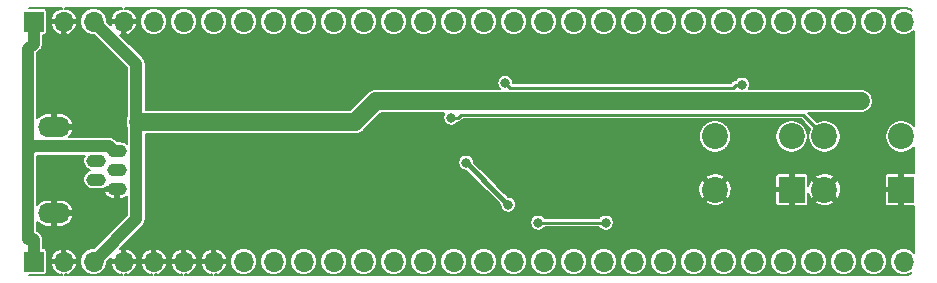
<source format=gbl>
G04 #@! TF.GenerationSoftware,KiCad,Pcbnew,5.1.3-ffb9f22~84~ubuntu18.04.1*
G04 #@! TF.CreationDate,2019-07-27T16:59:01-05:00*
G04 #@! TF.ProjectId,2055-LPC51U68JBD64-breakout,32303535-2d4c-4504-9335-315536384a42,rev?*
G04 #@! TF.SameCoordinates,Original*
G04 #@! TF.FileFunction,Copper,L2,Bot*
G04 #@! TF.FilePolarity,Positive*
%FSLAX46Y46*%
G04 Gerber Fmt 4.6, Leading zero omitted, Abs format (unit mm)*
G04 Created by KiCad (PCBNEW 5.1.3-ffb9f22~84~ubuntu18.04.1) date 2019-07-27 16:59:01*
%MOMM*%
%LPD*%
G04 APERTURE LIST*
%ADD10O,2.700000X1.700000*%
%ADD11O,1.650000X1.100000*%
%ADD12R,1.700000X1.700000*%
%ADD13O,1.700000X1.700000*%
%ADD14C,2.200000*%
%ADD15R,2.200000X2.200000*%
%ADD16C,1.000000*%
%ADD17C,1.200000*%
%ADD18C,0.800000*%
%ADD19C,1.016000*%
%ADD20C,0.900000*%
%ADD21C,1.500000*%
%ADD22C,1.000000*%
%ADD23C,0.400000*%
%ADD24C,0.250000*%
%ADD25C,0.203200*%
G04 APERTURE END LIST*
D10*
X115473000Y-107155000D03*
X115473000Y-99855000D03*
D11*
X119048000Y-104305000D03*
X119048000Y-102705000D03*
X120798000Y-105105000D03*
X120798000Y-101905000D03*
X120798000Y-103505000D03*
D12*
X113741200Y-90932000D03*
D13*
X116281200Y-90932000D03*
X118821200Y-90932000D03*
X121361200Y-90932000D03*
X123901200Y-90932000D03*
X126441200Y-90932000D03*
X128981200Y-90932000D03*
X131521200Y-90932000D03*
X134061200Y-90932000D03*
X136601200Y-90932000D03*
X139141200Y-90932000D03*
X141681200Y-90932000D03*
X144221200Y-90932000D03*
X146761200Y-90932000D03*
X149301200Y-90932000D03*
X151841200Y-90932000D03*
X154381200Y-90932000D03*
X156921200Y-90932000D03*
X159461200Y-90932000D03*
X162001200Y-90932000D03*
X164541200Y-90932000D03*
X167081200Y-90932000D03*
X169621200Y-90932000D03*
X172161200Y-90932000D03*
X174701200Y-90932000D03*
X177241200Y-90932000D03*
X179781200Y-90932000D03*
X182321200Y-90932000D03*
X184861200Y-90932000D03*
X187401200Y-90932000D03*
X187401200Y-111252000D03*
X184861200Y-111252000D03*
X182321200Y-111252000D03*
X179781200Y-111252000D03*
X177241200Y-111252000D03*
X174701200Y-111252000D03*
X172161200Y-111252000D03*
X169621200Y-111252000D03*
X167081200Y-111252000D03*
X164541200Y-111252000D03*
X162001200Y-111252000D03*
X159461200Y-111252000D03*
X156921200Y-111252000D03*
X154381200Y-111252000D03*
X151841200Y-111252000D03*
X149301200Y-111252000D03*
X146761200Y-111252000D03*
X144221200Y-111252000D03*
X141681200Y-111252000D03*
X139141200Y-111252000D03*
X136601200Y-111252000D03*
X134061200Y-111252000D03*
X131521200Y-111252000D03*
X128981200Y-111252000D03*
X126441200Y-111252000D03*
X123901200Y-111252000D03*
X121361200Y-111252000D03*
X118821200Y-111252000D03*
X116281200Y-111252000D03*
D12*
X113741200Y-111252000D03*
D14*
X177927000Y-100656000D03*
X171427000Y-100656000D03*
X171427000Y-105156000D03*
D15*
X177927000Y-105156000D03*
X187198000Y-105156000D03*
D14*
X180698000Y-105156000D03*
X180698000Y-100656000D03*
X187198000Y-100656000D03*
D16*
X125069600Y-105156000D03*
X126187200Y-105156000D03*
X123901200Y-105156000D03*
X138633200Y-100990400D03*
X138684000Y-96901000D03*
X137668000Y-96901000D03*
X139700000Y-96901000D03*
X158165800Y-109829600D03*
D17*
X145237200Y-93228610D03*
D16*
X163144200Y-95331221D03*
D18*
X153162000Y-93281500D03*
X176784000Y-95631000D03*
X178435000Y-95631000D03*
X187579000Y-94361000D03*
D16*
X147411440Y-106697780D03*
X132079998Y-97115600D03*
X133985000Y-97155000D03*
X124104400Y-97116900D03*
D18*
X150495000Y-104267000D03*
X155182890Y-108839000D03*
D16*
X139801600Y-100990400D03*
X141020800Y-100990400D03*
D18*
X148717000Y-102362000D03*
X154558882Y-99658010D03*
X155701882Y-99658010D03*
X153415882Y-99658010D03*
X151274780Y-105026460D03*
X151765000Y-102997000D03*
X152527000Y-103759000D03*
X161417000Y-100076000D03*
X163322000Y-100076000D03*
X165354000Y-100076000D03*
X187325000Y-109093000D03*
X129286000Y-94361000D03*
X152400000Y-96012000D03*
X182562500Y-99885500D03*
X183642000Y-99885500D03*
X184594500Y-99885500D03*
X174561500Y-99885500D03*
X175387000Y-99885500D03*
D19*
X142143480Y-106405680D03*
D18*
X146761200Y-104902000D03*
X123647200Y-100787200D03*
X124663200Y-100787200D03*
X143764000Y-102412800D03*
X144678400Y-102412800D03*
X148132800Y-100177600D03*
X137109200Y-106934000D03*
D16*
X150215600Y-97840800D03*
D20*
X184086500Y-97663000D03*
D16*
X155448000Y-97790000D03*
D20*
X175387000Y-97663000D03*
X170307000Y-97663000D03*
D16*
X139039600Y-99415600D03*
X134112000Y-99441000D03*
X132080000Y-99415600D03*
X152527000Y-97663000D03*
D18*
X153924001Y-106425999D03*
X150368000Y-102870000D03*
X156464000Y-107950000D03*
X162179000Y-107950000D03*
X153670000Y-96139000D03*
X173736000Y-96266000D03*
X149098000Y-99060000D03*
D21*
X183769000Y-97663000D02*
X175387000Y-97663000D01*
X175387000Y-97663000D02*
X170307000Y-97663000D01*
D22*
X118845754Y-90945879D02*
X119634000Y-91734125D01*
D21*
X170307000Y-97663000D02*
X152527000Y-97663000D01*
D23*
X153524000Y-106026000D02*
X150241000Y-102743000D01*
X153924001Y-106425999D02*
X153524000Y-106026000D01*
D24*
X161613315Y-107950000D02*
X156464000Y-107950000D01*
X162179000Y-107950000D02*
X161613315Y-107950000D01*
D22*
X122440700Y-107670933D02*
X118845754Y-111265879D01*
X122440700Y-94540825D02*
X122440700Y-107670933D01*
X118845754Y-90945879D02*
X122440700Y-94540825D01*
D21*
X140970000Y-99441000D02*
X122555000Y-99441000D01*
X152527000Y-97663000D02*
X142748000Y-97663000D01*
X142748000Y-97663000D02*
X140970000Y-99441000D01*
D22*
X113696875Y-109347000D02*
X113765754Y-109415879D01*
X113284000Y-109347000D02*
X113696875Y-109347000D01*
X113765754Y-109415879D02*
X113765754Y-111265879D01*
X113765754Y-92795879D02*
X113284000Y-93277633D01*
X113765754Y-90945879D02*
X113765754Y-92795879D01*
X113284000Y-105410000D02*
X113284000Y-109347000D01*
X120120590Y-101502590D02*
X120523000Y-101905000D01*
X113686210Y-101502590D02*
X120120590Y-101502590D01*
X113284000Y-101904800D02*
X113686210Y-101502590D01*
X113284000Y-93277633D02*
X113284000Y-101904800D01*
X113284000Y-101904800D02*
X113284000Y-105410000D01*
D24*
X154069999Y-96538999D02*
X154794001Y-96538999D01*
X153670000Y-96139000D02*
X154069999Y-96538999D01*
X154794001Y-96538999D02*
X154813000Y-96520000D01*
X172916315Y-96520000D02*
X172466000Y-96520000D01*
X173736000Y-96266000D02*
X173170315Y-96266000D01*
X154813000Y-96520000D02*
X172466000Y-96520000D01*
X173170315Y-96266000D02*
X172916315Y-96520000D01*
X149098000Y-99060000D02*
X149663685Y-99060000D01*
X178848000Y-98806000D02*
X180698000Y-100656000D01*
X149917685Y-98806000D02*
X178848000Y-98806000D01*
X149663685Y-99060000D02*
X149917685Y-98806000D01*
D25*
G36*
X116128798Y-89866645D02*
G01*
X115952111Y-89828423D01*
X115941708Y-89831570D01*
X115733548Y-89918946D01*
X115546434Y-90045253D01*
X115387557Y-90205637D01*
X115263022Y-90393935D01*
X115177615Y-90602910D01*
X115215121Y-90779600D01*
X116128800Y-90779600D01*
X116128800Y-90759600D01*
X116433600Y-90759600D01*
X116433600Y-90779600D01*
X117347279Y-90779600D01*
X117384785Y-90602910D01*
X117299378Y-90393935D01*
X117174843Y-90205637D01*
X117015966Y-90045253D01*
X116828852Y-89918946D01*
X116620692Y-89831570D01*
X116610289Y-89828423D01*
X116433602Y-89866645D01*
X116433602Y-89789000D01*
X121208798Y-89789000D01*
X121208798Y-89866645D01*
X121032111Y-89828423D01*
X121021708Y-89831570D01*
X120813548Y-89918946D01*
X120626434Y-90045253D01*
X120467557Y-90205637D01*
X120343022Y-90393935D01*
X120257615Y-90602910D01*
X120295121Y-90779600D01*
X121208800Y-90779600D01*
X121208800Y-90759600D01*
X121513600Y-90759600D01*
X121513600Y-90779600D01*
X122427279Y-90779600D01*
X122464785Y-90602910D01*
X122379378Y-90393935D01*
X122254843Y-90205637D01*
X122095966Y-90045253D01*
X121908852Y-89918946D01*
X121700692Y-89831570D01*
X121690289Y-89828423D01*
X121513602Y-89866645D01*
X121513602Y-89789000D01*
X187585761Y-89789000D01*
X187727387Y-89802887D01*
X187845682Y-89838602D01*
X187954790Y-89896615D01*
X188050557Y-89974722D01*
X188125669Y-90065516D01*
X188031697Y-89988395D01*
X187835494Y-89883522D01*
X187622601Y-89818942D01*
X187456677Y-89802600D01*
X187345723Y-89802600D01*
X187179799Y-89818942D01*
X186966906Y-89883522D01*
X186770703Y-89988395D01*
X186598730Y-90129530D01*
X186457595Y-90301503D01*
X186352722Y-90497706D01*
X186288142Y-90710599D01*
X186266336Y-90932000D01*
X186288142Y-91153401D01*
X186352722Y-91366294D01*
X186457595Y-91562497D01*
X186598730Y-91734470D01*
X186770703Y-91875605D01*
X186966906Y-91980478D01*
X187179799Y-92045058D01*
X187345723Y-92061400D01*
X187456677Y-92061400D01*
X187622601Y-92045058D01*
X187835494Y-91980478D01*
X188031697Y-91875605D01*
X188203670Y-91734470D01*
X188239400Y-91690933D01*
X188239400Y-99746634D01*
X188077316Y-99584550D01*
X187851391Y-99433592D01*
X187600356Y-99329610D01*
X187333859Y-99276600D01*
X187062141Y-99276600D01*
X186795644Y-99329610D01*
X186544609Y-99433592D01*
X186318684Y-99584550D01*
X186126550Y-99776684D01*
X185975592Y-100002609D01*
X185871610Y-100253644D01*
X185818600Y-100520141D01*
X185818600Y-100791859D01*
X185871610Y-101058356D01*
X185975592Y-101309391D01*
X186126550Y-101535316D01*
X186318684Y-101727450D01*
X186544609Y-101878408D01*
X186795644Y-101982390D01*
X187062141Y-102035400D01*
X187333859Y-102035400D01*
X187600356Y-101982390D01*
X187851391Y-101878408D01*
X188077316Y-101727450D01*
X188239401Y-101565365D01*
X188239401Y-103753039D01*
X187425800Y-103754400D01*
X187350400Y-103829800D01*
X187350400Y-105003600D01*
X187370400Y-105003600D01*
X187370400Y-105308400D01*
X187350400Y-105308400D01*
X187350400Y-106482200D01*
X187425800Y-106557600D01*
X188239401Y-106558961D01*
X188239401Y-110493068D01*
X188203670Y-110449530D01*
X188031697Y-110308395D01*
X187835494Y-110203522D01*
X187622601Y-110138942D01*
X187456677Y-110122600D01*
X187345723Y-110122600D01*
X187179799Y-110138942D01*
X186966906Y-110203522D01*
X186770703Y-110308395D01*
X186598730Y-110449530D01*
X186457595Y-110621503D01*
X186352722Y-110817706D01*
X186288142Y-111030599D01*
X186266336Y-111252000D01*
X186288142Y-111473401D01*
X186352722Y-111686294D01*
X186457595Y-111882497D01*
X186598730Y-112054470D01*
X186770703Y-112195605D01*
X186966906Y-112300478D01*
X187179799Y-112365058D01*
X187345723Y-112381400D01*
X187456677Y-112381400D01*
X187622601Y-112365058D01*
X187835494Y-112300478D01*
X188031697Y-112195605D01*
X188124200Y-112119690D01*
X188053679Y-112206157D01*
X187958468Y-112284923D01*
X187849762Y-112343700D01*
X187731720Y-112380240D01*
X187591285Y-112395000D01*
X129133602Y-112395000D01*
X129133602Y-112317355D01*
X129310289Y-112355577D01*
X129320692Y-112352430D01*
X129528852Y-112265054D01*
X129715966Y-112138747D01*
X129874843Y-111978363D01*
X129999378Y-111790065D01*
X130084785Y-111581090D01*
X130047279Y-111404400D01*
X129133600Y-111404400D01*
X129133600Y-111424400D01*
X128828800Y-111424400D01*
X128828800Y-111404400D01*
X127915121Y-111404400D01*
X127877615Y-111581090D01*
X127963022Y-111790065D01*
X128087557Y-111978363D01*
X128246434Y-112138747D01*
X128433548Y-112265054D01*
X128641708Y-112352430D01*
X128652111Y-112355577D01*
X128828798Y-112317355D01*
X128828798Y-112395000D01*
X126593602Y-112395000D01*
X126593602Y-112317355D01*
X126770289Y-112355577D01*
X126780692Y-112352430D01*
X126988852Y-112265054D01*
X127175966Y-112138747D01*
X127334843Y-111978363D01*
X127459378Y-111790065D01*
X127544785Y-111581090D01*
X127507279Y-111404400D01*
X126593600Y-111404400D01*
X126593600Y-111424400D01*
X126288800Y-111424400D01*
X126288800Y-111404400D01*
X125375121Y-111404400D01*
X125337615Y-111581090D01*
X125423022Y-111790065D01*
X125547557Y-111978363D01*
X125706434Y-112138747D01*
X125893548Y-112265054D01*
X126101708Y-112352430D01*
X126112111Y-112355577D01*
X126288798Y-112317355D01*
X126288798Y-112395000D01*
X124053602Y-112395000D01*
X124053602Y-112317355D01*
X124230289Y-112355577D01*
X124240692Y-112352430D01*
X124448852Y-112265054D01*
X124635966Y-112138747D01*
X124794843Y-111978363D01*
X124919378Y-111790065D01*
X125004785Y-111581090D01*
X124967279Y-111404400D01*
X124053600Y-111404400D01*
X124053600Y-111424400D01*
X123748800Y-111424400D01*
X123748800Y-111404400D01*
X122835121Y-111404400D01*
X122797615Y-111581090D01*
X122883022Y-111790065D01*
X123007557Y-111978363D01*
X123166434Y-112138747D01*
X123353548Y-112265054D01*
X123561708Y-112352430D01*
X123572111Y-112355577D01*
X123748798Y-112317355D01*
X123748798Y-112395000D01*
X121513602Y-112395000D01*
X121513602Y-112317355D01*
X121690289Y-112355577D01*
X121700692Y-112352430D01*
X121908852Y-112265054D01*
X122095966Y-112138747D01*
X122254843Y-111978363D01*
X122379378Y-111790065D01*
X122464785Y-111581090D01*
X122427279Y-111404400D01*
X121513600Y-111404400D01*
X121513600Y-111424400D01*
X121208800Y-111424400D01*
X121208800Y-111404400D01*
X120295121Y-111404400D01*
X120257615Y-111581090D01*
X120343022Y-111790065D01*
X120467557Y-111978363D01*
X120626434Y-112138747D01*
X120813548Y-112265054D01*
X121021708Y-112352430D01*
X121032111Y-112355577D01*
X121208798Y-112317355D01*
X121208798Y-112395000D01*
X116433602Y-112395000D01*
X116433602Y-112317355D01*
X116610289Y-112355577D01*
X116620692Y-112352430D01*
X116828852Y-112265054D01*
X117015966Y-112138747D01*
X117174843Y-111978363D01*
X117299378Y-111790065D01*
X117384785Y-111581090D01*
X117347279Y-111404400D01*
X116433600Y-111404400D01*
X116433600Y-111424400D01*
X116128800Y-111424400D01*
X116128800Y-111404400D01*
X115215121Y-111404400D01*
X115177615Y-111581090D01*
X115263022Y-111790065D01*
X115387557Y-111978363D01*
X115546434Y-112138747D01*
X115733548Y-112265054D01*
X115941708Y-112352430D01*
X115952111Y-112355577D01*
X116128798Y-112317355D01*
X116128798Y-112395000D01*
X113455039Y-112395000D01*
X113330117Y-112382751D01*
X114591200Y-112382751D01*
X114645972Y-112377356D01*
X114698639Y-112361380D01*
X114747177Y-112335436D01*
X114789721Y-112300521D01*
X114824636Y-112257977D01*
X114850580Y-112209439D01*
X114866556Y-112156772D01*
X114871951Y-112102000D01*
X114871951Y-110922910D01*
X115177615Y-110922910D01*
X115215121Y-111099600D01*
X116128800Y-111099600D01*
X116128800Y-110186645D01*
X116433600Y-110186645D01*
X116433600Y-111099600D01*
X117347279Y-111099600D01*
X117384785Y-110922910D01*
X117299378Y-110713935D01*
X117174843Y-110525637D01*
X117015966Y-110365253D01*
X116828852Y-110238946D01*
X116620692Y-110151570D01*
X116610289Y-110148423D01*
X116433600Y-110186645D01*
X116128800Y-110186645D01*
X115952111Y-110148423D01*
X115941708Y-110151570D01*
X115733548Y-110238946D01*
X115546434Y-110365253D01*
X115387557Y-110525637D01*
X115263022Y-110713935D01*
X115177615Y-110922910D01*
X114871951Y-110922910D01*
X114871951Y-110402000D01*
X114866556Y-110347228D01*
X114850580Y-110294561D01*
X114824636Y-110246023D01*
X114789721Y-110203479D01*
X114747177Y-110168564D01*
X114698639Y-110142620D01*
X114645972Y-110126644D01*
X114591200Y-110121249D01*
X114545154Y-110121249D01*
X114545154Y-109454165D01*
X114548925Y-109415879D01*
X114542141Y-109347000D01*
X114533877Y-109263090D01*
X114489310Y-109116172D01*
X114416937Y-108980773D01*
X114319540Y-108862093D01*
X114289792Y-108837680D01*
X114275075Y-108822963D01*
X114250661Y-108793214D01*
X114131981Y-108695817D01*
X114063400Y-108659159D01*
X114063400Y-107874872D01*
X114206489Y-108027852D01*
X114391502Y-108160619D01*
X114598862Y-108254741D01*
X114820600Y-108306600D01*
X115320600Y-108306600D01*
X115320600Y-107307400D01*
X115625400Y-107307400D01*
X115625400Y-108306600D01*
X116125400Y-108306600D01*
X116347138Y-108254741D01*
X116554498Y-108160619D01*
X116739511Y-108027852D01*
X116895068Y-107861542D01*
X117015190Y-107668079D01*
X117076577Y-107484089D01*
X117038355Y-107307400D01*
X115625400Y-107307400D01*
X115320600Y-107307400D01*
X115300600Y-107307400D01*
X115300600Y-107002600D01*
X115320600Y-107002600D01*
X115320600Y-106003400D01*
X115625400Y-106003400D01*
X115625400Y-107002600D01*
X117038355Y-107002600D01*
X117076577Y-106825911D01*
X117015190Y-106641921D01*
X116895068Y-106448458D01*
X116739511Y-106282148D01*
X116554498Y-106149381D01*
X116347138Y-106055259D01*
X116125400Y-106003400D01*
X115625400Y-106003400D01*
X115320600Y-106003400D01*
X114820600Y-106003400D01*
X114598862Y-106055259D01*
X114391502Y-106149381D01*
X114206489Y-106282148D01*
X114063400Y-106435128D01*
X114063400Y-105386593D01*
X119719304Y-105386593D01*
X119791062Y-105577429D01*
X119897292Y-105711145D01*
X120027568Y-105821568D01*
X120176883Y-105904453D01*
X120339499Y-105956616D01*
X120509167Y-105976052D01*
X120645600Y-105892092D01*
X120645600Y-105257400D01*
X119761908Y-105257400D01*
X119719304Y-105386593D01*
X114063400Y-105386593D01*
X114063400Y-102281990D01*
X118058657Y-102281990D01*
X118003027Y-102386067D01*
X117955601Y-102542409D01*
X117939587Y-102705000D01*
X117955601Y-102867591D01*
X118003027Y-103023933D01*
X118080042Y-103168019D01*
X118183688Y-103294312D01*
X118309981Y-103397958D01*
X118454067Y-103474973D01*
X118553052Y-103505000D01*
X118454067Y-103535027D01*
X118309981Y-103612042D01*
X118183688Y-103715688D01*
X118080042Y-103841981D01*
X118003027Y-103986067D01*
X117955601Y-104142409D01*
X117939587Y-104305000D01*
X117955601Y-104467591D01*
X118003027Y-104623933D01*
X118080042Y-104768019D01*
X118183688Y-104894312D01*
X118309981Y-104997958D01*
X118454067Y-105074973D01*
X118610409Y-105122399D01*
X118732256Y-105134400D01*
X119363744Y-105134400D01*
X119485591Y-105122399D01*
X119641933Y-105074973D01*
X119786019Y-104997958D01*
X119841288Y-104952600D01*
X120645600Y-104952600D01*
X120645600Y-104932600D01*
X120950400Y-104932600D01*
X120950400Y-104952600D01*
X120970400Y-104952600D01*
X120970400Y-105257400D01*
X120950400Y-105257400D01*
X120950400Y-105892092D01*
X121086833Y-105976052D01*
X121256501Y-105956616D01*
X121419117Y-105904453D01*
X121568432Y-105821568D01*
X121661301Y-105742852D01*
X121661301Y-107348094D01*
X118885889Y-110123507D01*
X118876677Y-110122600D01*
X118765723Y-110122600D01*
X118599799Y-110138942D01*
X118386906Y-110203522D01*
X118190703Y-110308395D01*
X118018730Y-110449530D01*
X117877595Y-110621503D01*
X117772722Y-110817706D01*
X117708142Y-111030599D01*
X117686336Y-111252000D01*
X117708142Y-111473401D01*
X117772722Y-111686294D01*
X117877595Y-111882497D01*
X118018730Y-112054470D01*
X118190703Y-112195605D01*
X118386906Y-112300478D01*
X118599799Y-112365058D01*
X118765723Y-112381400D01*
X118876677Y-112381400D01*
X119042601Y-112365058D01*
X119255494Y-112300478D01*
X119451697Y-112195605D01*
X119623670Y-112054470D01*
X119764805Y-111882497D01*
X119869678Y-111686294D01*
X119934258Y-111473401D01*
X119955430Y-111258440D01*
X119961870Y-111252000D01*
X130386336Y-111252000D01*
X130408142Y-111473401D01*
X130472722Y-111686294D01*
X130577595Y-111882497D01*
X130718730Y-112054470D01*
X130890703Y-112195605D01*
X131086906Y-112300478D01*
X131299799Y-112365058D01*
X131465723Y-112381400D01*
X131576677Y-112381400D01*
X131742601Y-112365058D01*
X131955494Y-112300478D01*
X132151697Y-112195605D01*
X132323670Y-112054470D01*
X132464805Y-111882497D01*
X132569678Y-111686294D01*
X132634258Y-111473401D01*
X132656064Y-111252000D01*
X132926336Y-111252000D01*
X132948142Y-111473401D01*
X133012722Y-111686294D01*
X133117595Y-111882497D01*
X133258730Y-112054470D01*
X133430703Y-112195605D01*
X133626906Y-112300478D01*
X133839799Y-112365058D01*
X134005723Y-112381400D01*
X134116677Y-112381400D01*
X134282601Y-112365058D01*
X134495494Y-112300478D01*
X134691697Y-112195605D01*
X134863670Y-112054470D01*
X135004805Y-111882497D01*
X135109678Y-111686294D01*
X135174258Y-111473401D01*
X135196064Y-111252000D01*
X135466336Y-111252000D01*
X135488142Y-111473401D01*
X135552722Y-111686294D01*
X135657595Y-111882497D01*
X135798730Y-112054470D01*
X135970703Y-112195605D01*
X136166906Y-112300478D01*
X136379799Y-112365058D01*
X136545723Y-112381400D01*
X136656677Y-112381400D01*
X136822601Y-112365058D01*
X137035494Y-112300478D01*
X137231697Y-112195605D01*
X137403670Y-112054470D01*
X137544805Y-111882497D01*
X137649678Y-111686294D01*
X137714258Y-111473401D01*
X137736064Y-111252000D01*
X138006336Y-111252000D01*
X138028142Y-111473401D01*
X138092722Y-111686294D01*
X138197595Y-111882497D01*
X138338730Y-112054470D01*
X138510703Y-112195605D01*
X138706906Y-112300478D01*
X138919799Y-112365058D01*
X139085723Y-112381400D01*
X139196677Y-112381400D01*
X139362601Y-112365058D01*
X139575494Y-112300478D01*
X139771697Y-112195605D01*
X139943670Y-112054470D01*
X140084805Y-111882497D01*
X140189678Y-111686294D01*
X140254258Y-111473401D01*
X140276064Y-111252000D01*
X140546336Y-111252000D01*
X140568142Y-111473401D01*
X140632722Y-111686294D01*
X140737595Y-111882497D01*
X140878730Y-112054470D01*
X141050703Y-112195605D01*
X141246906Y-112300478D01*
X141459799Y-112365058D01*
X141625723Y-112381400D01*
X141736677Y-112381400D01*
X141902601Y-112365058D01*
X142115494Y-112300478D01*
X142311697Y-112195605D01*
X142483670Y-112054470D01*
X142624805Y-111882497D01*
X142729678Y-111686294D01*
X142794258Y-111473401D01*
X142816064Y-111252000D01*
X143086336Y-111252000D01*
X143108142Y-111473401D01*
X143172722Y-111686294D01*
X143277595Y-111882497D01*
X143418730Y-112054470D01*
X143590703Y-112195605D01*
X143786906Y-112300478D01*
X143999799Y-112365058D01*
X144165723Y-112381400D01*
X144276677Y-112381400D01*
X144442601Y-112365058D01*
X144655494Y-112300478D01*
X144851697Y-112195605D01*
X145023670Y-112054470D01*
X145164805Y-111882497D01*
X145269678Y-111686294D01*
X145334258Y-111473401D01*
X145356064Y-111252000D01*
X145626336Y-111252000D01*
X145648142Y-111473401D01*
X145712722Y-111686294D01*
X145817595Y-111882497D01*
X145958730Y-112054470D01*
X146130703Y-112195605D01*
X146326906Y-112300478D01*
X146539799Y-112365058D01*
X146705723Y-112381400D01*
X146816677Y-112381400D01*
X146982601Y-112365058D01*
X147195494Y-112300478D01*
X147391697Y-112195605D01*
X147563670Y-112054470D01*
X147704805Y-111882497D01*
X147809678Y-111686294D01*
X147874258Y-111473401D01*
X147896064Y-111252000D01*
X148166336Y-111252000D01*
X148188142Y-111473401D01*
X148252722Y-111686294D01*
X148357595Y-111882497D01*
X148498730Y-112054470D01*
X148670703Y-112195605D01*
X148866906Y-112300478D01*
X149079799Y-112365058D01*
X149245723Y-112381400D01*
X149356677Y-112381400D01*
X149522601Y-112365058D01*
X149735494Y-112300478D01*
X149931697Y-112195605D01*
X150103670Y-112054470D01*
X150244805Y-111882497D01*
X150349678Y-111686294D01*
X150414258Y-111473401D01*
X150436064Y-111252000D01*
X150706336Y-111252000D01*
X150728142Y-111473401D01*
X150792722Y-111686294D01*
X150897595Y-111882497D01*
X151038730Y-112054470D01*
X151210703Y-112195605D01*
X151406906Y-112300478D01*
X151619799Y-112365058D01*
X151785723Y-112381400D01*
X151896677Y-112381400D01*
X152062601Y-112365058D01*
X152275494Y-112300478D01*
X152471697Y-112195605D01*
X152643670Y-112054470D01*
X152784805Y-111882497D01*
X152889678Y-111686294D01*
X152954258Y-111473401D01*
X152976064Y-111252000D01*
X153246336Y-111252000D01*
X153268142Y-111473401D01*
X153332722Y-111686294D01*
X153437595Y-111882497D01*
X153578730Y-112054470D01*
X153750703Y-112195605D01*
X153946906Y-112300478D01*
X154159799Y-112365058D01*
X154325723Y-112381400D01*
X154436677Y-112381400D01*
X154602601Y-112365058D01*
X154815494Y-112300478D01*
X155011697Y-112195605D01*
X155183670Y-112054470D01*
X155324805Y-111882497D01*
X155429678Y-111686294D01*
X155494258Y-111473401D01*
X155516064Y-111252000D01*
X155786336Y-111252000D01*
X155808142Y-111473401D01*
X155872722Y-111686294D01*
X155977595Y-111882497D01*
X156118730Y-112054470D01*
X156290703Y-112195605D01*
X156486906Y-112300478D01*
X156699799Y-112365058D01*
X156865723Y-112381400D01*
X156976677Y-112381400D01*
X157142601Y-112365058D01*
X157355494Y-112300478D01*
X157551697Y-112195605D01*
X157723670Y-112054470D01*
X157864805Y-111882497D01*
X157969678Y-111686294D01*
X158034258Y-111473401D01*
X158056064Y-111252000D01*
X158326336Y-111252000D01*
X158348142Y-111473401D01*
X158412722Y-111686294D01*
X158517595Y-111882497D01*
X158658730Y-112054470D01*
X158830703Y-112195605D01*
X159026906Y-112300478D01*
X159239799Y-112365058D01*
X159405723Y-112381400D01*
X159516677Y-112381400D01*
X159682601Y-112365058D01*
X159895494Y-112300478D01*
X160091697Y-112195605D01*
X160263670Y-112054470D01*
X160404805Y-111882497D01*
X160509678Y-111686294D01*
X160574258Y-111473401D01*
X160596064Y-111252000D01*
X160866336Y-111252000D01*
X160888142Y-111473401D01*
X160952722Y-111686294D01*
X161057595Y-111882497D01*
X161198730Y-112054470D01*
X161370703Y-112195605D01*
X161566906Y-112300478D01*
X161779799Y-112365058D01*
X161945723Y-112381400D01*
X162056677Y-112381400D01*
X162222601Y-112365058D01*
X162435494Y-112300478D01*
X162631697Y-112195605D01*
X162803670Y-112054470D01*
X162944805Y-111882497D01*
X163049678Y-111686294D01*
X163114258Y-111473401D01*
X163136064Y-111252000D01*
X163406336Y-111252000D01*
X163428142Y-111473401D01*
X163492722Y-111686294D01*
X163597595Y-111882497D01*
X163738730Y-112054470D01*
X163910703Y-112195605D01*
X164106906Y-112300478D01*
X164319799Y-112365058D01*
X164485723Y-112381400D01*
X164596677Y-112381400D01*
X164762601Y-112365058D01*
X164975494Y-112300478D01*
X165171697Y-112195605D01*
X165343670Y-112054470D01*
X165484805Y-111882497D01*
X165589678Y-111686294D01*
X165654258Y-111473401D01*
X165676064Y-111252000D01*
X165946336Y-111252000D01*
X165968142Y-111473401D01*
X166032722Y-111686294D01*
X166137595Y-111882497D01*
X166278730Y-112054470D01*
X166450703Y-112195605D01*
X166646906Y-112300478D01*
X166859799Y-112365058D01*
X167025723Y-112381400D01*
X167136677Y-112381400D01*
X167302601Y-112365058D01*
X167515494Y-112300478D01*
X167711697Y-112195605D01*
X167883670Y-112054470D01*
X168024805Y-111882497D01*
X168129678Y-111686294D01*
X168194258Y-111473401D01*
X168216064Y-111252000D01*
X168486336Y-111252000D01*
X168508142Y-111473401D01*
X168572722Y-111686294D01*
X168677595Y-111882497D01*
X168818730Y-112054470D01*
X168990703Y-112195605D01*
X169186906Y-112300478D01*
X169399799Y-112365058D01*
X169565723Y-112381400D01*
X169676677Y-112381400D01*
X169842601Y-112365058D01*
X170055494Y-112300478D01*
X170251697Y-112195605D01*
X170423670Y-112054470D01*
X170564805Y-111882497D01*
X170669678Y-111686294D01*
X170734258Y-111473401D01*
X170756064Y-111252000D01*
X171026336Y-111252000D01*
X171048142Y-111473401D01*
X171112722Y-111686294D01*
X171217595Y-111882497D01*
X171358730Y-112054470D01*
X171530703Y-112195605D01*
X171726906Y-112300478D01*
X171939799Y-112365058D01*
X172105723Y-112381400D01*
X172216677Y-112381400D01*
X172382601Y-112365058D01*
X172595494Y-112300478D01*
X172791697Y-112195605D01*
X172963670Y-112054470D01*
X173104805Y-111882497D01*
X173209678Y-111686294D01*
X173274258Y-111473401D01*
X173296064Y-111252000D01*
X173566336Y-111252000D01*
X173588142Y-111473401D01*
X173652722Y-111686294D01*
X173757595Y-111882497D01*
X173898730Y-112054470D01*
X174070703Y-112195605D01*
X174266906Y-112300478D01*
X174479799Y-112365058D01*
X174645723Y-112381400D01*
X174756677Y-112381400D01*
X174922601Y-112365058D01*
X175135494Y-112300478D01*
X175331697Y-112195605D01*
X175503670Y-112054470D01*
X175644805Y-111882497D01*
X175749678Y-111686294D01*
X175814258Y-111473401D01*
X175836064Y-111252000D01*
X176106336Y-111252000D01*
X176128142Y-111473401D01*
X176192722Y-111686294D01*
X176297595Y-111882497D01*
X176438730Y-112054470D01*
X176610703Y-112195605D01*
X176806906Y-112300478D01*
X177019799Y-112365058D01*
X177185723Y-112381400D01*
X177296677Y-112381400D01*
X177462601Y-112365058D01*
X177675494Y-112300478D01*
X177871697Y-112195605D01*
X178043670Y-112054470D01*
X178184805Y-111882497D01*
X178289678Y-111686294D01*
X178354258Y-111473401D01*
X178376064Y-111252000D01*
X178646336Y-111252000D01*
X178668142Y-111473401D01*
X178732722Y-111686294D01*
X178837595Y-111882497D01*
X178978730Y-112054470D01*
X179150703Y-112195605D01*
X179346906Y-112300478D01*
X179559799Y-112365058D01*
X179725723Y-112381400D01*
X179836677Y-112381400D01*
X180002601Y-112365058D01*
X180215494Y-112300478D01*
X180411697Y-112195605D01*
X180583670Y-112054470D01*
X180724805Y-111882497D01*
X180829678Y-111686294D01*
X180894258Y-111473401D01*
X180916064Y-111252000D01*
X181186336Y-111252000D01*
X181208142Y-111473401D01*
X181272722Y-111686294D01*
X181377595Y-111882497D01*
X181518730Y-112054470D01*
X181690703Y-112195605D01*
X181886906Y-112300478D01*
X182099799Y-112365058D01*
X182265723Y-112381400D01*
X182376677Y-112381400D01*
X182542601Y-112365058D01*
X182755494Y-112300478D01*
X182951697Y-112195605D01*
X183123670Y-112054470D01*
X183264805Y-111882497D01*
X183369678Y-111686294D01*
X183434258Y-111473401D01*
X183456064Y-111252000D01*
X183726336Y-111252000D01*
X183748142Y-111473401D01*
X183812722Y-111686294D01*
X183917595Y-111882497D01*
X184058730Y-112054470D01*
X184230703Y-112195605D01*
X184426906Y-112300478D01*
X184639799Y-112365058D01*
X184805723Y-112381400D01*
X184916677Y-112381400D01*
X185082601Y-112365058D01*
X185295494Y-112300478D01*
X185491697Y-112195605D01*
X185663670Y-112054470D01*
X185804805Y-111882497D01*
X185909678Y-111686294D01*
X185974258Y-111473401D01*
X185996064Y-111252000D01*
X185974258Y-111030599D01*
X185909678Y-110817706D01*
X185804805Y-110621503D01*
X185663670Y-110449530D01*
X185491697Y-110308395D01*
X185295494Y-110203522D01*
X185082601Y-110138942D01*
X184916677Y-110122600D01*
X184805723Y-110122600D01*
X184639799Y-110138942D01*
X184426906Y-110203522D01*
X184230703Y-110308395D01*
X184058730Y-110449530D01*
X183917595Y-110621503D01*
X183812722Y-110817706D01*
X183748142Y-111030599D01*
X183726336Y-111252000D01*
X183456064Y-111252000D01*
X183434258Y-111030599D01*
X183369678Y-110817706D01*
X183264805Y-110621503D01*
X183123670Y-110449530D01*
X182951697Y-110308395D01*
X182755494Y-110203522D01*
X182542601Y-110138942D01*
X182376677Y-110122600D01*
X182265723Y-110122600D01*
X182099799Y-110138942D01*
X181886906Y-110203522D01*
X181690703Y-110308395D01*
X181518730Y-110449530D01*
X181377595Y-110621503D01*
X181272722Y-110817706D01*
X181208142Y-111030599D01*
X181186336Y-111252000D01*
X180916064Y-111252000D01*
X180894258Y-111030599D01*
X180829678Y-110817706D01*
X180724805Y-110621503D01*
X180583670Y-110449530D01*
X180411697Y-110308395D01*
X180215494Y-110203522D01*
X180002601Y-110138942D01*
X179836677Y-110122600D01*
X179725723Y-110122600D01*
X179559799Y-110138942D01*
X179346906Y-110203522D01*
X179150703Y-110308395D01*
X178978730Y-110449530D01*
X178837595Y-110621503D01*
X178732722Y-110817706D01*
X178668142Y-111030599D01*
X178646336Y-111252000D01*
X178376064Y-111252000D01*
X178354258Y-111030599D01*
X178289678Y-110817706D01*
X178184805Y-110621503D01*
X178043670Y-110449530D01*
X177871697Y-110308395D01*
X177675494Y-110203522D01*
X177462601Y-110138942D01*
X177296677Y-110122600D01*
X177185723Y-110122600D01*
X177019799Y-110138942D01*
X176806906Y-110203522D01*
X176610703Y-110308395D01*
X176438730Y-110449530D01*
X176297595Y-110621503D01*
X176192722Y-110817706D01*
X176128142Y-111030599D01*
X176106336Y-111252000D01*
X175836064Y-111252000D01*
X175814258Y-111030599D01*
X175749678Y-110817706D01*
X175644805Y-110621503D01*
X175503670Y-110449530D01*
X175331697Y-110308395D01*
X175135494Y-110203522D01*
X174922601Y-110138942D01*
X174756677Y-110122600D01*
X174645723Y-110122600D01*
X174479799Y-110138942D01*
X174266906Y-110203522D01*
X174070703Y-110308395D01*
X173898730Y-110449530D01*
X173757595Y-110621503D01*
X173652722Y-110817706D01*
X173588142Y-111030599D01*
X173566336Y-111252000D01*
X173296064Y-111252000D01*
X173274258Y-111030599D01*
X173209678Y-110817706D01*
X173104805Y-110621503D01*
X172963670Y-110449530D01*
X172791697Y-110308395D01*
X172595494Y-110203522D01*
X172382601Y-110138942D01*
X172216677Y-110122600D01*
X172105723Y-110122600D01*
X171939799Y-110138942D01*
X171726906Y-110203522D01*
X171530703Y-110308395D01*
X171358730Y-110449530D01*
X171217595Y-110621503D01*
X171112722Y-110817706D01*
X171048142Y-111030599D01*
X171026336Y-111252000D01*
X170756064Y-111252000D01*
X170734258Y-111030599D01*
X170669678Y-110817706D01*
X170564805Y-110621503D01*
X170423670Y-110449530D01*
X170251697Y-110308395D01*
X170055494Y-110203522D01*
X169842601Y-110138942D01*
X169676677Y-110122600D01*
X169565723Y-110122600D01*
X169399799Y-110138942D01*
X169186906Y-110203522D01*
X168990703Y-110308395D01*
X168818730Y-110449530D01*
X168677595Y-110621503D01*
X168572722Y-110817706D01*
X168508142Y-111030599D01*
X168486336Y-111252000D01*
X168216064Y-111252000D01*
X168194258Y-111030599D01*
X168129678Y-110817706D01*
X168024805Y-110621503D01*
X167883670Y-110449530D01*
X167711697Y-110308395D01*
X167515494Y-110203522D01*
X167302601Y-110138942D01*
X167136677Y-110122600D01*
X167025723Y-110122600D01*
X166859799Y-110138942D01*
X166646906Y-110203522D01*
X166450703Y-110308395D01*
X166278730Y-110449530D01*
X166137595Y-110621503D01*
X166032722Y-110817706D01*
X165968142Y-111030599D01*
X165946336Y-111252000D01*
X165676064Y-111252000D01*
X165654258Y-111030599D01*
X165589678Y-110817706D01*
X165484805Y-110621503D01*
X165343670Y-110449530D01*
X165171697Y-110308395D01*
X164975494Y-110203522D01*
X164762601Y-110138942D01*
X164596677Y-110122600D01*
X164485723Y-110122600D01*
X164319799Y-110138942D01*
X164106906Y-110203522D01*
X163910703Y-110308395D01*
X163738730Y-110449530D01*
X163597595Y-110621503D01*
X163492722Y-110817706D01*
X163428142Y-111030599D01*
X163406336Y-111252000D01*
X163136064Y-111252000D01*
X163114258Y-111030599D01*
X163049678Y-110817706D01*
X162944805Y-110621503D01*
X162803670Y-110449530D01*
X162631697Y-110308395D01*
X162435494Y-110203522D01*
X162222601Y-110138942D01*
X162056677Y-110122600D01*
X161945723Y-110122600D01*
X161779799Y-110138942D01*
X161566906Y-110203522D01*
X161370703Y-110308395D01*
X161198730Y-110449530D01*
X161057595Y-110621503D01*
X160952722Y-110817706D01*
X160888142Y-111030599D01*
X160866336Y-111252000D01*
X160596064Y-111252000D01*
X160574258Y-111030599D01*
X160509678Y-110817706D01*
X160404805Y-110621503D01*
X160263670Y-110449530D01*
X160091697Y-110308395D01*
X159895494Y-110203522D01*
X159682601Y-110138942D01*
X159516677Y-110122600D01*
X159405723Y-110122600D01*
X159239799Y-110138942D01*
X159026906Y-110203522D01*
X158830703Y-110308395D01*
X158658730Y-110449530D01*
X158517595Y-110621503D01*
X158412722Y-110817706D01*
X158348142Y-111030599D01*
X158326336Y-111252000D01*
X158056064Y-111252000D01*
X158034258Y-111030599D01*
X157969678Y-110817706D01*
X157864805Y-110621503D01*
X157723670Y-110449530D01*
X157551697Y-110308395D01*
X157355494Y-110203522D01*
X157142601Y-110138942D01*
X156976677Y-110122600D01*
X156865723Y-110122600D01*
X156699799Y-110138942D01*
X156486906Y-110203522D01*
X156290703Y-110308395D01*
X156118730Y-110449530D01*
X155977595Y-110621503D01*
X155872722Y-110817706D01*
X155808142Y-111030599D01*
X155786336Y-111252000D01*
X155516064Y-111252000D01*
X155494258Y-111030599D01*
X155429678Y-110817706D01*
X155324805Y-110621503D01*
X155183670Y-110449530D01*
X155011697Y-110308395D01*
X154815494Y-110203522D01*
X154602601Y-110138942D01*
X154436677Y-110122600D01*
X154325723Y-110122600D01*
X154159799Y-110138942D01*
X153946906Y-110203522D01*
X153750703Y-110308395D01*
X153578730Y-110449530D01*
X153437595Y-110621503D01*
X153332722Y-110817706D01*
X153268142Y-111030599D01*
X153246336Y-111252000D01*
X152976064Y-111252000D01*
X152954258Y-111030599D01*
X152889678Y-110817706D01*
X152784805Y-110621503D01*
X152643670Y-110449530D01*
X152471697Y-110308395D01*
X152275494Y-110203522D01*
X152062601Y-110138942D01*
X151896677Y-110122600D01*
X151785723Y-110122600D01*
X151619799Y-110138942D01*
X151406906Y-110203522D01*
X151210703Y-110308395D01*
X151038730Y-110449530D01*
X150897595Y-110621503D01*
X150792722Y-110817706D01*
X150728142Y-111030599D01*
X150706336Y-111252000D01*
X150436064Y-111252000D01*
X150414258Y-111030599D01*
X150349678Y-110817706D01*
X150244805Y-110621503D01*
X150103670Y-110449530D01*
X149931697Y-110308395D01*
X149735494Y-110203522D01*
X149522601Y-110138942D01*
X149356677Y-110122600D01*
X149245723Y-110122600D01*
X149079799Y-110138942D01*
X148866906Y-110203522D01*
X148670703Y-110308395D01*
X148498730Y-110449530D01*
X148357595Y-110621503D01*
X148252722Y-110817706D01*
X148188142Y-111030599D01*
X148166336Y-111252000D01*
X147896064Y-111252000D01*
X147874258Y-111030599D01*
X147809678Y-110817706D01*
X147704805Y-110621503D01*
X147563670Y-110449530D01*
X147391697Y-110308395D01*
X147195494Y-110203522D01*
X146982601Y-110138942D01*
X146816677Y-110122600D01*
X146705723Y-110122600D01*
X146539799Y-110138942D01*
X146326906Y-110203522D01*
X146130703Y-110308395D01*
X145958730Y-110449530D01*
X145817595Y-110621503D01*
X145712722Y-110817706D01*
X145648142Y-111030599D01*
X145626336Y-111252000D01*
X145356064Y-111252000D01*
X145334258Y-111030599D01*
X145269678Y-110817706D01*
X145164805Y-110621503D01*
X145023670Y-110449530D01*
X144851697Y-110308395D01*
X144655494Y-110203522D01*
X144442601Y-110138942D01*
X144276677Y-110122600D01*
X144165723Y-110122600D01*
X143999799Y-110138942D01*
X143786906Y-110203522D01*
X143590703Y-110308395D01*
X143418730Y-110449530D01*
X143277595Y-110621503D01*
X143172722Y-110817706D01*
X143108142Y-111030599D01*
X143086336Y-111252000D01*
X142816064Y-111252000D01*
X142794258Y-111030599D01*
X142729678Y-110817706D01*
X142624805Y-110621503D01*
X142483670Y-110449530D01*
X142311697Y-110308395D01*
X142115494Y-110203522D01*
X141902601Y-110138942D01*
X141736677Y-110122600D01*
X141625723Y-110122600D01*
X141459799Y-110138942D01*
X141246906Y-110203522D01*
X141050703Y-110308395D01*
X140878730Y-110449530D01*
X140737595Y-110621503D01*
X140632722Y-110817706D01*
X140568142Y-111030599D01*
X140546336Y-111252000D01*
X140276064Y-111252000D01*
X140254258Y-111030599D01*
X140189678Y-110817706D01*
X140084805Y-110621503D01*
X139943670Y-110449530D01*
X139771697Y-110308395D01*
X139575494Y-110203522D01*
X139362601Y-110138942D01*
X139196677Y-110122600D01*
X139085723Y-110122600D01*
X138919799Y-110138942D01*
X138706906Y-110203522D01*
X138510703Y-110308395D01*
X138338730Y-110449530D01*
X138197595Y-110621503D01*
X138092722Y-110817706D01*
X138028142Y-111030599D01*
X138006336Y-111252000D01*
X137736064Y-111252000D01*
X137714258Y-111030599D01*
X137649678Y-110817706D01*
X137544805Y-110621503D01*
X137403670Y-110449530D01*
X137231697Y-110308395D01*
X137035494Y-110203522D01*
X136822601Y-110138942D01*
X136656677Y-110122600D01*
X136545723Y-110122600D01*
X136379799Y-110138942D01*
X136166906Y-110203522D01*
X135970703Y-110308395D01*
X135798730Y-110449530D01*
X135657595Y-110621503D01*
X135552722Y-110817706D01*
X135488142Y-111030599D01*
X135466336Y-111252000D01*
X135196064Y-111252000D01*
X135174258Y-111030599D01*
X135109678Y-110817706D01*
X135004805Y-110621503D01*
X134863670Y-110449530D01*
X134691697Y-110308395D01*
X134495494Y-110203522D01*
X134282601Y-110138942D01*
X134116677Y-110122600D01*
X134005723Y-110122600D01*
X133839799Y-110138942D01*
X133626906Y-110203522D01*
X133430703Y-110308395D01*
X133258730Y-110449530D01*
X133117595Y-110621503D01*
X133012722Y-110817706D01*
X132948142Y-111030599D01*
X132926336Y-111252000D01*
X132656064Y-111252000D01*
X132634258Y-111030599D01*
X132569678Y-110817706D01*
X132464805Y-110621503D01*
X132323670Y-110449530D01*
X132151697Y-110308395D01*
X131955494Y-110203522D01*
X131742601Y-110138942D01*
X131576677Y-110122600D01*
X131465723Y-110122600D01*
X131299799Y-110138942D01*
X131086906Y-110203522D01*
X130890703Y-110308395D01*
X130718730Y-110449530D01*
X130577595Y-110621503D01*
X130472722Y-110817706D01*
X130408142Y-111030599D01*
X130386336Y-111252000D01*
X119961870Y-111252000D01*
X120263454Y-110950416D01*
X120295121Y-111099600D01*
X121208800Y-111099600D01*
X121208800Y-110186645D01*
X121513600Y-110186645D01*
X121513600Y-111099600D01*
X122427279Y-111099600D01*
X122464785Y-110922910D01*
X122797615Y-110922910D01*
X122835121Y-111099600D01*
X123748800Y-111099600D01*
X123748800Y-110186645D01*
X124053600Y-110186645D01*
X124053600Y-111099600D01*
X124967279Y-111099600D01*
X125004785Y-110922910D01*
X125337615Y-110922910D01*
X125375121Y-111099600D01*
X126288800Y-111099600D01*
X126288800Y-110186645D01*
X126593600Y-110186645D01*
X126593600Y-111099600D01*
X127507279Y-111099600D01*
X127544785Y-110922910D01*
X127877615Y-110922910D01*
X127915121Y-111099600D01*
X128828800Y-111099600D01*
X128828800Y-110186645D01*
X129133600Y-110186645D01*
X129133600Y-111099600D01*
X130047279Y-111099600D01*
X130084785Y-110922910D01*
X129999378Y-110713935D01*
X129874843Y-110525637D01*
X129715966Y-110365253D01*
X129528852Y-110238946D01*
X129320692Y-110151570D01*
X129310289Y-110148423D01*
X129133600Y-110186645D01*
X128828800Y-110186645D01*
X128652111Y-110148423D01*
X128641708Y-110151570D01*
X128433548Y-110238946D01*
X128246434Y-110365253D01*
X128087557Y-110525637D01*
X127963022Y-110713935D01*
X127877615Y-110922910D01*
X127544785Y-110922910D01*
X127459378Y-110713935D01*
X127334843Y-110525637D01*
X127175966Y-110365253D01*
X126988852Y-110238946D01*
X126780692Y-110151570D01*
X126770289Y-110148423D01*
X126593600Y-110186645D01*
X126288800Y-110186645D01*
X126112111Y-110148423D01*
X126101708Y-110151570D01*
X125893548Y-110238946D01*
X125706434Y-110365253D01*
X125547557Y-110525637D01*
X125423022Y-110713935D01*
X125337615Y-110922910D01*
X125004785Y-110922910D01*
X124919378Y-110713935D01*
X124794843Y-110525637D01*
X124635966Y-110365253D01*
X124448852Y-110238946D01*
X124240692Y-110151570D01*
X124230289Y-110148423D01*
X124053600Y-110186645D01*
X123748800Y-110186645D01*
X123572111Y-110148423D01*
X123561708Y-110151570D01*
X123353548Y-110238946D01*
X123166434Y-110365253D01*
X123007557Y-110525637D01*
X122883022Y-110713935D01*
X122797615Y-110922910D01*
X122464785Y-110922910D01*
X122379378Y-110713935D01*
X122254843Y-110525637D01*
X122095966Y-110365253D01*
X121908852Y-110238946D01*
X121700692Y-110151570D01*
X121690289Y-110148423D01*
X121513600Y-110186645D01*
X121208800Y-110186645D01*
X121059519Y-110154352D01*
X122964742Y-108249129D01*
X122994486Y-108224719D01*
X123057304Y-108148174D01*
X123091882Y-108106041D01*
X123139521Y-108016915D01*
X123164256Y-107970640D01*
X123190815Y-107883085D01*
X155784600Y-107883085D01*
X155784600Y-108016915D01*
X155810709Y-108148174D01*
X155861924Y-108271816D01*
X155936276Y-108383092D01*
X156030908Y-108477724D01*
X156142184Y-108552076D01*
X156265826Y-108603291D01*
X156397085Y-108629400D01*
X156530915Y-108629400D01*
X156662174Y-108603291D01*
X156785816Y-108552076D01*
X156897092Y-108477724D01*
X156991724Y-108383092D01*
X157010895Y-108354400D01*
X161632105Y-108354400D01*
X161651276Y-108383092D01*
X161745908Y-108477724D01*
X161857184Y-108552076D01*
X161980826Y-108603291D01*
X162112085Y-108629400D01*
X162245915Y-108629400D01*
X162377174Y-108603291D01*
X162500816Y-108552076D01*
X162612092Y-108477724D01*
X162706724Y-108383092D01*
X162781076Y-108271816D01*
X162832291Y-108148174D01*
X162858400Y-108016915D01*
X162858400Y-107883085D01*
X162832291Y-107751826D01*
X162781076Y-107628184D01*
X162706724Y-107516908D01*
X162612092Y-107422276D01*
X162500816Y-107347924D01*
X162377174Y-107296709D01*
X162245915Y-107270600D01*
X162112085Y-107270600D01*
X161980826Y-107296709D01*
X161857184Y-107347924D01*
X161745908Y-107422276D01*
X161651276Y-107516908D01*
X161632105Y-107545600D01*
X157010895Y-107545600D01*
X156991724Y-107516908D01*
X156897092Y-107422276D01*
X156785816Y-107347924D01*
X156662174Y-107296709D01*
X156530915Y-107270600D01*
X156397085Y-107270600D01*
X156265826Y-107296709D01*
X156142184Y-107347924D01*
X156030908Y-107422276D01*
X155936276Y-107516908D01*
X155861924Y-107628184D01*
X155810709Y-107751826D01*
X155784600Y-107883085D01*
X123190815Y-107883085D01*
X123208823Y-107823722D01*
X123220100Y-107709222D01*
X123220100Y-107709220D01*
X123223871Y-107670934D01*
X123220100Y-107632648D01*
X123220100Y-102803085D01*
X149688600Y-102803085D01*
X149688600Y-102936915D01*
X149714709Y-103068174D01*
X149765924Y-103191816D01*
X149840276Y-103303092D01*
X149934908Y-103397724D01*
X150046184Y-103472076D01*
X150169826Y-103523291D01*
X150301085Y-103549400D01*
X150369427Y-103549400D01*
X153201662Y-106381636D01*
X153201668Y-106381641D01*
X153244601Y-106424574D01*
X153244601Y-106492914D01*
X153270710Y-106624173D01*
X153321925Y-106747815D01*
X153396277Y-106859091D01*
X153490909Y-106953723D01*
X153602185Y-107028075D01*
X153725827Y-107079290D01*
X153857086Y-107105399D01*
X153990916Y-107105399D01*
X154122175Y-107079290D01*
X154245817Y-107028075D01*
X154357093Y-106953723D01*
X154451725Y-106859091D01*
X154526077Y-106747815D01*
X154577292Y-106624173D01*
X154603401Y-106492914D01*
X154603401Y-106359084D01*
X154577292Y-106227825D01*
X154565826Y-106200143D01*
X170598383Y-106200143D01*
X170727328Y-106378293D01*
X170979230Y-106491306D01*
X171248340Y-106553004D01*
X171524314Y-106561016D01*
X171796550Y-106515034D01*
X172054583Y-106416824D01*
X172126672Y-106378293D01*
X172215187Y-106256000D01*
X176523941Y-106256000D01*
X176529764Y-106315124D01*
X176547010Y-106371976D01*
X176575016Y-106424371D01*
X176612705Y-106470295D01*
X176658629Y-106507984D01*
X176711024Y-106535990D01*
X176767876Y-106553236D01*
X176827000Y-106559059D01*
X177699200Y-106557600D01*
X177774600Y-106482200D01*
X177774600Y-105308400D01*
X176600800Y-105308400D01*
X176525400Y-105383800D01*
X176523941Y-106256000D01*
X172215187Y-106256000D01*
X172255617Y-106200143D01*
X171427000Y-105371526D01*
X170598383Y-106200143D01*
X154565826Y-106200143D01*
X154526077Y-106104183D01*
X154451725Y-105992907D01*
X154357093Y-105898275D01*
X154245817Y-105823923D01*
X154122175Y-105772708D01*
X153990916Y-105746599D01*
X153922573Y-105746599D01*
X153879636Y-105703662D01*
X153429288Y-105253314D01*
X170021984Y-105253314D01*
X170067966Y-105525550D01*
X170166176Y-105783583D01*
X170204707Y-105855672D01*
X170382857Y-105984617D01*
X171211474Y-105156000D01*
X171642526Y-105156000D01*
X172471143Y-105984617D01*
X172649293Y-105855672D01*
X172762306Y-105603770D01*
X172824004Y-105334660D01*
X172832016Y-105058686D01*
X172786034Y-104786450D01*
X172687824Y-104528417D01*
X172649293Y-104456328D01*
X172471143Y-104327383D01*
X171642526Y-105156000D01*
X171211474Y-105156000D01*
X170382857Y-104327383D01*
X170204707Y-104456328D01*
X170091694Y-104708230D01*
X170029996Y-104977340D01*
X170021984Y-105253314D01*
X153429288Y-105253314D01*
X152287831Y-104111857D01*
X170598383Y-104111857D01*
X171427000Y-104940474D01*
X172255617Y-104111857D01*
X172215188Y-104056000D01*
X176523941Y-104056000D01*
X176525400Y-104928200D01*
X176600800Y-105003600D01*
X177774600Y-105003600D01*
X177774600Y-103829800D01*
X178079400Y-103829800D01*
X178079400Y-105003600D01*
X178099400Y-105003600D01*
X178099400Y-105308400D01*
X178079400Y-105308400D01*
X178079400Y-106482200D01*
X178154800Y-106557600D01*
X179027000Y-106559059D01*
X179086124Y-106553236D01*
X179142976Y-106535990D01*
X179195371Y-106507984D01*
X179241295Y-106470295D01*
X179278984Y-106424371D01*
X179306990Y-106371976D01*
X179324236Y-106315124D01*
X179330059Y-106256000D01*
X179329966Y-106200143D01*
X179869383Y-106200143D01*
X179998328Y-106378293D01*
X180250230Y-106491306D01*
X180519340Y-106553004D01*
X180795314Y-106561016D01*
X181067550Y-106515034D01*
X181325583Y-106416824D01*
X181397672Y-106378293D01*
X181486187Y-106256000D01*
X185794941Y-106256000D01*
X185800764Y-106315124D01*
X185818010Y-106371976D01*
X185846016Y-106424371D01*
X185883705Y-106470295D01*
X185929629Y-106507984D01*
X185982024Y-106535990D01*
X186038876Y-106553236D01*
X186098000Y-106559059D01*
X186970200Y-106557600D01*
X187045600Y-106482200D01*
X187045600Y-105308400D01*
X185871800Y-105308400D01*
X185796400Y-105383800D01*
X185794941Y-106256000D01*
X181486187Y-106256000D01*
X181526617Y-106200143D01*
X180698000Y-105371526D01*
X179869383Y-106200143D01*
X179329966Y-106200143D01*
X179328736Y-105464982D01*
X179338966Y-105525550D01*
X179437176Y-105783583D01*
X179475707Y-105855672D01*
X179653857Y-105984617D01*
X180482474Y-105156000D01*
X180913526Y-105156000D01*
X181742143Y-105984617D01*
X181920293Y-105855672D01*
X182033306Y-105603770D01*
X182095004Y-105334660D01*
X182103016Y-105058686D01*
X182057034Y-104786450D01*
X181958824Y-104528417D01*
X181920293Y-104456328D01*
X181742143Y-104327383D01*
X180913526Y-105156000D01*
X180482474Y-105156000D01*
X179653857Y-104327383D01*
X179475707Y-104456328D01*
X179362694Y-104708230D01*
X179328720Y-104856415D01*
X179329965Y-104111857D01*
X179869383Y-104111857D01*
X180698000Y-104940474D01*
X181526617Y-104111857D01*
X181486188Y-104056000D01*
X185794941Y-104056000D01*
X185796400Y-104928200D01*
X185871800Y-105003600D01*
X187045600Y-105003600D01*
X187045600Y-103829800D01*
X186970200Y-103754400D01*
X186098000Y-103752941D01*
X186038876Y-103758764D01*
X185982024Y-103776010D01*
X185929629Y-103804016D01*
X185883705Y-103841705D01*
X185846016Y-103887629D01*
X185818010Y-103940024D01*
X185800764Y-103996876D01*
X185794941Y-104056000D01*
X181486188Y-104056000D01*
X181397672Y-103933707D01*
X181145770Y-103820694D01*
X180876660Y-103758996D01*
X180600686Y-103750984D01*
X180328450Y-103796966D01*
X180070417Y-103895176D01*
X179998328Y-103933707D01*
X179869383Y-104111857D01*
X179329965Y-104111857D01*
X179330059Y-104056000D01*
X179324236Y-103996876D01*
X179306990Y-103940024D01*
X179278984Y-103887629D01*
X179241295Y-103841705D01*
X179195371Y-103804016D01*
X179142976Y-103776010D01*
X179086124Y-103758764D01*
X179027000Y-103752941D01*
X178154800Y-103754400D01*
X178079400Y-103829800D01*
X177774600Y-103829800D01*
X177699200Y-103754400D01*
X176827000Y-103752941D01*
X176767876Y-103758764D01*
X176711024Y-103776010D01*
X176658629Y-103804016D01*
X176612705Y-103841705D01*
X176575016Y-103887629D01*
X176547010Y-103940024D01*
X176529764Y-103996876D01*
X176523941Y-104056000D01*
X172215188Y-104056000D01*
X172126672Y-103933707D01*
X171874770Y-103820694D01*
X171605660Y-103758996D01*
X171329686Y-103750984D01*
X171057450Y-103796966D01*
X170799417Y-103895176D01*
X170727328Y-103933707D01*
X170598383Y-104111857D01*
X152287831Y-104111857D01*
X151047400Y-102871427D01*
X151047400Y-102803085D01*
X151021291Y-102671826D01*
X150970076Y-102548184D01*
X150895724Y-102436908D01*
X150801092Y-102342276D01*
X150689816Y-102267924D01*
X150566174Y-102216709D01*
X150434915Y-102190600D01*
X150301085Y-102190600D01*
X150169826Y-102216709D01*
X150046184Y-102267924D01*
X149934908Y-102342276D01*
X149840276Y-102436908D01*
X149765924Y-102548184D01*
X149714709Y-102671826D01*
X149688600Y-102803085D01*
X123220100Y-102803085D01*
X123220100Y-100520141D01*
X170047600Y-100520141D01*
X170047600Y-100791859D01*
X170100610Y-101058356D01*
X170204592Y-101309391D01*
X170355550Y-101535316D01*
X170547684Y-101727450D01*
X170773609Y-101878408D01*
X171024644Y-101982390D01*
X171291141Y-102035400D01*
X171562859Y-102035400D01*
X171829356Y-101982390D01*
X172080391Y-101878408D01*
X172306316Y-101727450D01*
X172498450Y-101535316D01*
X172649408Y-101309391D01*
X172753390Y-101058356D01*
X172806400Y-100791859D01*
X172806400Y-100520141D01*
X176547600Y-100520141D01*
X176547600Y-100791859D01*
X176600610Y-101058356D01*
X176704592Y-101309391D01*
X176855550Y-101535316D01*
X177047684Y-101727450D01*
X177273609Y-101878408D01*
X177524644Y-101982390D01*
X177791141Y-102035400D01*
X178062859Y-102035400D01*
X178329356Y-101982390D01*
X178580391Y-101878408D01*
X178806316Y-101727450D01*
X178998450Y-101535316D01*
X179149408Y-101309391D01*
X179253390Y-101058356D01*
X179306400Y-100791859D01*
X179306400Y-100520141D01*
X179253390Y-100253644D01*
X179149408Y-100002609D01*
X178998450Y-99776684D01*
X178806316Y-99584550D01*
X178580391Y-99433592D01*
X178329356Y-99329610D01*
X178062859Y-99276600D01*
X177791141Y-99276600D01*
X177524644Y-99329610D01*
X177273609Y-99433592D01*
X177047684Y-99584550D01*
X176855550Y-99776684D01*
X176704592Y-100002609D01*
X176600610Y-100253644D01*
X176547600Y-100520141D01*
X172806400Y-100520141D01*
X172753390Y-100253644D01*
X172649408Y-100002609D01*
X172498450Y-99776684D01*
X172306316Y-99584550D01*
X172080391Y-99433592D01*
X171829356Y-99329610D01*
X171562859Y-99276600D01*
X171291141Y-99276600D01*
X171024644Y-99329610D01*
X170773609Y-99433592D01*
X170547684Y-99584550D01*
X170355550Y-99776684D01*
X170204592Y-100002609D01*
X170100610Y-100253644D01*
X170047600Y-100520141D01*
X123220100Y-100520141D01*
X123220100Y-100470400D01*
X140919444Y-100470400D01*
X140970000Y-100475379D01*
X141020556Y-100470400D01*
X141020564Y-100470400D01*
X141171798Y-100455505D01*
X141365840Y-100396643D01*
X141544671Y-100301056D01*
X141701417Y-100172417D01*
X141733655Y-100133135D01*
X143174392Y-98692400D01*
X148526516Y-98692400D01*
X148495924Y-98738184D01*
X148444709Y-98861826D01*
X148418600Y-98993085D01*
X148418600Y-99126915D01*
X148444709Y-99258174D01*
X148495924Y-99381816D01*
X148570276Y-99493092D01*
X148664908Y-99587724D01*
X148776184Y-99662076D01*
X148899826Y-99713291D01*
X149031085Y-99739400D01*
X149164915Y-99739400D01*
X149296174Y-99713291D01*
X149419816Y-99662076D01*
X149531092Y-99587724D01*
X149625724Y-99493092D01*
X149644830Y-99464498D01*
X149663685Y-99466355D01*
X149683537Y-99464400D01*
X149683545Y-99464400D01*
X149742961Y-99458548D01*
X149819191Y-99435424D01*
X149889444Y-99397873D01*
X149951022Y-99347337D01*
X149963686Y-99331906D01*
X150085192Y-99210400D01*
X178680493Y-99210400D01*
X179474745Y-100004653D01*
X179371610Y-100253644D01*
X179318600Y-100520141D01*
X179318600Y-100791859D01*
X179371610Y-101058356D01*
X179475592Y-101309391D01*
X179626550Y-101535316D01*
X179818684Y-101727450D01*
X180044609Y-101878408D01*
X180295644Y-101982390D01*
X180562141Y-102035400D01*
X180833859Y-102035400D01*
X181100356Y-101982390D01*
X181351391Y-101878408D01*
X181577316Y-101727450D01*
X181769450Y-101535316D01*
X181920408Y-101309391D01*
X182024390Y-101058356D01*
X182077400Y-100791859D01*
X182077400Y-100520141D01*
X182024390Y-100253644D01*
X181920408Y-100002609D01*
X181769450Y-99776684D01*
X181577316Y-99584550D01*
X181351391Y-99433592D01*
X181100356Y-99329610D01*
X180833859Y-99276600D01*
X180562141Y-99276600D01*
X180295644Y-99329610D01*
X180046653Y-99432745D01*
X179306307Y-98692400D01*
X183819564Y-98692400D01*
X183970798Y-98677505D01*
X184164840Y-98618643D01*
X184343671Y-98523056D01*
X184500417Y-98394417D01*
X184629056Y-98237671D01*
X184724643Y-98058840D01*
X184759142Y-97945111D01*
X184787869Y-97875758D01*
X184815900Y-97734840D01*
X184815900Y-97591160D01*
X184787869Y-97450242D01*
X184759142Y-97380889D01*
X184724643Y-97267160D01*
X184629056Y-97088329D01*
X184500417Y-96931583D01*
X184343671Y-96802944D01*
X184164840Y-96707357D01*
X183970798Y-96648495D01*
X183819564Y-96633600D01*
X174307484Y-96633600D01*
X174338076Y-96587816D01*
X174389291Y-96464174D01*
X174415400Y-96332915D01*
X174415400Y-96199085D01*
X174389291Y-96067826D01*
X174338076Y-95944184D01*
X174263724Y-95832908D01*
X174169092Y-95738276D01*
X174057816Y-95663924D01*
X173934174Y-95612709D01*
X173802915Y-95586600D01*
X173669085Y-95586600D01*
X173537826Y-95612709D01*
X173414184Y-95663924D01*
X173302908Y-95738276D01*
X173208276Y-95832908D01*
X173189170Y-95861502D01*
X173170314Y-95859645D01*
X173150465Y-95861600D01*
X173150455Y-95861600D01*
X173091039Y-95867452D01*
X173014809Y-95890576D01*
X172944556Y-95928127D01*
X172882978Y-95978663D01*
X172870314Y-95994094D01*
X172748808Y-96115600D01*
X154832860Y-96115600D01*
X154813000Y-96113644D01*
X154793140Y-96115600D01*
X154733724Y-96121452D01*
X154690384Y-96134599D01*
X154349400Y-96134599D01*
X154349400Y-96072085D01*
X154323291Y-95940826D01*
X154272076Y-95817184D01*
X154197724Y-95705908D01*
X154103092Y-95611276D01*
X153991816Y-95536924D01*
X153868174Y-95485709D01*
X153736915Y-95459600D01*
X153603085Y-95459600D01*
X153471826Y-95485709D01*
X153348184Y-95536924D01*
X153236908Y-95611276D01*
X153142276Y-95705908D01*
X153067924Y-95817184D01*
X153016709Y-95940826D01*
X152990600Y-96072085D01*
X152990600Y-96205915D01*
X153016709Y-96337174D01*
X153067924Y-96460816D01*
X153142276Y-96572092D01*
X153203784Y-96633600D01*
X142798563Y-96633600D01*
X142748000Y-96628620D01*
X142697436Y-96633600D01*
X142546202Y-96648495D01*
X142352160Y-96707357D01*
X142173329Y-96802944D01*
X142055858Y-96899350D01*
X142055855Y-96899353D01*
X142016583Y-96931583D01*
X141984353Y-96970855D01*
X140543610Y-98411600D01*
X123220100Y-98411600D01*
X123220100Y-94579110D01*
X123223871Y-94540824D01*
X123220100Y-94502536D01*
X123208823Y-94388036D01*
X123164256Y-94241118D01*
X123091883Y-94105719D01*
X123091882Y-94105717D01*
X123042672Y-94045755D01*
X122994486Y-93987039D01*
X122964743Y-93962630D01*
X121036697Y-92034585D01*
X121208800Y-91997355D01*
X121208800Y-91084400D01*
X121513600Y-91084400D01*
X121513600Y-91997355D01*
X121690289Y-92035577D01*
X121700692Y-92032430D01*
X121908852Y-91945054D01*
X122095966Y-91818747D01*
X122254843Y-91658363D01*
X122379378Y-91470065D01*
X122464785Y-91261090D01*
X122427279Y-91084400D01*
X121513600Y-91084400D01*
X121208800Y-91084400D01*
X120295121Y-91084400D01*
X120258593Y-91256481D01*
X120212197Y-91210084D01*
X119954096Y-90951983D01*
X119956064Y-90932000D01*
X122766336Y-90932000D01*
X122788142Y-91153401D01*
X122852722Y-91366294D01*
X122957595Y-91562497D01*
X123098730Y-91734470D01*
X123270703Y-91875605D01*
X123466906Y-91980478D01*
X123679799Y-92045058D01*
X123845723Y-92061400D01*
X123956677Y-92061400D01*
X124122601Y-92045058D01*
X124335494Y-91980478D01*
X124531697Y-91875605D01*
X124703670Y-91734470D01*
X124844805Y-91562497D01*
X124949678Y-91366294D01*
X125014258Y-91153401D01*
X125036064Y-90932000D01*
X125306336Y-90932000D01*
X125328142Y-91153401D01*
X125392722Y-91366294D01*
X125497595Y-91562497D01*
X125638730Y-91734470D01*
X125810703Y-91875605D01*
X126006906Y-91980478D01*
X126219799Y-92045058D01*
X126385723Y-92061400D01*
X126496677Y-92061400D01*
X126662601Y-92045058D01*
X126875494Y-91980478D01*
X127071697Y-91875605D01*
X127243670Y-91734470D01*
X127384805Y-91562497D01*
X127489678Y-91366294D01*
X127554258Y-91153401D01*
X127576064Y-90932000D01*
X127846336Y-90932000D01*
X127868142Y-91153401D01*
X127932722Y-91366294D01*
X128037595Y-91562497D01*
X128178730Y-91734470D01*
X128350703Y-91875605D01*
X128546906Y-91980478D01*
X128759799Y-92045058D01*
X128925723Y-92061400D01*
X129036677Y-92061400D01*
X129202601Y-92045058D01*
X129415494Y-91980478D01*
X129611697Y-91875605D01*
X129783670Y-91734470D01*
X129924805Y-91562497D01*
X130029678Y-91366294D01*
X130094258Y-91153401D01*
X130116064Y-90932000D01*
X130386336Y-90932000D01*
X130408142Y-91153401D01*
X130472722Y-91366294D01*
X130577595Y-91562497D01*
X130718730Y-91734470D01*
X130890703Y-91875605D01*
X131086906Y-91980478D01*
X131299799Y-92045058D01*
X131465723Y-92061400D01*
X131576677Y-92061400D01*
X131742601Y-92045058D01*
X131955494Y-91980478D01*
X132151697Y-91875605D01*
X132323670Y-91734470D01*
X132464805Y-91562497D01*
X132569678Y-91366294D01*
X132634258Y-91153401D01*
X132656064Y-90932000D01*
X132926336Y-90932000D01*
X132948142Y-91153401D01*
X133012722Y-91366294D01*
X133117595Y-91562497D01*
X133258730Y-91734470D01*
X133430703Y-91875605D01*
X133626906Y-91980478D01*
X133839799Y-92045058D01*
X134005723Y-92061400D01*
X134116677Y-92061400D01*
X134282601Y-92045058D01*
X134495494Y-91980478D01*
X134691697Y-91875605D01*
X134863670Y-91734470D01*
X135004805Y-91562497D01*
X135109678Y-91366294D01*
X135174258Y-91153401D01*
X135196064Y-90932000D01*
X135466336Y-90932000D01*
X135488142Y-91153401D01*
X135552722Y-91366294D01*
X135657595Y-91562497D01*
X135798730Y-91734470D01*
X135970703Y-91875605D01*
X136166906Y-91980478D01*
X136379799Y-92045058D01*
X136545723Y-92061400D01*
X136656677Y-92061400D01*
X136822601Y-92045058D01*
X137035494Y-91980478D01*
X137231697Y-91875605D01*
X137403670Y-91734470D01*
X137544805Y-91562497D01*
X137649678Y-91366294D01*
X137714258Y-91153401D01*
X137736064Y-90932000D01*
X138006336Y-90932000D01*
X138028142Y-91153401D01*
X138092722Y-91366294D01*
X138197595Y-91562497D01*
X138338730Y-91734470D01*
X138510703Y-91875605D01*
X138706906Y-91980478D01*
X138919799Y-92045058D01*
X139085723Y-92061400D01*
X139196677Y-92061400D01*
X139362601Y-92045058D01*
X139575494Y-91980478D01*
X139771697Y-91875605D01*
X139943670Y-91734470D01*
X140084805Y-91562497D01*
X140189678Y-91366294D01*
X140254258Y-91153401D01*
X140276064Y-90932000D01*
X140546336Y-90932000D01*
X140568142Y-91153401D01*
X140632722Y-91366294D01*
X140737595Y-91562497D01*
X140878730Y-91734470D01*
X141050703Y-91875605D01*
X141246906Y-91980478D01*
X141459799Y-92045058D01*
X141625723Y-92061400D01*
X141736677Y-92061400D01*
X141902601Y-92045058D01*
X142115494Y-91980478D01*
X142311697Y-91875605D01*
X142483670Y-91734470D01*
X142624805Y-91562497D01*
X142729678Y-91366294D01*
X142794258Y-91153401D01*
X142816064Y-90932000D01*
X143086336Y-90932000D01*
X143108142Y-91153401D01*
X143172722Y-91366294D01*
X143277595Y-91562497D01*
X143418730Y-91734470D01*
X143590703Y-91875605D01*
X143786906Y-91980478D01*
X143999799Y-92045058D01*
X144165723Y-92061400D01*
X144276677Y-92061400D01*
X144442601Y-92045058D01*
X144655494Y-91980478D01*
X144851697Y-91875605D01*
X145023670Y-91734470D01*
X145164805Y-91562497D01*
X145269678Y-91366294D01*
X145334258Y-91153401D01*
X145356064Y-90932000D01*
X145626336Y-90932000D01*
X145648142Y-91153401D01*
X145712722Y-91366294D01*
X145817595Y-91562497D01*
X145958730Y-91734470D01*
X146130703Y-91875605D01*
X146326906Y-91980478D01*
X146539799Y-92045058D01*
X146705723Y-92061400D01*
X146816677Y-92061400D01*
X146982601Y-92045058D01*
X147195494Y-91980478D01*
X147391697Y-91875605D01*
X147563670Y-91734470D01*
X147704805Y-91562497D01*
X147809678Y-91366294D01*
X147874258Y-91153401D01*
X147896064Y-90932000D01*
X148166336Y-90932000D01*
X148188142Y-91153401D01*
X148252722Y-91366294D01*
X148357595Y-91562497D01*
X148498730Y-91734470D01*
X148670703Y-91875605D01*
X148866906Y-91980478D01*
X149079799Y-92045058D01*
X149245723Y-92061400D01*
X149356677Y-92061400D01*
X149522601Y-92045058D01*
X149735494Y-91980478D01*
X149931697Y-91875605D01*
X150103670Y-91734470D01*
X150244805Y-91562497D01*
X150349678Y-91366294D01*
X150414258Y-91153401D01*
X150436064Y-90932000D01*
X150706336Y-90932000D01*
X150728142Y-91153401D01*
X150792722Y-91366294D01*
X150897595Y-91562497D01*
X151038730Y-91734470D01*
X151210703Y-91875605D01*
X151406906Y-91980478D01*
X151619799Y-92045058D01*
X151785723Y-92061400D01*
X151896677Y-92061400D01*
X152062601Y-92045058D01*
X152275494Y-91980478D01*
X152471697Y-91875605D01*
X152643670Y-91734470D01*
X152784805Y-91562497D01*
X152889678Y-91366294D01*
X152954258Y-91153401D01*
X152976064Y-90932000D01*
X153246336Y-90932000D01*
X153268142Y-91153401D01*
X153332722Y-91366294D01*
X153437595Y-91562497D01*
X153578730Y-91734470D01*
X153750703Y-91875605D01*
X153946906Y-91980478D01*
X154159799Y-92045058D01*
X154325723Y-92061400D01*
X154436677Y-92061400D01*
X154602601Y-92045058D01*
X154815494Y-91980478D01*
X155011697Y-91875605D01*
X155183670Y-91734470D01*
X155324805Y-91562497D01*
X155429678Y-91366294D01*
X155494258Y-91153401D01*
X155516064Y-90932000D01*
X155786336Y-90932000D01*
X155808142Y-91153401D01*
X155872722Y-91366294D01*
X155977595Y-91562497D01*
X156118730Y-91734470D01*
X156290703Y-91875605D01*
X156486906Y-91980478D01*
X156699799Y-92045058D01*
X156865723Y-92061400D01*
X156976677Y-92061400D01*
X157142601Y-92045058D01*
X157355494Y-91980478D01*
X157551697Y-91875605D01*
X157723670Y-91734470D01*
X157864805Y-91562497D01*
X157969678Y-91366294D01*
X158034258Y-91153401D01*
X158056064Y-90932000D01*
X158326336Y-90932000D01*
X158348142Y-91153401D01*
X158412722Y-91366294D01*
X158517595Y-91562497D01*
X158658730Y-91734470D01*
X158830703Y-91875605D01*
X159026906Y-91980478D01*
X159239799Y-92045058D01*
X159405723Y-92061400D01*
X159516677Y-92061400D01*
X159682601Y-92045058D01*
X159895494Y-91980478D01*
X160091697Y-91875605D01*
X160263670Y-91734470D01*
X160404805Y-91562497D01*
X160509678Y-91366294D01*
X160574258Y-91153401D01*
X160596064Y-90932000D01*
X160866336Y-90932000D01*
X160888142Y-91153401D01*
X160952722Y-91366294D01*
X161057595Y-91562497D01*
X161198730Y-91734470D01*
X161370703Y-91875605D01*
X161566906Y-91980478D01*
X161779799Y-92045058D01*
X161945723Y-92061400D01*
X162056677Y-92061400D01*
X162222601Y-92045058D01*
X162435494Y-91980478D01*
X162631697Y-91875605D01*
X162803670Y-91734470D01*
X162944805Y-91562497D01*
X163049678Y-91366294D01*
X163114258Y-91153401D01*
X163136064Y-90932000D01*
X163406336Y-90932000D01*
X163428142Y-91153401D01*
X163492722Y-91366294D01*
X163597595Y-91562497D01*
X163738730Y-91734470D01*
X163910703Y-91875605D01*
X164106906Y-91980478D01*
X164319799Y-92045058D01*
X164485723Y-92061400D01*
X164596677Y-92061400D01*
X164762601Y-92045058D01*
X164975494Y-91980478D01*
X165171697Y-91875605D01*
X165343670Y-91734470D01*
X165484805Y-91562497D01*
X165589678Y-91366294D01*
X165654258Y-91153401D01*
X165676064Y-90932000D01*
X165946336Y-90932000D01*
X165968142Y-91153401D01*
X166032722Y-91366294D01*
X166137595Y-91562497D01*
X166278730Y-91734470D01*
X166450703Y-91875605D01*
X166646906Y-91980478D01*
X166859799Y-92045058D01*
X167025723Y-92061400D01*
X167136677Y-92061400D01*
X167302601Y-92045058D01*
X167515494Y-91980478D01*
X167711697Y-91875605D01*
X167883670Y-91734470D01*
X168024805Y-91562497D01*
X168129678Y-91366294D01*
X168194258Y-91153401D01*
X168216064Y-90932000D01*
X168486336Y-90932000D01*
X168508142Y-91153401D01*
X168572722Y-91366294D01*
X168677595Y-91562497D01*
X168818730Y-91734470D01*
X168990703Y-91875605D01*
X169186906Y-91980478D01*
X169399799Y-92045058D01*
X169565723Y-92061400D01*
X169676677Y-92061400D01*
X169842601Y-92045058D01*
X170055494Y-91980478D01*
X170251697Y-91875605D01*
X170423670Y-91734470D01*
X170564805Y-91562497D01*
X170669678Y-91366294D01*
X170734258Y-91153401D01*
X170756064Y-90932000D01*
X171026336Y-90932000D01*
X171048142Y-91153401D01*
X171112722Y-91366294D01*
X171217595Y-91562497D01*
X171358730Y-91734470D01*
X171530703Y-91875605D01*
X171726906Y-91980478D01*
X171939799Y-92045058D01*
X172105723Y-92061400D01*
X172216677Y-92061400D01*
X172382601Y-92045058D01*
X172595494Y-91980478D01*
X172791697Y-91875605D01*
X172963670Y-91734470D01*
X173104805Y-91562497D01*
X173209678Y-91366294D01*
X173274258Y-91153401D01*
X173296064Y-90932000D01*
X173566336Y-90932000D01*
X173588142Y-91153401D01*
X173652722Y-91366294D01*
X173757595Y-91562497D01*
X173898730Y-91734470D01*
X174070703Y-91875605D01*
X174266906Y-91980478D01*
X174479799Y-92045058D01*
X174645723Y-92061400D01*
X174756677Y-92061400D01*
X174922601Y-92045058D01*
X175135494Y-91980478D01*
X175331697Y-91875605D01*
X175503670Y-91734470D01*
X175644805Y-91562497D01*
X175749678Y-91366294D01*
X175814258Y-91153401D01*
X175836064Y-90932000D01*
X176106336Y-90932000D01*
X176128142Y-91153401D01*
X176192722Y-91366294D01*
X176297595Y-91562497D01*
X176438730Y-91734470D01*
X176610703Y-91875605D01*
X176806906Y-91980478D01*
X177019799Y-92045058D01*
X177185723Y-92061400D01*
X177296677Y-92061400D01*
X177462601Y-92045058D01*
X177675494Y-91980478D01*
X177871697Y-91875605D01*
X178043670Y-91734470D01*
X178184805Y-91562497D01*
X178289678Y-91366294D01*
X178354258Y-91153401D01*
X178376064Y-90932000D01*
X178646336Y-90932000D01*
X178668142Y-91153401D01*
X178732722Y-91366294D01*
X178837595Y-91562497D01*
X178978730Y-91734470D01*
X179150703Y-91875605D01*
X179346906Y-91980478D01*
X179559799Y-92045058D01*
X179725723Y-92061400D01*
X179836677Y-92061400D01*
X180002601Y-92045058D01*
X180215494Y-91980478D01*
X180411697Y-91875605D01*
X180583670Y-91734470D01*
X180724805Y-91562497D01*
X180829678Y-91366294D01*
X180894258Y-91153401D01*
X180916064Y-90932000D01*
X181186336Y-90932000D01*
X181208142Y-91153401D01*
X181272722Y-91366294D01*
X181377595Y-91562497D01*
X181518730Y-91734470D01*
X181690703Y-91875605D01*
X181886906Y-91980478D01*
X182099799Y-92045058D01*
X182265723Y-92061400D01*
X182376677Y-92061400D01*
X182542601Y-92045058D01*
X182755494Y-91980478D01*
X182951697Y-91875605D01*
X183123670Y-91734470D01*
X183264805Y-91562497D01*
X183369678Y-91366294D01*
X183434258Y-91153401D01*
X183456064Y-90932000D01*
X183726336Y-90932000D01*
X183748142Y-91153401D01*
X183812722Y-91366294D01*
X183917595Y-91562497D01*
X184058730Y-91734470D01*
X184230703Y-91875605D01*
X184426906Y-91980478D01*
X184639799Y-92045058D01*
X184805723Y-92061400D01*
X184916677Y-92061400D01*
X185082601Y-92045058D01*
X185295494Y-91980478D01*
X185491697Y-91875605D01*
X185663670Y-91734470D01*
X185804805Y-91562497D01*
X185909678Y-91366294D01*
X185974258Y-91153401D01*
X185996064Y-90932000D01*
X185974258Y-90710599D01*
X185909678Y-90497706D01*
X185804805Y-90301503D01*
X185663670Y-90129530D01*
X185491697Y-89988395D01*
X185295494Y-89883522D01*
X185082601Y-89818942D01*
X184916677Y-89802600D01*
X184805723Y-89802600D01*
X184639799Y-89818942D01*
X184426906Y-89883522D01*
X184230703Y-89988395D01*
X184058730Y-90129530D01*
X183917595Y-90301503D01*
X183812722Y-90497706D01*
X183748142Y-90710599D01*
X183726336Y-90932000D01*
X183456064Y-90932000D01*
X183434258Y-90710599D01*
X183369678Y-90497706D01*
X183264805Y-90301503D01*
X183123670Y-90129530D01*
X182951697Y-89988395D01*
X182755494Y-89883522D01*
X182542601Y-89818942D01*
X182376677Y-89802600D01*
X182265723Y-89802600D01*
X182099799Y-89818942D01*
X181886906Y-89883522D01*
X181690703Y-89988395D01*
X181518730Y-90129530D01*
X181377595Y-90301503D01*
X181272722Y-90497706D01*
X181208142Y-90710599D01*
X181186336Y-90932000D01*
X180916064Y-90932000D01*
X180894258Y-90710599D01*
X180829678Y-90497706D01*
X180724805Y-90301503D01*
X180583670Y-90129530D01*
X180411697Y-89988395D01*
X180215494Y-89883522D01*
X180002601Y-89818942D01*
X179836677Y-89802600D01*
X179725723Y-89802600D01*
X179559799Y-89818942D01*
X179346906Y-89883522D01*
X179150703Y-89988395D01*
X178978730Y-90129530D01*
X178837595Y-90301503D01*
X178732722Y-90497706D01*
X178668142Y-90710599D01*
X178646336Y-90932000D01*
X178376064Y-90932000D01*
X178354258Y-90710599D01*
X178289678Y-90497706D01*
X178184805Y-90301503D01*
X178043670Y-90129530D01*
X177871697Y-89988395D01*
X177675494Y-89883522D01*
X177462601Y-89818942D01*
X177296677Y-89802600D01*
X177185723Y-89802600D01*
X177019799Y-89818942D01*
X176806906Y-89883522D01*
X176610703Y-89988395D01*
X176438730Y-90129530D01*
X176297595Y-90301503D01*
X176192722Y-90497706D01*
X176128142Y-90710599D01*
X176106336Y-90932000D01*
X175836064Y-90932000D01*
X175814258Y-90710599D01*
X175749678Y-90497706D01*
X175644805Y-90301503D01*
X175503670Y-90129530D01*
X175331697Y-89988395D01*
X175135494Y-89883522D01*
X174922601Y-89818942D01*
X174756677Y-89802600D01*
X174645723Y-89802600D01*
X174479799Y-89818942D01*
X174266906Y-89883522D01*
X174070703Y-89988395D01*
X173898730Y-90129530D01*
X173757595Y-90301503D01*
X173652722Y-90497706D01*
X173588142Y-90710599D01*
X173566336Y-90932000D01*
X173296064Y-90932000D01*
X173274258Y-90710599D01*
X173209678Y-90497706D01*
X173104805Y-90301503D01*
X172963670Y-90129530D01*
X172791697Y-89988395D01*
X172595494Y-89883522D01*
X172382601Y-89818942D01*
X172216677Y-89802600D01*
X172105723Y-89802600D01*
X171939799Y-89818942D01*
X171726906Y-89883522D01*
X171530703Y-89988395D01*
X171358730Y-90129530D01*
X171217595Y-90301503D01*
X171112722Y-90497706D01*
X171048142Y-90710599D01*
X171026336Y-90932000D01*
X170756064Y-90932000D01*
X170734258Y-90710599D01*
X170669678Y-90497706D01*
X170564805Y-90301503D01*
X170423670Y-90129530D01*
X170251697Y-89988395D01*
X170055494Y-89883522D01*
X169842601Y-89818942D01*
X169676677Y-89802600D01*
X169565723Y-89802600D01*
X169399799Y-89818942D01*
X169186906Y-89883522D01*
X168990703Y-89988395D01*
X168818730Y-90129530D01*
X168677595Y-90301503D01*
X168572722Y-90497706D01*
X168508142Y-90710599D01*
X168486336Y-90932000D01*
X168216064Y-90932000D01*
X168194258Y-90710599D01*
X168129678Y-90497706D01*
X168024805Y-90301503D01*
X167883670Y-90129530D01*
X167711697Y-89988395D01*
X167515494Y-89883522D01*
X167302601Y-89818942D01*
X167136677Y-89802600D01*
X167025723Y-89802600D01*
X166859799Y-89818942D01*
X166646906Y-89883522D01*
X166450703Y-89988395D01*
X166278730Y-90129530D01*
X166137595Y-90301503D01*
X166032722Y-90497706D01*
X165968142Y-90710599D01*
X165946336Y-90932000D01*
X165676064Y-90932000D01*
X165654258Y-90710599D01*
X165589678Y-90497706D01*
X165484805Y-90301503D01*
X165343670Y-90129530D01*
X165171697Y-89988395D01*
X164975494Y-89883522D01*
X164762601Y-89818942D01*
X164596677Y-89802600D01*
X164485723Y-89802600D01*
X164319799Y-89818942D01*
X164106906Y-89883522D01*
X163910703Y-89988395D01*
X163738730Y-90129530D01*
X163597595Y-90301503D01*
X163492722Y-90497706D01*
X163428142Y-90710599D01*
X163406336Y-90932000D01*
X163136064Y-90932000D01*
X163114258Y-90710599D01*
X163049678Y-90497706D01*
X162944805Y-90301503D01*
X162803670Y-90129530D01*
X162631697Y-89988395D01*
X162435494Y-89883522D01*
X162222601Y-89818942D01*
X162056677Y-89802600D01*
X161945723Y-89802600D01*
X161779799Y-89818942D01*
X161566906Y-89883522D01*
X161370703Y-89988395D01*
X161198730Y-90129530D01*
X161057595Y-90301503D01*
X160952722Y-90497706D01*
X160888142Y-90710599D01*
X160866336Y-90932000D01*
X160596064Y-90932000D01*
X160574258Y-90710599D01*
X160509678Y-90497706D01*
X160404805Y-90301503D01*
X160263670Y-90129530D01*
X160091697Y-89988395D01*
X159895494Y-89883522D01*
X159682601Y-89818942D01*
X159516677Y-89802600D01*
X159405723Y-89802600D01*
X159239799Y-89818942D01*
X159026906Y-89883522D01*
X158830703Y-89988395D01*
X158658730Y-90129530D01*
X158517595Y-90301503D01*
X158412722Y-90497706D01*
X158348142Y-90710599D01*
X158326336Y-90932000D01*
X158056064Y-90932000D01*
X158034258Y-90710599D01*
X157969678Y-90497706D01*
X157864805Y-90301503D01*
X157723670Y-90129530D01*
X157551697Y-89988395D01*
X157355494Y-89883522D01*
X157142601Y-89818942D01*
X156976677Y-89802600D01*
X156865723Y-89802600D01*
X156699799Y-89818942D01*
X156486906Y-89883522D01*
X156290703Y-89988395D01*
X156118730Y-90129530D01*
X155977595Y-90301503D01*
X155872722Y-90497706D01*
X155808142Y-90710599D01*
X155786336Y-90932000D01*
X155516064Y-90932000D01*
X155494258Y-90710599D01*
X155429678Y-90497706D01*
X155324805Y-90301503D01*
X155183670Y-90129530D01*
X155011697Y-89988395D01*
X154815494Y-89883522D01*
X154602601Y-89818942D01*
X154436677Y-89802600D01*
X154325723Y-89802600D01*
X154159799Y-89818942D01*
X153946906Y-89883522D01*
X153750703Y-89988395D01*
X153578730Y-90129530D01*
X153437595Y-90301503D01*
X153332722Y-90497706D01*
X153268142Y-90710599D01*
X153246336Y-90932000D01*
X152976064Y-90932000D01*
X152954258Y-90710599D01*
X152889678Y-90497706D01*
X152784805Y-90301503D01*
X152643670Y-90129530D01*
X152471697Y-89988395D01*
X152275494Y-89883522D01*
X152062601Y-89818942D01*
X151896677Y-89802600D01*
X151785723Y-89802600D01*
X151619799Y-89818942D01*
X151406906Y-89883522D01*
X151210703Y-89988395D01*
X151038730Y-90129530D01*
X150897595Y-90301503D01*
X150792722Y-90497706D01*
X150728142Y-90710599D01*
X150706336Y-90932000D01*
X150436064Y-90932000D01*
X150414258Y-90710599D01*
X150349678Y-90497706D01*
X150244805Y-90301503D01*
X150103670Y-90129530D01*
X149931697Y-89988395D01*
X149735494Y-89883522D01*
X149522601Y-89818942D01*
X149356677Y-89802600D01*
X149245723Y-89802600D01*
X149079799Y-89818942D01*
X148866906Y-89883522D01*
X148670703Y-89988395D01*
X148498730Y-90129530D01*
X148357595Y-90301503D01*
X148252722Y-90497706D01*
X148188142Y-90710599D01*
X148166336Y-90932000D01*
X147896064Y-90932000D01*
X147874258Y-90710599D01*
X147809678Y-90497706D01*
X147704805Y-90301503D01*
X147563670Y-90129530D01*
X147391697Y-89988395D01*
X147195494Y-89883522D01*
X146982601Y-89818942D01*
X146816677Y-89802600D01*
X146705723Y-89802600D01*
X146539799Y-89818942D01*
X146326906Y-89883522D01*
X146130703Y-89988395D01*
X145958730Y-90129530D01*
X145817595Y-90301503D01*
X145712722Y-90497706D01*
X145648142Y-90710599D01*
X145626336Y-90932000D01*
X145356064Y-90932000D01*
X145334258Y-90710599D01*
X145269678Y-90497706D01*
X145164805Y-90301503D01*
X145023670Y-90129530D01*
X144851697Y-89988395D01*
X144655494Y-89883522D01*
X144442601Y-89818942D01*
X144276677Y-89802600D01*
X144165723Y-89802600D01*
X143999799Y-89818942D01*
X143786906Y-89883522D01*
X143590703Y-89988395D01*
X143418730Y-90129530D01*
X143277595Y-90301503D01*
X143172722Y-90497706D01*
X143108142Y-90710599D01*
X143086336Y-90932000D01*
X142816064Y-90932000D01*
X142794258Y-90710599D01*
X142729678Y-90497706D01*
X142624805Y-90301503D01*
X142483670Y-90129530D01*
X142311697Y-89988395D01*
X142115494Y-89883522D01*
X141902601Y-89818942D01*
X141736677Y-89802600D01*
X141625723Y-89802600D01*
X141459799Y-89818942D01*
X141246906Y-89883522D01*
X141050703Y-89988395D01*
X140878730Y-90129530D01*
X140737595Y-90301503D01*
X140632722Y-90497706D01*
X140568142Y-90710599D01*
X140546336Y-90932000D01*
X140276064Y-90932000D01*
X140254258Y-90710599D01*
X140189678Y-90497706D01*
X140084805Y-90301503D01*
X139943670Y-90129530D01*
X139771697Y-89988395D01*
X139575494Y-89883522D01*
X139362601Y-89818942D01*
X139196677Y-89802600D01*
X139085723Y-89802600D01*
X138919799Y-89818942D01*
X138706906Y-89883522D01*
X138510703Y-89988395D01*
X138338730Y-90129530D01*
X138197595Y-90301503D01*
X138092722Y-90497706D01*
X138028142Y-90710599D01*
X138006336Y-90932000D01*
X137736064Y-90932000D01*
X137714258Y-90710599D01*
X137649678Y-90497706D01*
X137544805Y-90301503D01*
X137403670Y-90129530D01*
X137231697Y-89988395D01*
X137035494Y-89883522D01*
X136822601Y-89818942D01*
X136656677Y-89802600D01*
X136545723Y-89802600D01*
X136379799Y-89818942D01*
X136166906Y-89883522D01*
X135970703Y-89988395D01*
X135798730Y-90129530D01*
X135657595Y-90301503D01*
X135552722Y-90497706D01*
X135488142Y-90710599D01*
X135466336Y-90932000D01*
X135196064Y-90932000D01*
X135174258Y-90710599D01*
X135109678Y-90497706D01*
X135004805Y-90301503D01*
X134863670Y-90129530D01*
X134691697Y-89988395D01*
X134495494Y-89883522D01*
X134282601Y-89818942D01*
X134116677Y-89802600D01*
X134005723Y-89802600D01*
X133839799Y-89818942D01*
X133626906Y-89883522D01*
X133430703Y-89988395D01*
X133258730Y-90129530D01*
X133117595Y-90301503D01*
X133012722Y-90497706D01*
X132948142Y-90710599D01*
X132926336Y-90932000D01*
X132656064Y-90932000D01*
X132634258Y-90710599D01*
X132569678Y-90497706D01*
X132464805Y-90301503D01*
X132323670Y-90129530D01*
X132151697Y-89988395D01*
X131955494Y-89883522D01*
X131742601Y-89818942D01*
X131576677Y-89802600D01*
X131465723Y-89802600D01*
X131299799Y-89818942D01*
X131086906Y-89883522D01*
X130890703Y-89988395D01*
X130718730Y-90129530D01*
X130577595Y-90301503D01*
X130472722Y-90497706D01*
X130408142Y-90710599D01*
X130386336Y-90932000D01*
X130116064Y-90932000D01*
X130094258Y-90710599D01*
X130029678Y-90497706D01*
X129924805Y-90301503D01*
X129783670Y-90129530D01*
X129611697Y-89988395D01*
X129415494Y-89883522D01*
X129202601Y-89818942D01*
X129036677Y-89802600D01*
X128925723Y-89802600D01*
X128759799Y-89818942D01*
X128546906Y-89883522D01*
X128350703Y-89988395D01*
X128178730Y-90129530D01*
X128037595Y-90301503D01*
X127932722Y-90497706D01*
X127868142Y-90710599D01*
X127846336Y-90932000D01*
X127576064Y-90932000D01*
X127554258Y-90710599D01*
X127489678Y-90497706D01*
X127384805Y-90301503D01*
X127243670Y-90129530D01*
X127071697Y-89988395D01*
X126875494Y-89883522D01*
X126662601Y-89818942D01*
X126496677Y-89802600D01*
X126385723Y-89802600D01*
X126219799Y-89818942D01*
X126006906Y-89883522D01*
X125810703Y-89988395D01*
X125638730Y-90129530D01*
X125497595Y-90301503D01*
X125392722Y-90497706D01*
X125328142Y-90710599D01*
X125306336Y-90932000D01*
X125036064Y-90932000D01*
X125014258Y-90710599D01*
X124949678Y-90497706D01*
X124844805Y-90301503D01*
X124703670Y-90129530D01*
X124531697Y-89988395D01*
X124335494Y-89883522D01*
X124122601Y-89818942D01*
X123956677Y-89802600D01*
X123845723Y-89802600D01*
X123679799Y-89818942D01*
X123466906Y-89883522D01*
X123270703Y-89988395D01*
X123098730Y-90129530D01*
X122957595Y-90301503D01*
X122852722Y-90497706D01*
X122788142Y-90710599D01*
X122766336Y-90932000D01*
X119956064Y-90932000D01*
X119934258Y-90710599D01*
X119869678Y-90497706D01*
X119764805Y-90301503D01*
X119623670Y-90129530D01*
X119451697Y-89988395D01*
X119255494Y-89883522D01*
X119042601Y-89818942D01*
X118876677Y-89802600D01*
X118765723Y-89802600D01*
X118599799Y-89818942D01*
X118386906Y-89883522D01*
X118190703Y-89988395D01*
X118018730Y-90129530D01*
X117877595Y-90301503D01*
X117772722Y-90497706D01*
X117708142Y-90710599D01*
X117686336Y-90932000D01*
X117708142Y-91153401D01*
X117772722Y-91366294D01*
X117877595Y-91562497D01*
X118018730Y-91734470D01*
X118190703Y-91875605D01*
X118386906Y-91980478D01*
X118599799Y-92045058D01*
X118765723Y-92061400D01*
X118859037Y-92061400D01*
X121661300Y-94863663D01*
X121661300Y-98929272D01*
X121599357Y-99045160D01*
X121540495Y-99239202D01*
X121520620Y-99441000D01*
X121540495Y-99642798D01*
X121599357Y-99836840D01*
X121661300Y-99952728D01*
X121661301Y-101314858D01*
X121536019Y-101212042D01*
X121391933Y-101135027D01*
X121235591Y-101087601D01*
X121113744Y-101075600D01*
X120795837Y-101075600D01*
X120698790Y-100978553D01*
X120674376Y-100948804D01*
X120555696Y-100851407D01*
X120420297Y-100779034D01*
X120273379Y-100734467D01*
X120158879Y-100723190D01*
X120158876Y-100723190D01*
X120120590Y-100719419D01*
X120082304Y-100723190D01*
X116743872Y-100723190D01*
X116895068Y-100561542D01*
X117015190Y-100368079D01*
X117076577Y-100184089D01*
X117038355Y-100007400D01*
X115625400Y-100007400D01*
X115625400Y-100027400D01*
X115320600Y-100027400D01*
X115320600Y-100007400D01*
X115300600Y-100007400D01*
X115300600Y-99702600D01*
X115320600Y-99702600D01*
X115320600Y-98703400D01*
X115625400Y-98703400D01*
X115625400Y-99702600D01*
X117038355Y-99702600D01*
X117076577Y-99525911D01*
X117015190Y-99341921D01*
X116895068Y-99148458D01*
X116739511Y-98982148D01*
X116554498Y-98849381D01*
X116347138Y-98755259D01*
X116125400Y-98703400D01*
X115625400Y-98703400D01*
X115320600Y-98703400D01*
X114820600Y-98703400D01*
X114598862Y-98755259D01*
X114391502Y-98849381D01*
X114206489Y-98982148D01*
X114063400Y-99135128D01*
X114063400Y-93600470D01*
X114289791Y-93374079D01*
X114319540Y-93349665D01*
X114389190Y-93264795D01*
X114416937Y-93230986D01*
X114489310Y-93095586D01*
X114525001Y-92977927D01*
X114533877Y-92948668D01*
X114545154Y-92834168D01*
X114545154Y-92834166D01*
X114548925Y-92795880D01*
X114545154Y-92757594D01*
X114545154Y-92062751D01*
X114591200Y-92062751D01*
X114645972Y-92057356D01*
X114698639Y-92041380D01*
X114747177Y-92015436D01*
X114789721Y-91980521D01*
X114824636Y-91937977D01*
X114850580Y-91889439D01*
X114866556Y-91836772D01*
X114871951Y-91782000D01*
X114871951Y-91261090D01*
X115177615Y-91261090D01*
X115263022Y-91470065D01*
X115387557Y-91658363D01*
X115546434Y-91818747D01*
X115733548Y-91945054D01*
X115941708Y-92032430D01*
X115952111Y-92035577D01*
X116128800Y-91997355D01*
X116128800Y-91084400D01*
X116433600Y-91084400D01*
X116433600Y-91997355D01*
X116610289Y-92035577D01*
X116620692Y-92032430D01*
X116828852Y-91945054D01*
X117015966Y-91818747D01*
X117174843Y-91658363D01*
X117299378Y-91470065D01*
X117384785Y-91261090D01*
X117347279Y-91084400D01*
X116433600Y-91084400D01*
X116128800Y-91084400D01*
X115215121Y-91084400D01*
X115177615Y-91261090D01*
X114871951Y-91261090D01*
X114871951Y-90082000D01*
X114866556Y-90027228D01*
X114850580Y-89974561D01*
X114824636Y-89926023D01*
X114789721Y-89883479D01*
X114747177Y-89848564D01*
X114698639Y-89822620D01*
X114645972Y-89806644D01*
X114591200Y-89801249D01*
X113332974Y-89801249D01*
X113449515Y-89789000D01*
X116128798Y-89789000D01*
X116128798Y-89866645D01*
X116128798Y-89866645D01*
G37*
X116128798Y-89866645D02*
X115952111Y-89828423D01*
X115941708Y-89831570D01*
X115733548Y-89918946D01*
X115546434Y-90045253D01*
X115387557Y-90205637D01*
X115263022Y-90393935D01*
X115177615Y-90602910D01*
X115215121Y-90779600D01*
X116128800Y-90779600D01*
X116128800Y-90759600D01*
X116433600Y-90759600D01*
X116433600Y-90779600D01*
X117347279Y-90779600D01*
X117384785Y-90602910D01*
X117299378Y-90393935D01*
X117174843Y-90205637D01*
X117015966Y-90045253D01*
X116828852Y-89918946D01*
X116620692Y-89831570D01*
X116610289Y-89828423D01*
X116433602Y-89866645D01*
X116433602Y-89789000D01*
X121208798Y-89789000D01*
X121208798Y-89866645D01*
X121032111Y-89828423D01*
X121021708Y-89831570D01*
X120813548Y-89918946D01*
X120626434Y-90045253D01*
X120467557Y-90205637D01*
X120343022Y-90393935D01*
X120257615Y-90602910D01*
X120295121Y-90779600D01*
X121208800Y-90779600D01*
X121208800Y-90759600D01*
X121513600Y-90759600D01*
X121513600Y-90779600D01*
X122427279Y-90779600D01*
X122464785Y-90602910D01*
X122379378Y-90393935D01*
X122254843Y-90205637D01*
X122095966Y-90045253D01*
X121908852Y-89918946D01*
X121700692Y-89831570D01*
X121690289Y-89828423D01*
X121513602Y-89866645D01*
X121513602Y-89789000D01*
X187585761Y-89789000D01*
X187727387Y-89802887D01*
X187845682Y-89838602D01*
X187954790Y-89896615D01*
X188050557Y-89974722D01*
X188125669Y-90065516D01*
X188031697Y-89988395D01*
X187835494Y-89883522D01*
X187622601Y-89818942D01*
X187456677Y-89802600D01*
X187345723Y-89802600D01*
X187179799Y-89818942D01*
X186966906Y-89883522D01*
X186770703Y-89988395D01*
X186598730Y-90129530D01*
X186457595Y-90301503D01*
X186352722Y-90497706D01*
X186288142Y-90710599D01*
X186266336Y-90932000D01*
X186288142Y-91153401D01*
X186352722Y-91366294D01*
X186457595Y-91562497D01*
X186598730Y-91734470D01*
X186770703Y-91875605D01*
X186966906Y-91980478D01*
X187179799Y-92045058D01*
X187345723Y-92061400D01*
X187456677Y-92061400D01*
X187622601Y-92045058D01*
X187835494Y-91980478D01*
X188031697Y-91875605D01*
X188203670Y-91734470D01*
X188239400Y-91690933D01*
X188239400Y-99746634D01*
X188077316Y-99584550D01*
X187851391Y-99433592D01*
X187600356Y-99329610D01*
X187333859Y-99276600D01*
X187062141Y-99276600D01*
X186795644Y-99329610D01*
X186544609Y-99433592D01*
X186318684Y-99584550D01*
X186126550Y-99776684D01*
X185975592Y-100002609D01*
X185871610Y-100253644D01*
X185818600Y-100520141D01*
X185818600Y-100791859D01*
X185871610Y-101058356D01*
X185975592Y-101309391D01*
X186126550Y-101535316D01*
X186318684Y-101727450D01*
X186544609Y-101878408D01*
X186795644Y-101982390D01*
X187062141Y-102035400D01*
X187333859Y-102035400D01*
X187600356Y-101982390D01*
X187851391Y-101878408D01*
X188077316Y-101727450D01*
X188239401Y-101565365D01*
X188239401Y-103753039D01*
X187425800Y-103754400D01*
X187350400Y-103829800D01*
X187350400Y-105003600D01*
X187370400Y-105003600D01*
X187370400Y-105308400D01*
X187350400Y-105308400D01*
X187350400Y-106482200D01*
X187425800Y-106557600D01*
X188239401Y-106558961D01*
X188239401Y-110493068D01*
X188203670Y-110449530D01*
X188031697Y-110308395D01*
X187835494Y-110203522D01*
X187622601Y-110138942D01*
X187456677Y-110122600D01*
X187345723Y-110122600D01*
X187179799Y-110138942D01*
X186966906Y-110203522D01*
X186770703Y-110308395D01*
X186598730Y-110449530D01*
X186457595Y-110621503D01*
X186352722Y-110817706D01*
X186288142Y-111030599D01*
X186266336Y-111252000D01*
X186288142Y-111473401D01*
X186352722Y-111686294D01*
X186457595Y-111882497D01*
X186598730Y-112054470D01*
X186770703Y-112195605D01*
X186966906Y-112300478D01*
X187179799Y-112365058D01*
X187345723Y-112381400D01*
X187456677Y-112381400D01*
X187622601Y-112365058D01*
X187835494Y-112300478D01*
X188031697Y-112195605D01*
X188124200Y-112119690D01*
X188053679Y-112206157D01*
X187958468Y-112284923D01*
X187849762Y-112343700D01*
X187731720Y-112380240D01*
X187591285Y-112395000D01*
X129133602Y-112395000D01*
X129133602Y-112317355D01*
X129310289Y-112355577D01*
X129320692Y-112352430D01*
X129528852Y-112265054D01*
X129715966Y-112138747D01*
X129874843Y-111978363D01*
X129999378Y-111790065D01*
X130084785Y-111581090D01*
X130047279Y-111404400D01*
X129133600Y-111404400D01*
X129133600Y-111424400D01*
X128828800Y-111424400D01*
X128828800Y-111404400D01*
X127915121Y-111404400D01*
X127877615Y-111581090D01*
X127963022Y-111790065D01*
X128087557Y-111978363D01*
X128246434Y-112138747D01*
X128433548Y-112265054D01*
X128641708Y-112352430D01*
X128652111Y-112355577D01*
X128828798Y-112317355D01*
X128828798Y-112395000D01*
X126593602Y-112395000D01*
X126593602Y-112317355D01*
X126770289Y-112355577D01*
X126780692Y-112352430D01*
X126988852Y-112265054D01*
X127175966Y-112138747D01*
X127334843Y-111978363D01*
X127459378Y-111790065D01*
X127544785Y-111581090D01*
X127507279Y-111404400D01*
X126593600Y-111404400D01*
X126593600Y-111424400D01*
X126288800Y-111424400D01*
X126288800Y-111404400D01*
X125375121Y-111404400D01*
X125337615Y-111581090D01*
X125423022Y-111790065D01*
X125547557Y-111978363D01*
X125706434Y-112138747D01*
X125893548Y-112265054D01*
X126101708Y-112352430D01*
X126112111Y-112355577D01*
X126288798Y-112317355D01*
X126288798Y-112395000D01*
X124053602Y-112395000D01*
X124053602Y-112317355D01*
X124230289Y-112355577D01*
X124240692Y-112352430D01*
X124448852Y-112265054D01*
X124635966Y-112138747D01*
X124794843Y-111978363D01*
X124919378Y-111790065D01*
X125004785Y-111581090D01*
X124967279Y-111404400D01*
X124053600Y-111404400D01*
X124053600Y-111424400D01*
X123748800Y-111424400D01*
X123748800Y-111404400D01*
X122835121Y-111404400D01*
X122797615Y-111581090D01*
X122883022Y-111790065D01*
X123007557Y-111978363D01*
X123166434Y-112138747D01*
X123353548Y-112265054D01*
X123561708Y-112352430D01*
X123572111Y-112355577D01*
X123748798Y-112317355D01*
X123748798Y-112395000D01*
X121513602Y-112395000D01*
X121513602Y-112317355D01*
X121690289Y-112355577D01*
X121700692Y-112352430D01*
X121908852Y-112265054D01*
X122095966Y-112138747D01*
X122254843Y-111978363D01*
X122379378Y-111790065D01*
X122464785Y-111581090D01*
X122427279Y-111404400D01*
X121513600Y-111404400D01*
X121513600Y-111424400D01*
X121208800Y-111424400D01*
X121208800Y-111404400D01*
X120295121Y-111404400D01*
X120257615Y-111581090D01*
X120343022Y-111790065D01*
X120467557Y-111978363D01*
X120626434Y-112138747D01*
X120813548Y-112265054D01*
X121021708Y-112352430D01*
X121032111Y-112355577D01*
X121208798Y-112317355D01*
X121208798Y-112395000D01*
X116433602Y-112395000D01*
X116433602Y-112317355D01*
X116610289Y-112355577D01*
X116620692Y-112352430D01*
X116828852Y-112265054D01*
X117015966Y-112138747D01*
X117174843Y-111978363D01*
X117299378Y-111790065D01*
X117384785Y-111581090D01*
X117347279Y-111404400D01*
X116433600Y-111404400D01*
X116433600Y-111424400D01*
X116128800Y-111424400D01*
X116128800Y-111404400D01*
X115215121Y-111404400D01*
X115177615Y-111581090D01*
X115263022Y-111790065D01*
X115387557Y-111978363D01*
X115546434Y-112138747D01*
X115733548Y-112265054D01*
X115941708Y-112352430D01*
X115952111Y-112355577D01*
X116128798Y-112317355D01*
X116128798Y-112395000D01*
X113455039Y-112395000D01*
X113330117Y-112382751D01*
X114591200Y-112382751D01*
X114645972Y-112377356D01*
X114698639Y-112361380D01*
X114747177Y-112335436D01*
X114789721Y-112300521D01*
X114824636Y-112257977D01*
X114850580Y-112209439D01*
X114866556Y-112156772D01*
X114871951Y-112102000D01*
X114871951Y-110922910D01*
X115177615Y-110922910D01*
X115215121Y-111099600D01*
X116128800Y-111099600D01*
X116128800Y-110186645D01*
X116433600Y-110186645D01*
X116433600Y-111099600D01*
X117347279Y-111099600D01*
X117384785Y-110922910D01*
X117299378Y-110713935D01*
X117174843Y-110525637D01*
X117015966Y-110365253D01*
X116828852Y-110238946D01*
X116620692Y-110151570D01*
X116610289Y-110148423D01*
X116433600Y-110186645D01*
X116128800Y-110186645D01*
X115952111Y-110148423D01*
X115941708Y-110151570D01*
X115733548Y-110238946D01*
X115546434Y-110365253D01*
X115387557Y-110525637D01*
X115263022Y-110713935D01*
X115177615Y-110922910D01*
X114871951Y-110922910D01*
X114871951Y-110402000D01*
X114866556Y-110347228D01*
X114850580Y-110294561D01*
X114824636Y-110246023D01*
X114789721Y-110203479D01*
X114747177Y-110168564D01*
X114698639Y-110142620D01*
X114645972Y-110126644D01*
X114591200Y-110121249D01*
X114545154Y-110121249D01*
X114545154Y-109454165D01*
X114548925Y-109415879D01*
X114542141Y-109347000D01*
X114533877Y-109263090D01*
X114489310Y-109116172D01*
X114416937Y-108980773D01*
X114319540Y-108862093D01*
X114289792Y-108837680D01*
X114275075Y-108822963D01*
X114250661Y-108793214D01*
X114131981Y-108695817D01*
X114063400Y-108659159D01*
X114063400Y-107874872D01*
X114206489Y-108027852D01*
X114391502Y-108160619D01*
X114598862Y-108254741D01*
X114820600Y-108306600D01*
X115320600Y-108306600D01*
X115320600Y-107307400D01*
X115625400Y-107307400D01*
X115625400Y-108306600D01*
X116125400Y-108306600D01*
X116347138Y-108254741D01*
X116554498Y-108160619D01*
X116739511Y-108027852D01*
X116895068Y-107861542D01*
X117015190Y-107668079D01*
X117076577Y-107484089D01*
X117038355Y-107307400D01*
X115625400Y-107307400D01*
X115320600Y-107307400D01*
X115300600Y-107307400D01*
X115300600Y-107002600D01*
X115320600Y-107002600D01*
X115320600Y-106003400D01*
X115625400Y-106003400D01*
X115625400Y-107002600D01*
X117038355Y-107002600D01*
X117076577Y-106825911D01*
X117015190Y-106641921D01*
X116895068Y-106448458D01*
X116739511Y-106282148D01*
X116554498Y-106149381D01*
X116347138Y-106055259D01*
X116125400Y-106003400D01*
X115625400Y-106003400D01*
X115320600Y-106003400D01*
X114820600Y-106003400D01*
X114598862Y-106055259D01*
X114391502Y-106149381D01*
X114206489Y-106282148D01*
X114063400Y-106435128D01*
X114063400Y-105386593D01*
X119719304Y-105386593D01*
X119791062Y-105577429D01*
X119897292Y-105711145D01*
X120027568Y-105821568D01*
X120176883Y-105904453D01*
X120339499Y-105956616D01*
X120509167Y-105976052D01*
X120645600Y-105892092D01*
X120645600Y-105257400D01*
X119761908Y-105257400D01*
X119719304Y-105386593D01*
X114063400Y-105386593D01*
X114063400Y-102281990D01*
X118058657Y-102281990D01*
X118003027Y-102386067D01*
X117955601Y-102542409D01*
X117939587Y-102705000D01*
X117955601Y-102867591D01*
X118003027Y-103023933D01*
X118080042Y-103168019D01*
X118183688Y-103294312D01*
X118309981Y-103397958D01*
X118454067Y-103474973D01*
X118553052Y-103505000D01*
X118454067Y-103535027D01*
X118309981Y-103612042D01*
X118183688Y-103715688D01*
X118080042Y-103841981D01*
X118003027Y-103986067D01*
X117955601Y-104142409D01*
X117939587Y-104305000D01*
X117955601Y-104467591D01*
X118003027Y-104623933D01*
X118080042Y-104768019D01*
X118183688Y-104894312D01*
X118309981Y-104997958D01*
X118454067Y-105074973D01*
X118610409Y-105122399D01*
X118732256Y-105134400D01*
X119363744Y-105134400D01*
X119485591Y-105122399D01*
X119641933Y-105074973D01*
X119786019Y-104997958D01*
X119841288Y-104952600D01*
X120645600Y-104952600D01*
X120645600Y-104932600D01*
X120950400Y-104932600D01*
X120950400Y-104952600D01*
X120970400Y-104952600D01*
X120970400Y-105257400D01*
X120950400Y-105257400D01*
X120950400Y-105892092D01*
X121086833Y-105976052D01*
X121256501Y-105956616D01*
X121419117Y-105904453D01*
X121568432Y-105821568D01*
X121661301Y-105742852D01*
X121661301Y-107348094D01*
X118885889Y-110123507D01*
X118876677Y-110122600D01*
X118765723Y-110122600D01*
X118599799Y-110138942D01*
X118386906Y-110203522D01*
X118190703Y-110308395D01*
X118018730Y-110449530D01*
X117877595Y-110621503D01*
X117772722Y-110817706D01*
X117708142Y-111030599D01*
X117686336Y-111252000D01*
X117708142Y-111473401D01*
X117772722Y-111686294D01*
X117877595Y-111882497D01*
X118018730Y-112054470D01*
X118190703Y-112195605D01*
X118386906Y-112300478D01*
X118599799Y-112365058D01*
X118765723Y-112381400D01*
X118876677Y-112381400D01*
X119042601Y-112365058D01*
X119255494Y-112300478D01*
X119451697Y-112195605D01*
X119623670Y-112054470D01*
X119764805Y-111882497D01*
X119869678Y-111686294D01*
X119934258Y-111473401D01*
X119955430Y-111258440D01*
X119961870Y-111252000D01*
X130386336Y-111252000D01*
X130408142Y-111473401D01*
X130472722Y-111686294D01*
X130577595Y-111882497D01*
X130718730Y-112054470D01*
X130890703Y-112195605D01*
X131086906Y-112300478D01*
X131299799Y-112365058D01*
X131465723Y-112381400D01*
X131576677Y-112381400D01*
X131742601Y-112365058D01*
X131955494Y-112300478D01*
X132151697Y-112195605D01*
X132323670Y-112054470D01*
X132464805Y-111882497D01*
X132569678Y-111686294D01*
X132634258Y-111473401D01*
X132656064Y-111252000D01*
X132926336Y-111252000D01*
X132948142Y-111473401D01*
X133012722Y-111686294D01*
X133117595Y-111882497D01*
X133258730Y-112054470D01*
X133430703Y-112195605D01*
X133626906Y-112300478D01*
X133839799Y-112365058D01*
X134005723Y-112381400D01*
X134116677Y-112381400D01*
X134282601Y-112365058D01*
X134495494Y-112300478D01*
X134691697Y-112195605D01*
X134863670Y-112054470D01*
X135004805Y-111882497D01*
X135109678Y-111686294D01*
X135174258Y-111473401D01*
X135196064Y-111252000D01*
X135466336Y-111252000D01*
X135488142Y-111473401D01*
X135552722Y-111686294D01*
X135657595Y-111882497D01*
X135798730Y-112054470D01*
X135970703Y-112195605D01*
X136166906Y-112300478D01*
X136379799Y-112365058D01*
X136545723Y-112381400D01*
X136656677Y-112381400D01*
X136822601Y-112365058D01*
X137035494Y-112300478D01*
X137231697Y-112195605D01*
X137403670Y-112054470D01*
X137544805Y-111882497D01*
X137649678Y-111686294D01*
X137714258Y-111473401D01*
X137736064Y-111252000D01*
X138006336Y-111252000D01*
X138028142Y-111473401D01*
X138092722Y-111686294D01*
X138197595Y-111882497D01*
X138338730Y-112054470D01*
X138510703Y-112195605D01*
X138706906Y-112300478D01*
X138919799Y-112365058D01*
X139085723Y-112381400D01*
X139196677Y-112381400D01*
X139362601Y-112365058D01*
X139575494Y-112300478D01*
X139771697Y-112195605D01*
X139943670Y-112054470D01*
X140084805Y-111882497D01*
X140189678Y-111686294D01*
X140254258Y-111473401D01*
X140276064Y-111252000D01*
X140546336Y-111252000D01*
X140568142Y-111473401D01*
X140632722Y-111686294D01*
X140737595Y-111882497D01*
X140878730Y-112054470D01*
X141050703Y-112195605D01*
X141246906Y-112300478D01*
X141459799Y-112365058D01*
X141625723Y-112381400D01*
X141736677Y-112381400D01*
X141902601Y-112365058D01*
X142115494Y-112300478D01*
X142311697Y-112195605D01*
X142483670Y-112054470D01*
X142624805Y-111882497D01*
X142729678Y-111686294D01*
X142794258Y-111473401D01*
X142816064Y-111252000D01*
X143086336Y-111252000D01*
X143108142Y-111473401D01*
X143172722Y-111686294D01*
X143277595Y-111882497D01*
X143418730Y-112054470D01*
X143590703Y-112195605D01*
X143786906Y-112300478D01*
X143999799Y-112365058D01*
X144165723Y-112381400D01*
X144276677Y-112381400D01*
X144442601Y-112365058D01*
X144655494Y-112300478D01*
X144851697Y-112195605D01*
X145023670Y-112054470D01*
X145164805Y-111882497D01*
X145269678Y-111686294D01*
X145334258Y-111473401D01*
X145356064Y-111252000D01*
X145626336Y-111252000D01*
X145648142Y-111473401D01*
X145712722Y-111686294D01*
X145817595Y-111882497D01*
X145958730Y-112054470D01*
X146130703Y-112195605D01*
X146326906Y-112300478D01*
X146539799Y-112365058D01*
X146705723Y-112381400D01*
X146816677Y-112381400D01*
X146982601Y-112365058D01*
X147195494Y-112300478D01*
X147391697Y-112195605D01*
X147563670Y-112054470D01*
X147704805Y-111882497D01*
X147809678Y-111686294D01*
X147874258Y-111473401D01*
X147896064Y-111252000D01*
X148166336Y-111252000D01*
X148188142Y-111473401D01*
X148252722Y-111686294D01*
X148357595Y-111882497D01*
X148498730Y-112054470D01*
X148670703Y-112195605D01*
X148866906Y-112300478D01*
X149079799Y-112365058D01*
X149245723Y-112381400D01*
X149356677Y-112381400D01*
X149522601Y-112365058D01*
X149735494Y-112300478D01*
X149931697Y-112195605D01*
X150103670Y-112054470D01*
X150244805Y-111882497D01*
X150349678Y-111686294D01*
X150414258Y-111473401D01*
X150436064Y-111252000D01*
X150706336Y-111252000D01*
X150728142Y-111473401D01*
X150792722Y-111686294D01*
X150897595Y-111882497D01*
X151038730Y-112054470D01*
X151210703Y-112195605D01*
X151406906Y-112300478D01*
X151619799Y-112365058D01*
X151785723Y-112381400D01*
X151896677Y-112381400D01*
X152062601Y-112365058D01*
X152275494Y-112300478D01*
X152471697Y-112195605D01*
X152643670Y-112054470D01*
X152784805Y-111882497D01*
X152889678Y-111686294D01*
X152954258Y-111473401D01*
X152976064Y-111252000D01*
X153246336Y-111252000D01*
X153268142Y-111473401D01*
X153332722Y-111686294D01*
X153437595Y-111882497D01*
X153578730Y-112054470D01*
X153750703Y-112195605D01*
X153946906Y-112300478D01*
X154159799Y-112365058D01*
X154325723Y-112381400D01*
X154436677Y-112381400D01*
X154602601Y-112365058D01*
X154815494Y-112300478D01*
X155011697Y-112195605D01*
X155183670Y-112054470D01*
X155324805Y-111882497D01*
X155429678Y-111686294D01*
X155494258Y-111473401D01*
X155516064Y-111252000D01*
X155786336Y-111252000D01*
X155808142Y-111473401D01*
X155872722Y-111686294D01*
X155977595Y-111882497D01*
X156118730Y-112054470D01*
X156290703Y-112195605D01*
X156486906Y-112300478D01*
X156699799Y-112365058D01*
X156865723Y-112381400D01*
X156976677Y-112381400D01*
X157142601Y-112365058D01*
X157355494Y-112300478D01*
X157551697Y-112195605D01*
X157723670Y-112054470D01*
X157864805Y-111882497D01*
X157969678Y-111686294D01*
X158034258Y-111473401D01*
X158056064Y-111252000D01*
X158326336Y-111252000D01*
X158348142Y-111473401D01*
X158412722Y-111686294D01*
X158517595Y-111882497D01*
X158658730Y-112054470D01*
X158830703Y-112195605D01*
X159026906Y-112300478D01*
X159239799Y-112365058D01*
X159405723Y-112381400D01*
X159516677Y-112381400D01*
X159682601Y-112365058D01*
X159895494Y-112300478D01*
X160091697Y-112195605D01*
X160263670Y-112054470D01*
X160404805Y-111882497D01*
X160509678Y-111686294D01*
X160574258Y-111473401D01*
X160596064Y-111252000D01*
X160866336Y-111252000D01*
X160888142Y-111473401D01*
X160952722Y-111686294D01*
X161057595Y-111882497D01*
X161198730Y-112054470D01*
X161370703Y-112195605D01*
X161566906Y-112300478D01*
X161779799Y-112365058D01*
X161945723Y-112381400D01*
X162056677Y-112381400D01*
X162222601Y-112365058D01*
X162435494Y-112300478D01*
X162631697Y-112195605D01*
X162803670Y-112054470D01*
X162944805Y-111882497D01*
X163049678Y-111686294D01*
X163114258Y-111473401D01*
X163136064Y-111252000D01*
X163406336Y-111252000D01*
X163428142Y-111473401D01*
X163492722Y-111686294D01*
X163597595Y-111882497D01*
X163738730Y-112054470D01*
X163910703Y-112195605D01*
X164106906Y-112300478D01*
X164319799Y-112365058D01*
X164485723Y-112381400D01*
X164596677Y-112381400D01*
X164762601Y-112365058D01*
X164975494Y-112300478D01*
X165171697Y-112195605D01*
X165343670Y-112054470D01*
X165484805Y-111882497D01*
X165589678Y-111686294D01*
X165654258Y-111473401D01*
X165676064Y-111252000D01*
X165946336Y-111252000D01*
X165968142Y-111473401D01*
X166032722Y-111686294D01*
X166137595Y-111882497D01*
X166278730Y-112054470D01*
X166450703Y-112195605D01*
X166646906Y-112300478D01*
X166859799Y-112365058D01*
X167025723Y-112381400D01*
X167136677Y-112381400D01*
X167302601Y-112365058D01*
X167515494Y-112300478D01*
X167711697Y-112195605D01*
X167883670Y-112054470D01*
X168024805Y-111882497D01*
X168129678Y-111686294D01*
X168194258Y-111473401D01*
X168216064Y-111252000D01*
X168486336Y-111252000D01*
X168508142Y-111473401D01*
X168572722Y-111686294D01*
X168677595Y-111882497D01*
X168818730Y-112054470D01*
X168990703Y-112195605D01*
X169186906Y-112300478D01*
X169399799Y-112365058D01*
X169565723Y-112381400D01*
X169676677Y-112381400D01*
X169842601Y-112365058D01*
X170055494Y-112300478D01*
X170251697Y-112195605D01*
X170423670Y-112054470D01*
X170564805Y-111882497D01*
X170669678Y-111686294D01*
X170734258Y-111473401D01*
X170756064Y-111252000D01*
X171026336Y-111252000D01*
X171048142Y-111473401D01*
X171112722Y-111686294D01*
X171217595Y-111882497D01*
X171358730Y-112054470D01*
X171530703Y-112195605D01*
X171726906Y-112300478D01*
X171939799Y-112365058D01*
X172105723Y-112381400D01*
X172216677Y-112381400D01*
X172382601Y-112365058D01*
X172595494Y-112300478D01*
X172791697Y-112195605D01*
X172963670Y-112054470D01*
X173104805Y-111882497D01*
X173209678Y-111686294D01*
X173274258Y-111473401D01*
X173296064Y-111252000D01*
X173566336Y-111252000D01*
X173588142Y-111473401D01*
X173652722Y-111686294D01*
X173757595Y-111882497D01*
X173898730Y-112054470D01*
X174070703Y-112195605D01*
X174266906Y-112300478D01*
X174479799Y-112365058D01*
X174645723Y-112381400D01*
X174756677Y-112381400D01*
X174922601Y-112365058D01*
X175135494Y-112300478D01*
X175331697Y-112195605D01*
X175503670Y-112054470D01*
X175644805Y-111882497D01*
X175749678Y-111686294D01*
X175814258Y-111473401D01*
X175836064Y-111252000D01*
X176106336Y-111252000D01*
X176128142Y-111473401D01*
X176192722Y-111686294D01*
X176297595Y-111882497D01*
X176438730Y-112054470D01*
X176610703Y-112195605D01*
X176806906Y-112300478D01*
X177019799Y-112365058D01*
X177185723Y-112381400D01*
X177296677Y-112381400D01*
X177462601Y-112365058D01*
X177675494Y-112300478D01*
X177871697Y-112195605D01*
X178043670Y-112054470D01*
X178184805Y-111882497D01*
X178289678Y-111686294D01*
X178354258Y-111473401D01*
X178376064Y-111252000D01*
X178646336Y-111252000D01*
X178668142Y-111473401D01*
X178732722Y-111686294D01*
X178837595Y-111882497D01*
X178978730Y-112054470D01*
X179150703Y-112195605D01*
X179346906Y-112300478D01*
X179559799Y-112365058D01*
X179725723Y-112381400D01*
X179836677Y-112381400D01*
X180002601Y-112365058D01*
X180215494Y-112300478D01*
X180411697Y-112195605D01*
X180583670Y-112054470D01*
X180724805Y-111882497D01*
X180829678Y-111686294D01*
X180894258Y-111473401D01*
X180916064Y-111252000D01*
X181186336Y-111252000D01*
X181208142Y-111473401D01*
X181272722Y-111686294D01*
X181377595Y-111882497D01*
X181518730Y-112054470D01*
X181690703Y-112195605D01*
X181886906Y-112300478D01*
X182099799Y-112365058D01*
X182265723Y-112381400D01*
X182376677Y-112381400D01*
X182542601Y-112365058D01*
X182755494Y-112300478D01*
X182951697Y-112195605D01*
X183123670Y-112054470D01*
X183264805Y-111882497D01*
X183369678Y-111686294D01*
X183434258Y-111473401D01*
X183456064Y-111252000D01*
X183726336Y-111252000D01*
X183748142Y-111473401D01*
X183812722Y-111686294D01*
X183917595Y-111882497D01*
X184058730Y-112054470D01*
X184230703Y-112195605D01*
X184426906Y-112300478D01*
X184639799Y-112365058D01*
X184805723Y-112381400D01*
X184916677Y-112381400D01*
X185082601Y-112365058D01*
X185295494Y-112300478D01*
X185491697Y-112195605D01*
X185663670Y-112054470D01*
X185804805Y-111882497D01*
X185909678Y-111686294D01*
X185974258Y-111473401D01*
X185996064Y-111252000D01*
X185974258Y-111030599D01*
X185909678Y-110817706D01*
X185804805Y-110621503D01*
X185663670Y-110449530D01*
X185491697Y-110308395D01*
X185295494Y-110203522D01*
X185082601Y-110138942D01*
X184916677Y-110122600D01*
X184805723Y-110122600D01*
X184639799Y-110138942D01*
X184426906Y-110203522D01*
X184230703Y-110308395D01*
X184058730Y-110449530D01*
X183917595Y-110621503D01*
X183812722Y-110817706D01*
X183748142Y-111030599D01*
X183726336Y-111252000D01*
X183456064Y-111252000D01*
X183434258Y-111030599D01*
X183369678Y-110817706D01*
X183264805Y-110621503D01*
X183123670Y-110449530D01*
X182951697Y-110308395D01*
X182755494Y-110203522D01*
X182542601Y-110138942D01*
X182376677Y-110122600D01*
X182265723Y-110122600D01*
X182099799Y-110138942D01*
X181886906Y-110203522D01*
X181690703Y-110308395D01*
X181518730Y-110449530D01*
X181377595Y-110621503D01*
X181272722Y-110817706D01*
X181208142Y-111030599D01*
X181186336Y-111252000D01*
X180916064Y-111252000D01*
X180894258Y-111030599D01*
X180829678Y-110817706D01*
X180724805Y-110621503D01*
X180583670Y-110449530D01*
X180411697Y-110308395D01*
X180215494Y-110203522D01*
X180002601Y-110138942D01*
X179836677Y-110122600D01*
X179725723Y-110122600D01*
X179559799Y-110138942D01*
X179346906Y-110203522D01*
X179150703Y-110308395D01*
X178978730Y-110449530D01*
X178837595Y-110621503D01*
X178732722Y-110817706D01*
X178668142Y-111030599D01*
X178646336Y-111252000D01*
X178376064Y-111252000D01*
X178354258Y-111030599D01*
X178289678Y-110817706D01*
X178184805Y-110621503D01*
X178043670Y-110449530D01*
X177871697Y-110308395D01*
X177675494Y-110203522D01*
X177462601Y-110138942D01*
X177296677Y-110122600D01*
X177185723Y-110122600D01*
X177019799Y-110138942D01*
X176806906Y-110203522D01*
X176610703Y-110308395D01*
X176438730Y-110449530D01*
X176297595Y-110621503D01*
X176192722Y-110817706D01*
X176128142Y-111030599D01*
X176106336Y-111252000D01*
X175836064Y-111252000D01*
X175814258Y-111030599D01*
X175749678Y-110817706D01*
X175644805Y-110621503D01*
X175503670Y-110449530D01*
X175331697Y-110308395D01*
X175135494Y-110203522D01*
X174922601Y-110138942D01*
X174756677Y-110122600D01*
X174645723Y-110122600D01*
X174479799Y-110138942D01*
X174266906Y-110203522D01*
X174070703Y-110308395D01*
X173898730Y-110449530D01*
X173757595Y-110621503D01*
X173652722Y-110817706D01*
X173588142Y-111030599D01*
X173566336Y-111252000D01*
X173296064Y-111252000D01*
X173274258Y-111030599D01*
X173209678Y-110817706D01*
X173104805Y-110621503D01*
X172963670Y-110449530D01*
X172791697Y-110308395D01*
X172595494Y-110203522D01*
X172382601Y-110138942D01*
X172216677Y-110122600D01*
X172105723Y-110122600D01*
X171939799Y-110138942D01*
X171726906Y-110203522D01*
X171530703Y-110308395D01*
X171358730Y-110449530D01*
X171217595Y-110621503D01*
X171112722Y-110817706D01*
X171048142Y-111030599D01*
X171026336Y-111252000D01*
X170756064Y-111252000D01*
X170734258Y-111030599D01*
X170669678Y-110817706D01*
X170564805Y-110621503D01*
X170423670Y-110449530D01*
X170251697Y-110308395D01*
X170055494Y-110203522D01*
X169842601Y-110138942D01*
X169676677Y-110122600D01*
X169565723Y-110122600D01*
X169399799Y-110138942D01*
X169186906Y-110203522D01*
X168990703Y-110308395D01*
X168818730Y-110449530D01*
X168677595Y-110621503D01*
X168572722Y-110817706D01*
X168508142Y-111030599D01*
X168486336Y-111252000D01*
X168216064Y-111252000D01*
X168194258Y-111030599D01*
X168129678Y-110817706D01*
X168024805Y-110621503D01*
X167883670Y-110449530D01*
X167711697Y-110308395D01*
X167515494Y-110203522D01*
X167302601Y-110138942D01*
X167136677Y-110122600D01*
X167025723Y-110122600D01*
X166859799Y-110138942D01*
X166646906Y-110203522D01*
X166450703Y-110308395D01*
X166278730Y-110449530D01*
X166137595Y-110621503D01*
X166032722Y-110817706D01*
X165968142Y-111030599D01*
X165946336Y-111252000D01*
X165676064Y-111252000D01*
X165654258Y-111030599D01*
X165589678Y-110817706D01*
X165484805Y-110621503D01*
X165343670Y-110449530D01*
X165171697Y-110308395D01*
X164975494Y-110203522D01*
X164762601Y-110138942D01*
X164596677Y-110122600D01*
X164485723Y-110122600D01*
X164319799Y-110138942D01*
X164106906Y-110203522D01*
X163910703Y-110308395D01*
X163738730Y-110449530D01*
X163597595Y-110621503D01*
X163492722Y-110817706D01*
X163428142Y-111030599D01*
X163406336Y-111252000D01*
X163136064Y-111252000D01*
X163114258Y-111030599D01*
X163049678Y-110817706D01*
X162944805Y-110621503D01*
X162803670Y-110449530D01*
X162631697Y-110308395D01*
X162435494Y-110203522D01*
X162222601Y-110138942D01*
X162056677Y-110122600D01*
X161945723Y-110122600D01*
X161779799Y-110138942D01*
X161566906Y-110203522D01*
X161370703Y-110308395D01*
X161198730Y-110449530D01*
X161057595Y-110621503D01*
X160952722Y-110817706D01*
X160888142Y-111030599D01*
X160866336Y-111252000D01*
X160596064Y-111252000D01*
X160574258Y-111030599D01*
X160509678Y-110817706D01*
X160404805Y-110621503D01*
X160263670Y-110449530D01*
X160091697Y-110308395D01*
X159895494Y-110203522D01*
X159682601Y-110138942D01*
X159516677Y-110122600D01*
X159405723Y-110122600D01*
X159239799Y-110138942D01*
X159026906Y-110203522D01*
X158830703Y-110308395D01*
X158658730Y-110449530D01*
X158517595Y-110621503D01*
X158412722Y-110817706D01*
X158348142Y-111030599D01*
X158326336Y-111252000D01*
X158056064Y-111252000D01*
X158034258Y-111030599D01*
X157969678Y-110817706D01*
X157864805Y-110621503D01*
X157723670Y-110449530D01*
X157551697Y-110308395D01*
X157355494Y-110203522D01*
X157142601Y-110138942D01*
X156976677Y-110122600D01*
X156865723Y-110122600D01*
X156699799Y-110138942D01*
X156486906Y-110203522D01*
X156290703Y-110308395D01*
X156118730Y-110449530D01*
X155977595Y-110621503D01*
X155872722Y-110817706D01*
X155808142Y-111030599D01*
X155786336Y-111252000D01*
X155516064Y-111252000D01*
X155494258Y-111030599D01*
X155429678Y-110817706D01*
X155324805Y-110621503D01*
X155183670Y-110449530D01*
X155011697Y-110308395D01*
X154815494Y-110203522D01*
X154602601Y-110138942D01*
X154436677Y-110122600D01*
X154325723Y-110122600D01*
X154159799Y-110138942D01*
X153946906Y-110203522D01*
X153750703Y-110308395D01*
X153578730Y-110449530D01*
X153437595Y-110621503D01*
X153332722Y-110817706D01*
X153268142Y-111030599D01*
X153246336Y-111252000D01*
X152976064Y-111252000D01*
X152954258Y-111030599D01*
X152889678Y-110817706D01*
X152784805Y-110621503D01*
X152643670Y-110449530D01*
X152471697Y-110308395D01*
X152275494Y-110203522D01*
X152062601Y-110138942D01*
X151896677Y-110122600D01*
X151785723Y-110122600D01*
X151619799Y-110138942D01*
X151406906Y-110203522D01*
X151210703Y-110308395D01*
X151038730Y-110449530D01*
X150897595Y-110621503D01*
X150792722Y-110817706D01*
X150728142Y-111030599D01*
X150706336Y-111252000D01*
X150436064Y-111252000D01*
X150414258Y-111030599D01*
X150349678Y-110817706D01*
X150244805Y-110621503D01*
X150103670Y-110449530D01*
X149931697Y-110308395D01*
X149735494Y-110203522D01*
X149522601Y-110138942D01*
X149356677Y-110122600D01*
X149245723Y-110122600D01*
X149079799Y-110138942D01*
X148866906Y-110203522D01*
X148670703Y-110308395D01*
X148498730Y-110449530D01*
X148357595Y-110621503D01*
X148252722Y-110817706D01*
X148188142Y-111030599D01*
X148166336Y-111252000D01*
X147896064Y-111252000D01*
X147874258Y-111030599D01*
X147809678Y-110817706D01*
X147704805Y-110621503D01*
X147563670Y-110449530D01*
X147391697Y-110308395D01*
X147195494Y-110203522D01*
X146982601Y-110138942D01*
X146816677Y-110122600D01*
X146705723Y-110122600D01*
X146539799Y-110138942D01*
X146326906Y-110203522D01*
X146130703Y-110308395D01*
X145958730Y-110449530D01*
X145817595Y-110621503D01*
X145712722Y-110817706D01*
X145648142Y-111030599D01*
X145626336Y-111252000D01*
X145356064Y-111252000D01*
X145334258Y-111030599D01*
X145269678Y-110817706D01*
X145164805Y-110621503D01*
X145023670Y-110449530D01*
X144851697Y-110308395D01*
X144655494Y-110203522D01*
X144442601Y-110138942D01*
X144276677Y-110122600D01*
X144165723Y-110122600D01*
X143999799Y-110138942D01*
X143786906Y-110203522D01*
X143590703Y-110308395D01*
X143418730Y-110449530D01*
X143277595Y-110621503D01*
X143172722Y-110817706D01*
X143108142Y-111030599D01*
X143086336Y-111252000D01*
X142816064Y-111252000D01*
X142794258Y-111030599D01*
X142729678Y-110817706D01*
X142624805Y-110621503D01*
X142483670Y-110449530D01*
X142311697Y-110308395D01*
X142115494Y-110203522D01*
X141902601Y-110138942D01*
X141736677Y-110122600D01*
X141625723Y-110122600D01*
X141459799Y-110138942D01*
X141246906Y-110203522D01*
X141050703Y-110308395D01*
X140878730Y-110449530D01*
X140737595Y-110621503D01*
X140632722Y-110817706D01*
X140568142Y-111030599D01*
X140546336Y-111252000D01*
X140276064Y-111252000D01*
X140254258Y-111030599D01*
X140189678Y-110817706D01*
X140084805Y-110621503D01*
X139943670Y-110449530D01*
X139771697Y-110308395D01*
X139575494Y-110203522D01*
X139362601Y-110138942D01*
X139196677Y-110122600D01*
X139085723Y-110122600D01*
X138919799Y-110138942D01*
X138706906Y-110203522D01*
X138510703Y-110308395D01*
X138338730Y-110449530D01*
X138197595Y-110621503D01*
X138092722Y-110817706D01*
X138028142Y-111030599D01*
X138006336Y-111252000D01*
X137736064Y-111252000D01*
X137714258Y-111030599D01*
X137649678Y-110817706D01*
X137544805Y-110621503D01*
X137403670Y-110449530D01*
X137231697Y-110308395D01*
X137035494Y-110203522D01*
X136822601Y-110138942D01*
X136656677Y-110122600D01*
X136545723Y-110122600D01*
X136379799Y-110138942D01*
X136166906Y-110203522D01*
X135970703Y-110308395D01*
X135798730Y-110449530D01*
X135657595Y-110621503D01*
X135552722Y-110817706D01*
X135488142Y-111030599D01*
X135466336Y-111252000D01*
X135196064Y-111252000D01*
X135174258Y-111030599D01*
X135109678Y-110817706D01*
X135004805Y-110621503D01*
X134863670Y-110449530D01*
X134691697Y-110308395D01*
X134495494Y-110203522D01*
X134282601Y-110138942D01*
X134116677Y-110122600D01*
X134005723Y-110122600D01*
X133839799Y-110138942D01*
X133626906Y-110203522D01*
X133430703Y-110308395D01*
X133258730Y-110449530D01*
X133117595Y-110621503D01*
X133012722Y-110817706D01*
X132948142Y-111030599D01*
X132926336Y-111252000D01*
X132656064Y-111252000D01*
X132634258Y-111030599D01*
X132569678Y-110817706D01*
X132464805Y-110621503D01*
X132323670Y-110449530D01*
X132151697Y-110308395D01*
X131955494Y-110203522D01*
X131742601Y-110138942D01*
X131576677Y-110122600D01*
X131465723Y-110122600D01*
X131299799Y-110138942D01*
X131086906Y-110203522D01*
X130890703Y-110308395D01*
X130718730Y-110449530D01*
X130577595Y-110621503D01*
X130472722Y-110817706D01*
X130408142Y-111030599D01*
X130386336Y-111252000D01*
X119961870Y-111252000D01*
X120263454Y-110950416D01*
X120295121Y-111099600D01*
X121208800Y-111099600D01*
X121208800Y-110186645D01*
X121513600Y-110186645D01*
X121513600Y-111099600D01*
X122427279Y-111099600D01*
X122464785Y-110922910D01*
X122797615Y-110922910D01*
X122835121Y-111099600D01*
X123748800Y-111099600D01*
X123748800Y-110186645D01*
X124053600Y-110186645D01*
X124053600Y-111099600D01*
X124967279Y-111099600D01*
X125004785Y-110922910D01*
X125337615Y-110922910D01*
X125375121Y-111099600D01*
X126288800Y-111099600D01*
X126288800Y-110186645D01*
X126593600Y-110186645D01*
X126593600Y-111099600D01*
X127507279Y-111099600D01*
X127544785Y-110922910D01*
X127877615Y-110922910D01*
X127915121Y-111099600D01*
X128828800Y-111099600D01*
X128828800Y-110186645D01*
X129133600Y-110186645D01*
X129133600Y-111099600D01*
X130047279Y-111099600D01*
X130084785Y-110922910D01*
X129999378Y-110713935D01*
X129874843Y-110525637D01*
X129715966Y-110365253D01*
X129528852Y-110238946D01*
X129320692Y-110151570D01*
X129310289Y-110148423D01*
X129133600Y-110186645D01*
X128828800Y-110186645D01*
X128652111Y-110148423D01*
X128641708Y-110151570D01*
X128433548Y-110238946D01*
X128246434Y-110365253D01*
X128087557Y-110525637D01*
X127963022Y-110713935D01*
X127877615Y-110922910D01*
X127544785Y-110922910D01*
X127459378Y-110713935D01*
X127334843Y-110525637D01*
X127175966Y-110365253D01*
X126988852Y-110238946D01*
X126780692Y-110151570D01*
X126770289Y-110148423D01*
X126593600Y-110186645D01*
X126288800Y-110186645D01*
X126112111Y-110148423D01*
X126101708Y-110151570D01*
X125893548Y-110238946D01*
X125706434Y-110365253D01*
X125547557Y-110525637D01*
X125423022Y-110713935D01*
X125337615Y-110922910D01*
X125004785Y-110922910D01*
X124919378Y-110713935D01*
X124794843Y-110525637D01*
X124635966Y-110365253D01*
X124448852Y-110238946D01*
X124240692Y-110151570D01*
X124230289Y-110148423D01*
X124053600Y-110186645D01*
X123748800Y-110186645D01*
X123572111Y-110148423D01*
X123561708Y-110151570D01*
X123353548Y-110238946D01*
X123166434Y-110365253D01*
X123007557Y-110525637D01*
X122883022Y-110713935D01*
X122797615Y-110922910D01*
X122464785Y-110922910D01*
X122379378Y-110713935D01*
X122254843Y-110525637D01*
X122095966Y-110365253D01*
X121908852Y-110238946D01*
X121700692Y-110151570D01*
X121690289Y-110148423D01*
X121513600Y-110186645D01*
X121208800Y-110186645D01*
X121059519Y-110154352D01*
X122964742Y-108249129D01*
X122994486Y-108224719D01*
X123057304Y-108148174D01*
X123091882Y-108106041D01*
X123139521Y-108016915D01*
X123164256Y-107970640D01*
X123190815Y-107883085D01*
X155784600Y-107883085D01*
X155784600Y-108016915D01*
X155810709Y-108148174D01*
X155861924Y-108271816D01*
X155936276Y-108383092D01*
X156030908Y-108477724D01*
X156142184Y-108552076D01*
X156265826Y-108603291D01*
X156397085Y-108629400D01*
X156530915Y-108629400D01*
X156662174Y-108603291D01*
X156785816Y-108552076D01*
X156897092Y-108477724D01*
X156991724Y-108383092D01*
X157010895Y-108354400D01*
X161632105Y-108354400D01*
X161651276Y-108383092D01*
X161745908Y-108477724D01*
X161857184Y-108552076D01*
X161980826Y-108603291D01*
X162112085Y-108629400D01*
X162245915Y-108629400D01*
X162377174Y-108603291D01*
X162500816Y-108552076D01*
X162612092Y-108477724D01*
X162706724Y-108383092D01*
X162781076Y-108271816D01*
X162832291Y-108148174D01*
X162858400Y-108016915D01*
X162858400Y-107883085D01*
X162832291Y-107751826D01*
X162781076Y-107628184D01*
X162706724Y-107516908D01*
X162612092Y-107422276D01*
X162500816Y-107347924D01*
X162377174Y-107296709D01*
X162245915Y-107270600D01*
X162112085Y-107270600D01*
X161980826Y-107296709D01*
X161857184Y-107347924D01*
X161745908Y-107422276D01*
X161651276Y-107516908D01*
X161632105Y-107545600D01*
X157010895Y-107545600D01*
X156991724Y-107516908D01*
X156897092Y-107422276D01*
X156785816Y-107347924D01*
X156662174Y-107296709D01*
X156530915Y-107270600D01*
X156397085Y-107270600D01*
X156265826Y-107296709D01*
X156142184Y-107347924D01*
X156030908Y-107422276D01*
X155936276Y-107516908D01*
X155861924Y-107628184D01*
X155810709Y-107751826D01*
X155784600Y-107883085D01*
X123190815Y-107883085D01*
X123208823Y-107823722D01*
X123220100Y-107709222D01*
X123220100Y-107709220D01*
X123223871Y-107670934D01*
X123220100Y-107632648D01*
X123220100Y-102803085D01*
X149688600Y-102803085D01*
X149688600Y-102936915D01*
X149714709Y-103068174D01*
X149765924Y-103191816D01*
X149840276Y-103303092D01*
X149934908Y-103397724D01*
X150046184Y-103472076D01*
X150169826Y-103523291D01*
X150301085Y-103549400D01*
X150369427Y-103549400D01*
X153201662Y-106381636D01*
X153201668Y-106381641D01*
X153244601Y-106424574D01*
X153244601Y-106492914D01*
X153270710Y-106624173D01*
X153321925Y-106747815D01*
X153396277Y-106859091D01*
X153490909Y-106953723D01*
X153602185Y-107028075D01*
X153725827Y-107079290D01*
X153857086Y-107105399D01*
X153990916Y-107105399D01*
X154122175Y-107079290D01*
X154245817Y-107028075D01*
X154357093Y-106953723D01*
X154451725Y-106859091D01*
X154526077Y-106747815D01*
X154577292Y-106624173D01*
X154603401Y-106492914D01*
X154603401Y-106359084D01*
X154577292Y-106227825D01*
X154565826Y-106200143D01*
X170598383Y-106200143D01*
X170727328Y-106378293D01*
X170979230Y-106491306D01*
X171248340Y-106553004D01*
X171524314Y-106561016D01*
X171796550Y-106515034D01*
X172054583Y-106416824D01*
X172126672Y-106378293D01*
X172215187Y-106256000D01*
X176523941Y-106256000D01*
X176529764Y-106315124D01*
X176547010Y-106371976D01*
X176575016Y-106424371D01*
X176612705Y-106470295D01*
X176658629Y-106507984D01*
X176711024Y-106535990D01*
X176767876Y-106553236D01*
X176827000Y-106559059D01*
X177699200Y-106557600D01*
X177774600Y-106482200D01*
X177774600Y-105308400D01*
X176600800Y-105308400D01*
X176525400Y-105383800D01*
X176523941Y-106256000D01*
X172215187Y-106256000D01*
X172255617Y-106200143D01*
X171427000Y-105371526D01*
X170598383Y-106200143D01*
X154565826Y-106200143D01*
X154526077Y-106104183D01*
X154451725Y-105992907D01*
X154357093Y-105898275D01*
X154245817Y-105823923D01*
X154122175Y-105772708D01*
X153990916Y-105746599D01*
X153922573Y-105746599D01*
X153879636Y-105703662D01*
X153429288Y-105253314D01*
X170021984Y-105253314D01*
X170067966Y-105525550D01*
X170166176Y-105783583D01*
X170204707Y-105855672D01*
X170382857Y-105984617D01*
X171211474Y-105156000D01*
X171642526Y-105156000D01*
X172471143Y-105984617D01*
X172649293Y-105855672D01*
X172762306Y-105603770D01*
X172824004Y-105334660D01*
X172832016Y-105058686D01*
X172786034Y-104786450D01*
X172687824Y-104528417D01*
X172649293Y-104456328D01*
X172471143Y-104327383D01*
X171642526Y-105156000D01*
X171211474Y-105156000D01*
X170382857Y-104327383D01*
X170204707Y-104456328D01*
X170091694Y-104708230D01*
X170029996Y-104977340D01*
X170021984Y-105253314D01*
X153429288Y-105253314D01*
X152287831Y-104111857D01*
X170598383Y-104111857D01*
X171427000Y-104940474D01*
X172255617Y-104111857D01*
X172215188Y-104056000D01*
X176523941Y-104056000D01*
X176525400Y-104928200D01*
X176600800Y-105003600D01*
X177774600Y-105003600D01*
X177774600Y-103829800D01*
X178079400Y-103829800D01*
X178079400Y-105003600D01*
X178099400Y-105003600D01*
X178099400Y-105308400D01*
X178079400Y-105308400D01*
X178079400Y-106482200D01*
X178154800Y-106557600D01*
X179027000Y-106559059D01*
X179086124Y-106553236D01*
X179142976Y-106535990D01*
X179195371Y-106507984D01*
X179241295Y-106470295D01*
X179278984Y-106424371D01*
X179306990Y-106371976D01*
X179324236Y-106315124D01*
X179330059Y-106256000D01*
X179329966Y-106200143D01*
X179869383Y-106200143D01*
X179998328Y-106378293D01*
X180250230Y-106491306D01*
X180519340Y-106553004D01*
X180795314Y-106561016D01*
X181067550Y-106515034D01*
X181325583Y-106416824D01*
X181397672Y-106378293D01*
X181486187Y-106256000D01*
X185794941Y-106256000D01*
X185800764Y-106315124D01*
X185818010Y-106371976D01*
X185846016Y-106424371D01*
X185883705Y-106470295D01*
X185929629Y-106507984D01*
X185982024Y-106535990D01*
X186038876Y-106553236D01*
X186098000Y-106559059D01*
X186970200Y-106557600D01*
X187045600Y-106482200D01*
X187045600Y-105308400D01*
X185871800Y-105308400D01*
X185796400Y-105383800D01*
X185794941Y-106256000D01*
X181486187Y-106256000D01*
X181526617Y-106200143D01*
X180698000Y-105371526D01*
X179869383Y-106200143D01*
X179329966Y-106200143D01*
X179328736Y-105464982D01*
X179338966Y-105525550D01*
X179437176Y-105783583D01*
X179475707Y-105855672D01*
X179653857Y-105984617D01*
X180482474Y-105156000D01*
X180913526Y-105156000D01*
X181742143Y-105984617D01*
X181920293Y-105855672D01*
X182033306Y-105603770D01*
X182095004Y-105334660D01*
X182103016Y-105058686D01*
X182057034Y-104786450D01*
X181958824Y-104528417D01*
X181920293Y-104456328D01*
X181742143Y-104327383D01*
X180913526Y-105156000D01*
X180482474Y-105156000D01*
X179653857Y-104327383D01*
X179475707Y-104456328D01*
X179362694Y-104708230D01*
X179328720Y-104856415D01*
X179329965Y-104111857D01*
X179869383Y-104111857D01*
X180698000Y-104940474D01*
X181526617Y-104111857D01*
X181486188Y-104056000D01*
X185794941Y-104056000D01*
X185796400Y-104928200D01*
X185871800Y-105003600D01*
X187045600Y-105003600D01*
X187045600Y-103829800D01*
X186970200Y-103754400D01*
X186098000Y-103752941D01*
X186038876Y-103758764D01*
X185982024Y-103776010D01*
X185929629Y-103804016D01*
X185883705Y-103841705D01*
X185846016Y-103887629D01*
X185818010Y-103940024D01*
X185800764Y-103996876D01*
X185794941Y-104056000D01*
X181486188Y-104056000D01*
X181397672Y-103933707D01*
X181145770Y-103820694D01*
X180876660Y-103758996D01*
X180600686Y-103750984D01*
X180328450Y-103796966D01*
X180070417Y-103895176D01*
X179998328Y-103933707D01*
X179869383Y-104111857D01*
X179329965Y-104111857D01*
X179330059Y-104056000D01*
X179324236Y-103996876D01*
X179306990Y-103940024D01*
X179278984Y-103887629D01*
X179241295Y-103841705D01*
X179195371Y-103804016D01*
X179142976Y-103776010D01*
X179086124Y-103758764D01*
X179027000Y-103752941D01*
X178154800Y-103754400D01*
X178079400Y-103829800D01*
X177774600Y-103829800D01*
X177699200Y-103754400D01*
X176827000Y-103752941D01*
X176767876Y-103758764D01*
X176711024Y-103776010D01*
X176658629Y-103804016D01*
X176612705Y-103841705D01*
X176575016Y-103887629D01*
X176547010Y-103940024D01*
X176529764Y-103996876D01*
X176523941Y-104056000D01*
X172215188Y-104056000D01*
X172126672Y-103933707D01*
X171874770Y-103820694D01*
X171605660Y-103758996D01*
X171329686Y-103750984D01*
X171057450Y-103796966D01*
X170799417Y-103895176D01*
X170727328Y-103933707D01*
X170598383Y-104111857D01*
X152287831Y-104111857D01*
X151047400Y-102871427D01*
X151047400Y-102803085D01*
X151021291Y-102671826D01*
X150970076Y-102548184D01*
X150895724Y-102436908D01*
X150801092Y-102342276D01*
X150689816Y-102267924D01*
X150566174Y-102216709D01*
X150434915Y-102190600D01*
X150301085Y-102190600D01*
X150169826Y-102216709D01*
X150046184Y-102267924D01*
X149934908Y-102342276D01*
X149840276Y-102436908D01*
X149765924Y-102548184D01*
X149714709Y-102671826D01*
X149688600Y-102803085D01*
X123220100Y-102803085D01*
X123220100Y-100520141D01*
X170047600Y-100520141D01*
X170047600Y-100791859D01*
X170100610Y-101058356D01*
X170204592Y-101309391D01*
X170355550Y-101535316D01*
X170547684Y-101727450D01*
X170773609Y-101878408D01*
X171024644Y-101982390D01*
X171291141Y-102035400D01*
X171562859Y-102035400D01*
X171829356Y-101982390D01*
X172080391Y-101878408D01*
X172306316Y-101727450D01*
X172498450Y-101535316D01*
X172649408Y-101309391D01*
X172753390Y-101058356D01*
X172806400Y-100791859D01*
X172806400Y-100520141D01*
X176547600Y-100520141D01*
X176547600Y-100791859D01*
X176600610Y-101058356D01*
X176704592Y-101309391D01*
X176855550Y-101535316D01*
X177047684Y-101727450D01*
X177273609Y-101878408D01*
X177524644Y-101982390D01*
X177791141Y-102035400D01*
X178062859Y-102035400D01*
X178329356Y-101982390D01*
X178580391Y-101878408D01*
X178806316Y-101727450D01*
X178998450Y-101535316D01*
X179149408Y-101309391D01*
X179253390Y-101058356D01*
X179306400Y-100791859D01*
X179306400Y-100520141D01*
X179253390Y-100253644D01*
X179149408Y-100002609D01*
X178998450Y-99776684D01*
X178806316Y-99584550D01*
X178580391Y-99433592D01*
X178329356Y-99329610D01*
X178062859Y-99276600D01*
X177791141Y-99276600D01*
X177524644Y-99329610D01*
X177273609Y-99433592D01*
X177047684Y-99584550D01*
X176855550Y-99776684D01*
X176704592Y-100002609D01*
X176600610Y-100253644D01*
X176547600Y-100520141D01*
X172806400Y-100520141D01*
X172753390Y-100253644D01*
X172649408Y-100002609D01*
X172498450Y-99776684D01*
X172306316Y-99584550D01*
X172080391Y-99433592D01*
X171829356Y-99329610D01*
X171562859Y-99276600D01*
X171291141Y-99276600D01*
X171024644Y-99329610D01*
X170773609Y-99433592D01*
X170547684Y-99584550D01*
X170355550Y-99776684D01*
X170204592Y-100002609D01*
X170100610Y-100253644D01*
X170047600Y-100520141D01*
X123220100Y-100520141D01*
X123220100Y-100470400D01*
X140919444Y-100470400D01*
X140970000Y-100475379D01*
X141020556Y-100470400D01*
X141020564Y-100470400D01*
X141171798Y-100455505D01*
X141365840Y-100396643D01*
X141544671Y-100301056D01*
X141701417Y-100172417D01*
X141733655Y-100133135D01*
X143174392Y-98692400D01*
X148526516Y-98692400D01*
X148495924Y-98738184D01*
X148444709Y-98861826D01*
X148418600Y-98993085D01*
X148418600Y-99126915D01*
X148444709Y-99258174D01*
X148495924Y-99381816D01*
X148570276Y-99493092D01*
X148664908Y-99587724D01*
X148776184Y-99662076D01*
X148899826Y-99713291D01*
X149031085Y-99739400D01*
X149164915Y-99739400D01*
X149296174Y-99713291D01*
X149419816Y-99662076D01*
X149531092Y-99587724D01*
X149625724Y-99493092D01*
X149644830Y-99464498D01*
X149663685Y-99466355D01*
X149683537Y-99464400D01*
X149683545Y-99464400D01*
X149742961Y-99458548D01*
X149819191Y-99435424D01*
X149889444Y-99397873D01*
X149951022Y-99347337D01*
X149963686Y-99331906D01*
X150085192Y-99210400D01*
X178680493Y-99210400D01*
X179474745Y-100004653D01*
X179371610Y-100253644D01*
X179318600Y-100520141D01*
X179318600Y-100791859D01*
X179371610Y-101058356D01*
X179475592Y-101309391D01*
X179626550Y-101535316D01*
X179818684Y-101727450D01*
X180044609Y-101878408D01*
X180295644Y-101982390D01*
X180562141Y-102035400D01*
X180833859Y-102035400D01*
X181100356Y-101982390D01*
X181351391Y-101878408D01*
X181577316Y-101727450D01*
X181769450Y-101535316D01*
X181920408Y-101309391D01*
X182024390Y-101058356D01*
X182077400Y-100791859D01*
X182077400Y-100520141D01*
X182024390Y-100253644D01*
X181920408Y-100002609D01*
X181769450Y-99776684D01*
X181577316Y-99584550D01*
X181351391Y-99433592D01*
X181100356Y-99329610D01*
X180833859Y-99276600D01*
X180562141Y-99276600D01*
X180295644Y-99329610D01*
X180046653Y-99432745D01*
X179306307Y-98692400D01*
X183819564Y-98692400D01*
X183970798Y-98677505D01*
X184164840Y-98618643D01*
X184343671Y-98523056D01*
X184500417Y-98394417D01*
X184629056Y-98237671D01*
X184724643Y-98058840D01*
X184759142Y-97945111D01*
X184787869Y-97875758D01*
X184815900Y-97734840D01*
X184815900Y-97591160D01*
X184787869Y-97450242D01*
X184759142Y-97380889D01*
X184724643Y-97267160D01*
X184629056Y-97088329D01*
X184500417Y-96931583D01*
X184343671Y-96802944D01*
X184164840Y-96707357D01*
X183970798Y-96648495D01*
X183819564Y-96633600D01*
X174307484Y-96633600D01*
X174338076Y-96587816D01*
X174389291Y-96464174D01*
X174415400Y-96332915D01*
X174415400Y-96199085D01*
X174389291Y-96067826D01*
X174338076Y-95944184D01*
X174263724Y-95832908D01*
X174169092Y-95738276D01*
X174057816Y-95663924D01*
X173934174Y-95612709D01*
X173802915Y-95586600D01*
X173669085Y-95586600D01*
X173537826Y-95612709D01*
X173414184Y-95663924D01*
X173302908Y-95738276D01*
X173208276Y-95832908D01*
X173189170Y-95861502D01*
X173170314Y-95859645D01*
X173150465Y-95861600D01*
X173150455Y-95861600D01*
X173091039Y-95867452D01*
X173014809Y-95890576D01*
X172944556Y-95928127D01*
X172882978Y-95978663D01*
X172870314Y-95994094D01*
X172748808Y-96115600D01*
X154832860Y-96115600D01*
X154813000Y-96113644D01*
X154793140Y-96115600D01*
X154733724Y-96121452D01*
X154690384Y-96134599D01*
X154349400Y-96134599D01*
X154349400Y-96072085D01*
X154323291Y-95940826D01*
X154272076Y-95817184D01*
X154197724Y-95705908D01*
X154103092Y-95611276D01*
X153991816Y-95536924D01*
X153868174Y-95485709D01*
X153736915Y-95459600D01*
X153603085Y-95459600D01*
X153471826Y-95485709D01*
X153348184Y-95536924D01*
X153236908Y-95611276D01*
X153142276Y-95705908D01*
X153067924Y-95817184D01*
X153016709Y-95940826D01*
X152990600Y-96072085D01*
X152990600Y-96205915D01*
X153016709Y-96337174D01*
X153067924Y-96460816D01*
X153142276Y-96572092D01*
X153203784Y-96633600D01*
X142798563Y-96633600D01*
X142748000Y-96628620D01*
X142697436Y-96633600D01*
X142546202Y-96648495D01*
X142352160Y-96707357D01*
X142173329Y-96802944D01*
X142055858Y-96899350D01*
X142055855Y-96899353D01*
X142016583Y-96931583D01*
X141984353Y-96970855D01*
X140543610Y-98411600D01*
X123220100Y-98411600D01*
X123220100Y-94579110D01*
X123223871Y-94540824D01*
X123220100Y-94502536D01*
X123208823Y-94388036D01*
X123164256Y-94241118D01*
X123091883Y-94105719D01*
X123091882Y-94105717D01*
X123042672Y-94045755D01*
X122994486Y-93987039D01*
X122964743Y-93962630D01*
X121036697Y-92034585D01*
X121208800Y-91997355D01*
X121208800Y-91084400D01*
X121513600Y-91084400D01*
X121513600Y-91997355D01*
X121690289Y-92035577D01*
X121700692Y-92032430D01*
X121908852Y-91945054D01*
X122095966Y-91818747D01*
X122254843Y-91658363D01*
X122379378Y-91470065D01*
X122464785Y-91261090D01*
X122427279Y-91084400D01*
X121513600Y-91084400D01*
X121208800Y-91084400D01*
X120295121Y-91084400D01*
X120258593Y-91256481D01*
X120212197Y-91210084D01*
X119954096Y-90951983D01*
X119956064Y-90932000D01*
X122766336Y-90932000D01*
X122788142Y-91153401D01*
X122852722Y-91366294D01*
X122957595Y-91562497D01*
X123098730Y-91734470D01*
X123270703Y-91875605D01*
X123466906Y-91980478D01*
X123679799Y-92045058D01*
X123845723Y-92061400D01*
X123956677Y-92061400D01*
X124122601Y-92045058D01*
X124335494Y-91980478D01*
X124531697Y-91875605D01*
X124703670Y-91734470D01*
X124844805Y-91562497D01*
X124949678Y-91366294D01*
X125014258Y-91153401D01*
X125036064Y-90932000D01*
X125306336Y-90932000D01*
X125328142Y-91153401D01*
X125392722Y-91366294D01*
X125497595Y-91562497D01*
X125638730Y-91734470D01*
X125810703Y-91875605D01*
X126006906Y-91980478D01*
X126219799Y-92045058D01*
X126385723Y-92061400D01*
X126496677Y-92061400D01*
X126662601Y-92045058D01*
X126875494Y-91980478D01*
X127071697Y-91875605D01*
X127243670Y-91734470D01*
X127384805Y-91562497D01*
X127489678Y-91366294D01*
X127554258Y-91153401D01*
X127576064Y-90932000D01*
X127846336Y-90932000D01*
X127868142Y-91153401D01*
X127932722Y-91366294D01*
X128037595Y-91562497D01*
X128178730Y-91734470D01*
X128350703Y-91875605D01*
X128546906Y-91980478D01*
X128759799Y-92045058D01*
X128925723Y-92061400D01*
X129036677Y-92061400D01*
X129202601Y-92045058D01*
X129415494Y-91980478D01*
X129611697Y-91875605D01*
X129783670Y-91734470D01*
X129924805Y-91562497D01*
X130029678Y-91366294D01*
X130094258Y-91153401D01*
X130116064Y-90932000D01*
X130386336Y-90932000D01*
X130408142Y-91153401D01*
X130472722Y-91366294D01*
X130577595Y-91562497D01*
X130718730Y-91734470D01*
X130890703Y-91875605D01*
X131086906Y-91980478D01*
X131299799Y-92045058D01*
X131465723Y-92061400D01*
X131576677Y-92061400D01*
X131742601Y-92045058D01*
X131955494Y-91980478D01*
X132151697Y-91875605D01*
X132323670Y-91734470D01*
X132464805Y-91562497D01*
X132569678Y-91366294D01*
X132634258Y-91153401D01*
X132656064Y-90932000D01*
X132926336Y-90932000D01*
X132948142Y-91153401D01*
X133012722Y-91366294D01*
X133117595Y-91562497D01*
X133258730Y-91734470D01*
X133430703Y-91875605D01*
X133626906Y-91980478D01*
X133839799Y-92045058D01*
X134005723Y-92061400D01*
X134116677Y-92061400D01*
X134282601Y-92045058D01*
X134495494Y-91980478D01*
X134691697Y-91875605D01*
X134863670Y-91734470D01*
X135004805Y-91562497D01*
X135109678Y-91366294D01*
X135174258Y-91153401D01*
X135196064Y-90932000D01*
X135466336Y-90932000D01*
X135488142Y-91153401D01*
X135552722Y-91366294D01*
X135657595Y-91562497D01*
X135798730Y-91734470D01*
X135970703Y-91875605D01*
X136166906Y-91980478D01*
X136379799Y-92045058D01*
X136545723Y-92061400D01*
X136656677Y-92061400D01*
X136822601Y-92045058D01*
X137035494Y-91980478D01*
X137231697Y-91875605D01*
X137403670Y-91734470D01*
X137544805Y-91562497D01*
X137649678Y-91366294D01*
X137714258Y-91153401D01*
X137736064Y-90932000D01*
X138006336Y-90932000D01*
X138028142Y-91153401D01*
X138092722Y-91366294D01*
X138197595Y-91562497D01*
X138338730Y-91734470D01*
X138510703Y-91875605D01*
X138706906Y-91980478D01*
X138919799Y-92045058D01*
X139085723Y-92061400D01*
X139196677Y-92061400D01*
X139362601Y-92045058D01*
X139575494Y-91980478D01*
X139771697Y-91875605D01*
X139943670Y-91734470D01*
X140084805Y-91562497D01*
X140189678Y-91366294D01*
X140254258Y-91153401D01*
X140276064Y-90932000D01*
X140546336Y-90932000D01*
X140568142Y-91153401D01*
X140632722Y-91366294D01*
X140737595Y-91562497D01*
X140878730Y-91734470D01*
X141050703Y-91875605D01*
X141246906Y-91980478D01*
X141459799Y-92045058D01*
X141625723Y-92061400D01*
X141736677Y-92061400D01*
X141902601Y-92045058D01*
X142115494Y-91980478D01*
X142311697Y-91875605D01*
X142483670Y-91734470D01*
X142624805Y-91562497D01*
X142729678Y-91366294D01*
X142794258Y-91153401D01*
X142816064Y-90932000D01*
X143086336Y-90932000D01*
X143108142Y-91153401D01*
X143172722Y-91366294D01*
X143277595Y-91562497D01*
X143418730Y-91734470D01*
X143590703Y-91875605D01*
X143786906Y-91980478D01*
X143999799Y-92045058D01*
X144165723Y-92061400D01*
X144276677Y-92061400D01*
X144442601Y-92045058D01*
X144655494Y-91980478D01*
X144851697Y-91875605D01*
X145023670Y-91734470D01*
X145164805Y-91562497D01*
X145269678Y-91366294D01*
X145334258Y-91153401D01*
X145356064Y-90932000D01*
X145626336Y-90932000D01*
X145648142Y-91153401D01*
X145712722Y-91366294D01*
X145817595Y-91562497D01*
X145958730Y-91734470D01*
X146130703Y-91875605D01*
X146326906Y-91980478D01*
X146539799Y-92045058D01*
X146705723Y-92061400D01*
X146816677Y-92061400D01*
X146982601Y-92045058D01*
X147195494Y-91980478D01*
X147391697Y-91875605D01*
X147563670Y-91734470D01*
X147704805Y-91562497D01*
X147809678Y-91366294D01*
X147874258Y-91153401D01*
X147896064Y-90932000D01*
X148166336Y-90932000D01*
X148188142Y-91153401D01*
X148252722Y-91366294D01*
X148357595Y-91562497D01*
X148498730Y-91734470D01*
X148670703Y-91875605D01*
X148866906Y-91980478D01*
X149079799Y-92045058D01*
X149245723Y-92061400D01*
X149356677Y-92061400D01*
X149522601Y-92045058D01*
X149735494Y-91980478D01*
X149931697Y-91875605D01*
X150103670Y-91734470D01*
X150244805Y-91562497D01*
X150349678Y-91366294D01*
X150414258Y-91153401D01*
X150436064Y-90932000D01*
X150706336Y-90932000D01*
X150728142Y-91153401D01*
X150792722Y-91366294D01*
X150897595Y-91562497D01*
X151038730Y-91734470D01*
X151210703Y-91875605D01*
X151406906Y-91980478D01*
X151619799Y-92045058D01*
X151785723Y-92061400D01*
X151896677Y-92061400D01*
X152062601Y-92045058D01*
X152275494Y-91980478D01*
X152471697Y-91875605D01*
X152643670Y-91734470D01*
X152784805Y-91562497D01*
X152889678Y-91366294D01*
X152954258Y-91153401D01*
X152976064Y-90932000D01*
X153246336Y-90932000D01*
X153268142Y-91153401D01*
X153332722Y-91366294D01*
X153437595Y-91562497D01*
X153578730Y-91734470D01*
X153750703Y-91875605D01*
X153946906Y-91980478D01*
X154159799Y-92045058D01*
X154325723Y-92061400D01*
X154436677Y-92061400D01*
X154602601Y-92045058D01*
X154815494Y-91980478D01*
X155011697Y-91875605D01*
X155183670Y-91734470D01*
X155324805Y-91562497D01*
X155429678Y-91366294D01*
X155494258Y-91153401D01*
X155516064Y-90932000D01*
X155786336Y-90932000D01*
X155808142Y-91153401D01*
X155872722Y-91366294D01*
X155977595Y-91562497D01*
X156118730Y-91734470D01*
X156290703Y-91875605D01*
X156486906Y-91980478D01*
X156699799Y-92045058D01*
X156865723Y-92061400D01*
X156976677Y-92061400D01*
X157142601Y-92045058D01*
X157355494Y-91980478D01*
X157551697Y-91875605D01*
X157723670Y-91734470D01*
X157864805Y-91562497D01*
X157969678Y-91366294D01*
X158034258Y-91153401D01*
X158056064Y-90932000D01*
X158326336Y-90932000D01*
X158348142Y-91153401D01*
X158412722Y-91366294D01*
X158517595Y-91562497D01*
X158658730Y-91734470D01*
X158830703Y-91875605D01*
X159026906Y-91980478D01*
X159239799Y-92045058D01*
X159405723Y-92061400D01*
X159516677Y-92061400D01*
X159682601Y-92045058D01*
X159895494Y-91980478D01*
X160091697Y-91875605D01*
X160263670Y-91734470D01*
X160404805Y-91562497D01*
X160509678Y-91366294D01*
X160574258Y-91153401D01*
X160596064Y-90932000D01*
X160866336Y-90932000D01*
X160888142Y-91153401D01*
X160952722Y-91366294D01*
X161057595Y-91562497D01*
X161198730Y-91734470D01*
X161370703Y-91875605D01*
X161566906Y-91980478D01*
X161779799Y-92045058D01*
X161945723Y-92061400D01*
X162056677Y-92061400D01*
X162222601Y-92045058D01*
X162435494Y-91980478D01*
X162631697Y-91875605D01*
X162803670Y-91734470D01*
X162944805Y-91562497D01*
X163049678Y-91366294D01*
X163114258Y-91153401D01*
X163136064Y-90932000D01*
X163406336Y-90932000D01*
X163428142Y-91153401D01*
X163492722Y-91366294D01*
X163597595Y-91562497D01*
X163738730Y-91734470D01*
X163910703Y-91875605D01*
X164106906Y-91980478D01*
X164319799Y-92045058D01*
X164485723Y-92061400D01*
X164596677Y-92061400D01*
X164762601Y-92045058D01*
X164975494Y-91980478D01*
X165171697Y-91875605D01*
X165343670Y-91734470D01*
X165484805Y-91562497D01*
X165589678Y-91366294D01*
X165654258Y-91153401D01*
X165676064Y-90932000D01*
X165946336Y-90932000D01*
X165968142Y-91153401D01*
X166032722Y-91366294D01*
X166137595Y-91562497D01*
X166278730Y-91734470D01*
X166450703Y-91875605D01*
X166646906Y-91980478D01*
X166859799Y-92045058D01*
X167025723Y-92061400D01*
X167136677Y-92061400D01*
X167302601Y-92045058D01*
X167515494Y-91980478D01*
X167711697Y-91875605D01*
X167883670Y-91734470D01*
X168024805Y-91562497D01*
X168129678Y-91366294D01*
X168194258Y-91153401D01*
X168216064Y-90932000D01*
X168486336Y-90932000D01*
X168508142Y-91153401D01*
X168572722Y-91366294D01*
X168677595Y-91562497D01*
X168818730Y-91734470D01*
X168990703Y-91875605D01*
X169186906Y-91980478D01*
X169399799Y-92045058D01*
X169565723Y-92061400D01*
X169676677Y-92061400D01*
X169842601Y-92045058D01*
X170055494Y-91980478D01*
X170251697Y-91875605D01*
X170423670Y-91734470D01*
X170564805Y-91562497D01*
X170669678Y-91366294D01*
X170734258Y-91153401D01*
X170756064Y-90932000D01*
X171026336Y-90932000D01*
X171048142Y-91153401D01*
X171112722Y-91366294D01*
X171217595Y-91562497D01*
X171358730Y-91734470D01*
X171530703Y-91875605D01*
X171726906Y-91980478D01*
X171939799Y-92045058D01*
X172105723Y-92061400D01*
X172216677Y-92061400D01*
X172382601Y-92045058D01*
X172595494Y-91980478D01*
X172791697Y-91875605D01*
X172963670Y-91734470D01*
X173104805Y-91562497D01*
X173209678Y-91366294D01*
X173274258Y-91153401D01*
X173296064Y-90932000D01*
X173566336Y-90932000D01*
X173588142Y-91153401D01*
X173652722Y-91366294D01*
X173757595Y-91562497D01*
X173898730Y-91734470D01*
X174070703Y-91875605D01*
X174266906Y-91980478D01*
X174479799Y-92045058D01*
X174645723Y-92061400D01*
X174756677Y-92061400D01*
X174922601Y-92045058D01*
X175135494Y-91980478D01*
X175331697Y-91875605D01*
X175503670Y-91734470D01*
X175644805Y-91562497D01*
X175749678Y-91366294D01*
X175814258Y-91153401D01*
X175836064Y-90932000D01*
X176106336Y-90932000D01*
X176128142Y-91153401D01*
X176192722Y-91366294D01*
X176297595Y-91562497D01*
X176438730Y-91734470D01*
X176610703Y-91875605D01*
X176806906Y-91980478D01*
X177019799Y-92045058D01*
X177185723Y-92061400D01*
X177296677Y-92061400D01*
X177462601Y-92045058D01*
X177675494Y-91980478D01*
X177871697Y-91875605D01*
X178043670Y-91734470D01*
X178184805Y-91562497D01*
X178289678Y-91366294D01*
X178354258Y-91153401D01*
X178376064Y-90932000D01*
X178646336Y-90932000D01*
X178668142Y-91153401D01*
X178732722Y-91366294D01*
X178837595Y-91562497D01*
X178978730Y-91734470D01*
X179150703Y-91875605D01*
X179346906Y-91980478D01*
X179559799Y-92045058D01*
X179725723Y-92061400D01*
X179836677Y-92061400D01*
X180002601Y-92045058D01*
X180215494Y-91980478D01*
X180411697Y-91875605D01*
X180583670Y-91734470D01*
X180724805Y-91562497D01*
X180829678Y-91366294D01*
X180894258Y-91153401D01*
X180916064Y-90932000D01*
X181186336Y-90932000D01*
X181208142Y-91153401D01*
X181272722Y-91366294D01*
X181377595Y-91562497D01*
X181518730Y-91734470D01*
X181690703Y-91875605D01*
X181886906Y-91980478D01*
X182099799Y-92045058D01*
X182265723Y-92061400D01*
X182376677Y-92061400D01*
X182542601Y-92045058D01*
X182755494Y-91980478D01*
X182951697Y-91875605D01*
X183123670Y-91734470D01*
X183264805Y-91562497D01*
X183369678Y-91366294D01*
X183434258Y-91153401D01*
X183456064Y-90932000D01*
X183726336Y-90932000D01*
X183748142Y-91153401D01*
X183812722Y-91366294D01*
X183917595Y-91562497D01*
X184058730Y-91734470D01*
X184230703Y-91875605D01*
X184426906Y-91980478D01*
X184639799Y-92045058D01*
X184805723Y-92061400D01*
X184916677Y-92061400D01*
X185082601Y-92045058D01*
X185295494Y-91980478D01*
X185491697Y-91875605D01*
X185663670Y-91734470D01*
X185804805Y-91562497D01*
X185909678Y-91366294D01*
X185974258Y-91153401D01*
X185996064Y-90932000D01*
X185974258Y-90710599D01*
X185909678Y-90497706D01*
X185804805Y-90301503D01*
X185663670Y-90129530D01*
X185491697Y-89988395D01*
X185295494Y-89883522D01*
X185082601Y-89818942D01*
X184916677Y-89802600D01*
X184805723Y-89802600D01*
X184639799Y-89818942D01*
X184426906Y-89883522D01*
X184230703Y-89988395D01*
X184058730Y-90129530D01*
X183917595Y-90301503D01*
X183812722Y-90497706D01*
X183748142Y-90710599D01*
X183726336Y-90932000D01*
X183456064Y-90932000D01*
X183434258Y-90710599D01*
X183369678Y-90497706D01*
X183264805Y-90301503D01*
X183123670Y-90129530D01*
X182951697Y-89988395D01*
X182755494Y-89883522D01*
X182542601Y-89818942D01*
X182376677Y-89802600D01*
X182265723Y-89802600D01*
X182099799Y-89818942D01*
X181886906Y-89883522D01*
X181690703Y-89988395D01*
X181518730Y-90129530D01*
X181377595Y-90301503D01*
X181272722Y-90497706D01*
X181208142Y-90710599D01*
X181186336Y-90932000D01*
X180916064Y-90932000D01*
X180894258Y-90710599D01*
X180829678Y-90497706D01*
X180724805Y-90301503D01*
X180583670Y-90129530D01*
X180411697Y-89988395D01*
X180215494Y-89883522D01*
X180002601Y-89818942D01*
X179836677Y-89802600D01*
X179725723Y-89802600D01*
X179559799Y-89818942D01*
X179346906Y-89883522D01*
X179150703Y-89988395D01*
X178978730Y-90129530D01*
X178837595Y-90301503D01*
X178732722Y-90497706D01*
X178668142Y-90710599D01*
X178646336Y-90932000D01*
X178376064Y-90932000D01*
X178354258Y-90710599D01*
X178289678Y-90497706D01*
X178184805Y-90301503D01*
X178043670Y-90129530D01*
X177871697Y-89988395D01*
X177675494Y-89883522D01*
X177462601Y-89818942D01*
X177296677Y-89802600D01*
X177185723Y-89802600D01*
X177019799Y-89818942D01*
X176806906Y-89883522D01*
X176610703Y-89988395D01*
X176438730Y-90129530D01*
X176297595Y-90301503D01*
X176192722Y-90497706D01*
X176128142Y-90710599D01*
X176106336Y-90932000D01*
X175836064Y-90932000D01*
X175814258Y-90710599D01*
X175749678Y-90497706D01*
X175644805Y-90301503D01*
X175503670Y-90129530D01*
X175331697Y-89988395D01*
X175135494Y-89883522D01*
X174922601Y-89818942D01*
X174756677Y-89802600D01*
X174645723Y-89802600D01*
X174479799Y-89818942D01*
X174266906Y-89883522D01*
X174070703Y-89988395D01*
X173898730Y-90129530D01*
X173757595Y-90301503D01*
X173652722Y-90497706D01*
X173588142Y-90710599D01*
X173566336Y-90932000D01*
X173296064Y-90932000D01*
X173274258Y-90710599D01*
X173209678Y-90497706D01*
X173104805Y-90301503D01*
X172963670Y-90129530D01*
X172791697Y-89988395D01*
X172595494Y-89883522D01*
X172382601Y-89818942D01*
X172216677Y-89802600D01*
X172105723Y-89802600D01*
X171939799Y-89818942D01*
X171726906Y-89883522D01*
X171530703Y-89988395D01*
X171358730Y-90129530D01*
X171217595Y-90301503D01*
X171112722Y-90497706D01*
X171048142Y-90710599D01*
X171026336Y-90932000D01*
X170756064Y-90932000D01*
X170734258Y-90710599D01*
X170669678Y-90497706D01*
X170564805Y-90301503D01*
X170423670Y-90129530D01*
X170251697Y-89988395D01*
X170055494Y-89883522D01*
X169842601Y-89818942D01*
X169676677Y-89802600D01*
X169565723Y-89802600D01*
X169399799Y-89818942D01*
X169186906Y-89883522D01*
X168990703Y-89988395D01*
X168818730Y-90129530D01*
X168677595Y-90301503D01*
X168572722Y-90497706D01*
X168508142Y-90710599D01*
X168486336Y-90932000D01*
X168216064Y-90932000D01*
X168194258Y-90710599D01*
X168129678Y-90497706D01*
X168024805Y-90301503D01*
X167883670Y-90129530D01*
X167711697Y-89988395D01*
X167515494Y-89883522D01*
X167302601Y-89818942D01*
X167136677Y-89802600D01*
X167025723Y-89802600D01*
X166859799Y-89818942D01*
X166646906Y-89883522D01*
X166450703Y-89988395D01*
X166278730Y-90129530D01*
X166137595Y-90301503D01*
X166032722Y-90497706D01*
X165968142Y-90710599D01*
X165946336Y-90932000D01*
X165676064Y-90932000D01*
X165654258Y-90710599D01*
X165589678Y-90497706D01*
X165484805Y-90301503D01*
X165343670Y-90129530D01*
X165171697Y-89988395D01*
X164975494Y-89883522D01*
X164762601Y-89818942D01*
X164596677Y-89802600D01*
X164485723Y-89802600D01*
X164319799Y-89818942D01*
X164106906Y-89883522D01*
X163910703Y-89988395D01*
X163738730Y-90129530D01*
X163597595Y-90301503D01*
X163492722Y-90497706D01*
X163428142Y-90710599D01*
X163406336Y-90932000D01*
X163136064Y-90932000D01*
X163114258Y-90710599D01*
X163049678Y-90497706D01*
X162944805Y-90301503D01*
X162803670Y-90129530D01*
X162631697Y-89988395D01*
X162435494Y-89883522D01*
X162222601Y-89818942D01*
X162056677Y-89802600D01*
X161945723Y-89802600D01*
X161779799Y-89818942D01*
X161566906Y-89883522D01*
X161370703Y-89988395D01*
X161198730Y-90129530D01*
X161057595Y-90301503D01*
X160952722Y-90497706D01*
X160888142Y-90710599D01*
X160866336Y-90932000D01*
X160596064Y-90932000D01*
X160574258Y-90710599D01*
X160509678Y-90497706D01*
X160404805Y-90301503D01*
X160263670Y-90129530D01*
X160091697Y-89988395D01*
X159895494Y-89883522D01*
X159682601Y-89818942D01*
X159516677Y-89802600D01*
X159405723Y-89802600D01*
X159239799Y-89818942D01*
X159026906Y-89883522D01*
X158830703Y-89988395D01*
X158658730Y-90129530D01*
X158517595Y-90301503D01*
X158412722Y-90497706D01*
X158348142Y-90710599D01*
X158326336Y-90932000D01*
X158056064Y-90932000D01*
X158034258Y-90710599D01*
X157969678Y-90497706D01*
X157864805Y-90301503D01*
X157723670Y-90129530D01*
X157551697Y-89988395D01*
X157355494Y-89883522D01*
X157142601Y-89818942D01*
X156976677Y-89802600D01*
X156865723Y-89802600D01*
X156699799Y-89818942D01*
X156486906Y-89883522D01*
X156290703Y-89988395D01*
X156118730Y-90129530D01*
X155977595Y-90301503D01*
X155872722Y-90497706D01*
X155808142Y-90710599D01*
X155786336Y-90932000D01*
X155516064Y-90932000D01*
X155494258Y-90710599D01*
X155429678Y-90497706D01*
X155324805Y-90301503D01*
X155183670Y-90129530D01*
X155011697Y-89988395D01*
X154815494Y-89883522D01*
X154602601Y-89818942D01*
X154436677Y-89802600D01*
X154325723Y-89802600D01*
X154159799Y-89818942D01*
X153946906Y-89883522D01*
X153750703Y-89988395D01*
X153578730Y-90129530D01*
X153437595Y-90301503D01*
X153332722Y-90497706D01*
X153268142Y-90710599D01*
X153246336Y-90932000D01*
X152976064Y-90932000D01*
X152954258Y-90710599D01*
X152889678Y-90497706D01*
X152784805Y-90301503D01*
X152643670Y-90129530D01*
X152471697Y-89988395D01*
X152275494Y-89883522D01*
X152062601Y-89818942D01*
X151896677Y-89802600D01*
X151785723Y-89802600D01*
X151619799Y-89818942D01*
X151406906Y-89883522D01*
X151210703Y-89988395D01*
X151038730Y-90129530D01*
X150897595Y-90301503D01*
X150792722Y-90497706D01*
X150728142Y-90710599D01*
X150706336Y-90932000D01*
X150436064Y-90932000D01*
X150414258Y-90710599D01*
X150349678Y-90497706D01*
X150244805Y-90301503D01*
X150103670Y-90129530D01*
X149931697Y-89988395D01*
X149735494Y-89883522D01*
X149522601Y-89818942D01*
X149356677Y-89802600D01*
X149245723Y-89802600D01*
X149079799Y-89818942D01*
X148866906Y-89883522D01*
X148670703Y-89988395D01*
X148498730Y-90129530D01*
X148357595Y-90301503D01*
X148252722Y-90497706D01*
X148188142Y-90710599D01*
X148166336Y-90932000D01*
X147896064Y-90932000D01*
X147874258Y-90710599D01*
X147809678Y-90497706D01*
X147704805Y-90301503D01*
X147563670Y-90129530D01*
X147391697Y-89988395D01*
X147195494Y-89883522D01*
X146982601Y-89818942D01*
X146816677Y-89802600D01*
X146705723Y-89802600D01*
X146539799Y-89818942D01*
X146326906Y-89883522D01*
X146130703Y-89988395D01*
X145958730Y-90129530D01*
X145817595Y-90301503D01*
X145712722Y-90497706D01*
X145648142Y-90710599D01*
X145626336Y-90932000D01*
X145356064Y-90932000D01*
X145334258Y-90710599D01*
X145269678Y-90497706D01*
X145164805Y-90301503D01*
X145023670Y-90129530D01*
X144851697Y-89988395D01*
X144655494Y-89883522D01*
X144442601Y-89818942D01*
X144276677Y-89802600D01*
X144165723Y-89802600D01*
X143999799Y-89818942D01*
X143786906Y-89883522D01*
X143590703Y-89988395D01*
X143418730Y-90129530D01*
X143277595Y-90301503D01*
X143172722Y-90497706D01*
X143108142Y-90710599D01*
X143086336Y-90932000D01*
X142816064Y-90932000D01*
X142794258Y-90710599D01*
X142729678Y-90497706D01*
X142624805Y-90301503D01*
X142483670Y-90129530D01*
X142311697Y-89988395D01*
X142115494Y-89883522D01*
X141902601Y-89818942D01*
X141736677Y-89802600D01*
X141625723Y-89802600D01*
X141459799Y-89818942D01*
X141246906Y-89883522D01*
X141050703Y-89988395D01*
X140878730Y-90129530D01*
X140737595Y-90301503D01*
X140632722Y-90497706D01*
X140568142Y-90710599D01*
X140546336Y-90932000D01*
X140276064Y-90932000D01*
X140254258Y-90710599D01*
X140189678Y-90497706D01*
X140084805Y-90301503D01*
X139943670Y-90129530D01*
X139771697Y-89988395D01*
X139575494Y-89883522D01*
X139362601Y-89818942D01*
X139196677Y-89802600D01*
X139085723Y-89802600D01*
X138919799Y-89818942D01*
X138706906Y-89883522D01*
X138510703Y-89988395D01*
X138338730Y-90129530D01*
X138197595Y-90301503D01*
X138092722Y-90497706D01*
X138028142Y-90710599D01*
X138006336Y-90932000D01*
X137736064Y-90932000D01*
X137714258Y-90710599D01*
X137649678Y-90497706D01*
X137544805Y-90301503D01*
X137403670Y-90129530D01*
X137231697Y-89988395D01*
X137035494Y-89883522D01*
X136822601Y-89818942D01*
X136656677Y-89802600D01*
X136545723Y-89802600D01*
X136379799Y-89818942D01*
X136166906Y-89883522D01*
X135970703Y-89988395D01*
X135798730Y-90129530D01*
X135657595Y-90301503D01*
X135552722Y-90497706D01*
X135488142Y-90710599D01*
X135466336Y-90932000D01*
X135196064Y-90932000D01*
X135174258Y-90710599D01*
X135109678Y-90497706D01*
X135004805Y-90301503D01*
X134863670Y-90129530D01*
X134691697Y-89988395D01*
X134495494Y-89883522D01*
X134282601Y-89818942D01*
X134116677Y-89802600D01*
X134005723Y-89802600D01*
X133839799Y-89818942D01*
X133626906Y-89883522D01*
X133430703Y-89988395D01*
X133258730Y-90129530D01*
X133117595Y-90301503D01*
X133012722Y-90497706D01*
X132948142Y-90710599D01*
X132926336Y-90932000D01*
X132656064Y-90932000D01*
X132634258Y-90710599D01*
X132569678Y-90497706D01*
X132464805Y-90301503D01*
X132323670Y-90129530D01*
X132151697Y-89988395D01*
X131955494Y-89883522D01*
X131742601Y-89818942D01*
X131576677Y-89802600D01*
X131465723Y-89802600D01*
X131299799Y-89818942D01*
X131086906Y-89883522D01*
X130890703Y-89988395D01*
X130718730Y-90129530D01*
X130577595Y-90301503D01*
X130472722Y-90497706D01*
X130408142Y-90710599D01*
X130386336Y-90932000D01*
X130116064Y-90932000D01*
X130094258Y-90710599D01*
X130029678Y-90497706D01*
X129924805Y-90301503D01*
X129783670Y-90129530D01*
X129611697Y-89988395D01*
X129415494Y-89883522D01*
X129202601Y-89818942D01*
X129036677Y-89802600D01*
X128925723Y-89802600D01*
X128759799Y-89818942D01*
X128546906Y-89883522D01*
X128350703Y-89988395D01*
X128178730Y-90129530D01*
X128037595Y-90301503D01*
X127932722Y-90497706D01*
X127868142Y-90710599D01*
X127846336Y-90932000D01*
X127576064Y-90932000D01*
X127554258Y-90710599D01*
X127489678Y-90497706D01*
X127384805Y-90301503D01*
X127243670Y-90129530D01*
X127071697Y-89988395D01*
X126875494Y-89883522D01*
X126662601Y-89818942D01*
X126496677Y-89802600D01*
X126385723Y-89802600D01*
X126219799Y-89818942D01*
X126006906Y-89883522D01*
X125810703Y-89988395D01*
X125638730Y-90129530D01*
X125497595Y-90301503D01*
X125392722Y-90497706D01*
X125328142Y-90710599D01*
X125306336Y-90932000D01*
X125036064Y-90932000D01*
X125014258Y-90710599D01*
X124949678Y-90497706D01*
X124844805Y-90301503D01*
X124703670Y-90129530D01*
X124531697Y-89988395D01*
X124335494Y-89883522D01*
X124122601Y-89818942D01*
X123956677Y-89802600D01*
X123845723Y-89802600D01*
X123679799Y-89818942D01*
X123466906Y-89883522D01*
X123270703Y-89988395D01*
X123098730Y-90129530D01*
X122957595Y-90301503D01*
X122852722Y-90497706D01*
X122788142Y-90710599D01*
X122766336Y-90932000D01*
X119956064Y-90932000D01*
X119934258Y-90710599D01*
X119869678Y-90497706D01*
X119764805Y-90301503D01*
X119623670Y-90129530D01*
X119451697Y-89988395D01*
X119255494Y-89883522D01*
X119042601Y-89818942D01*
X118876677Y-89802600D01*
X118765723Y-89802600D01*
X118599799Y-89818942D01*
X118386906Y-89883522D01*
X118190703Y-89988395D01*
X118018730Y-90129530D01*
X117877595Y-90301503D01*
X117772722Y-90497706D01*
X117708142Y-90710599D01*
X117686336Y-90932000D01*
X117708142Y-91153401D01*
X117772722Y-91366294D01*
X117877595Y-91562497D01*
X118018730Y-91734470D01*
X118190703Y-91875605D01*
X118386906Y-91980478D01*
X118599799Y-92045058D01*
X118765723Y-92061400D01*
X118859037Y-92061400D01*
X121661300Y-94863663D01*
X121661300Y-98929272D01*
X121599357Y-99045160D01*
X121540495Y-99239202D01*
X121520620Y-99441000D01*
X121540495Y-99642798D01*
X121599357Y-99836840D01*
X121661300Y-99952728D01*
X121661301Y-101314858D01*
X121536019Y-101212042D01*
X121391933Y-101135027D01*
X121235591Y-101087601D01*
X121113744Y-101075600D01*
X120795837Y-101075600D01*
X120698790Y-100978553D01*
X120674376Y-100948804D01*
X120555696Y-100851407D01*
X120420297Y-100779034D01*
X120273379Y-100734467D01*
X120158879Y-100723190D01*
X120158876Y-100723190D01*
X120120590Y-100719419D01*
X120082304Y-100723190D01*
X116743872Y-100723190D01*
X116895068Y-100561542D01*
X117015190Y-100368079D01*
X117076577Y-100184089D01*
X117038355Y-100007400D01*
X115625400Y-100007400D01*
X115625400Y-100027400D01*
X115320600Y-100027400D01*
X115320600Y-100007400D01*
X115300600Y-100007400D01*
X115300600Y-99702600D01*
X115320600Y-99702600D01*
X115320600Y-98703400D01*
X115625400Y-98703400D01*
X115625400Y-99702600D01*
X117038355Y-99702600D01*
X117076577Y-99525911D01*
X117015190Y-99341921D01*
X116895068Y-99148458D01*
X116739511Y-98982148D01*
X116554498Y-98849381D01*
X116347138Y-98755259D01*
X116125400Y-98703400D01*
X115625400Y-98703400D01*
X115320600Y-98703400D01*
X114820600Y-98703400D01*
X114598862Y-98755259D01*
X114391502Y-98849381D01*
X114206489Y-98982148D01*
X114063400Y-99135128D01*
X114063400Y-93600470D01*
X114289791Y-93374079D01*
X114319540Y-93349665D01*
X114389190Y-93264795D01*
X114416937Y-93230986D01*
X114489310Y-93095586D01*
X114525001Y-92977927D01*
X114533877Y-92948668D01*
X114545154Y-92834168D01*
X114545154Y-92834166D01*
X114548925Y-92795880D01*
X114545154Y-92757594D01*
X114545154Y-92062751D01*
X114591200Y-92062751D01*
X114645972Y-92057356D01*
X114698639Y-92041380D01*
X114747177Y-92015436D01*
X114789721Y-91980521D01*
X114824636Y-91937977D01*
X114850580Y-91889439D01*
X114866556Y-91836772D01*
X114871951Y-91782000D01*
X114871951Y-91261090D01*
X115177615Y-91261090D01*
X115263022Y-91470065D01*
X115387557Y-91658363D01*
X115546434Y-91818747D01*
X115733548Y-91945054D01*
X115941708Y-92032430D01*
X115952111Y-92035577D01*
X116128800Y-91997355D01*
X116128800Y-91084400D01*
X116433600Y-91084400D01*
X116433600Y-91997355D01*
X116610289Y-92035577D01*
X116620692Y-92032430D01*
X116828852Y-91945054D01*
X117015966Y-91818747D01*
X117174843Y-91658363D01*
X117299378Y-91470065D01*
X117384785Y-91261090D01*
X117347279Y-91084400D01*
X116433600Y-91084400D01*
X116128800Y-91084400D01*
X115215121Y-91084400D01*
X115177615Y-91261090D01*
X114871951Y-91261090D01*
X114871951Y-90082000D01*
X114866556Y-90027228D01*
X114850580Y-89974561D01*
X114824636Y-89926023D01*
X114789721Y-89883479D01*
X114747177Y-89848564D01*
X114698639Y-89822620D01*
X114645972Y-89806644D01*
X114591200Y-89801249D01*
X113332974Y-89801249D01*
X113449515Y-89789000D01*
X116128798Y-89789000D01*
X116128798Y-89866645D01*
M02*

</source>
